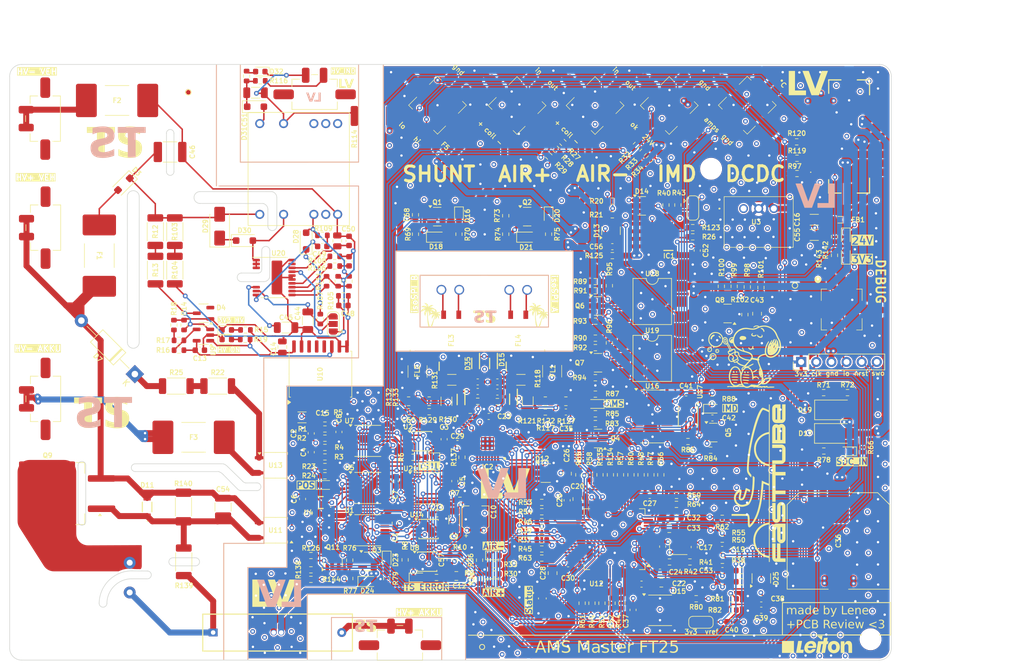
<source format=kicad_pcb>
(kicad_pcb
	(version 20240108)
	(generator "pcbnew")
	(generator_version "8.0")
	(general
		(thickness 1.6)
		(legacy_teardrops no)
	)
	(paper "A4")
	(layers
		(0 "F.Cu" signal)
		(1 "In1.Cu" signal)
		(2 "In2.Cu" signal)
		(31 "B.Cu" signal)
		(32 "B.Adhes" user "B.Adhesive")
		(33 "F.Adhes" user "F.Adhesive")
		(34 "B.Paste" user)
		(35 "F.Paste" user)
		(36 "B.SilkS" user "B.Silkscreen")
		(37 "F.SilkS" user "F.Silkscreen")
		(38 "B.Mask" user)
		(39 "F.Mask" user)
		(40 "Dwgs.User" user "User.Drawings")
		(41 "Cmts.User" user "User.Comments")
		(42 "Eco1.User" user "User.Eco1")
		(43 "Eco2.User" user "User.Eco2")
		(44 "Edge.Cuts" user)
		(45 "Margin" user)
		(46 "B.CrtYd" user "B.Courtyard")
		(47 "F.CrtYd" user "F.Courtyard")
		(48 "B.Fab" user)
		(49 "F.Fab" user)
		(50 "User.1" user)
		(51 "User.2" user)
		(52 "User.3" user)
		(53 "User.4" user)
		(54 "User.5" user)
		(55 "User.6" user)
		(56 "User.7" user)
		(57 "User.8" user)
		(58 "User.9" user)
	)
	(setup
		(stackup
			(layer "F.SilkS"
				(type "Top Silk Screen")
			)
			(layer "F.Paste"
				(type "Top Solder Paste")
			)
			(layer "F.Mask"
				(type "Top Solder Mask")
				(thickness 0.01)
			)
			(layer "F.Cu"
				(type "copper")
				(thickness 0.035)
			)
			(layer "dielectric 1"
				(type "prepreg")
				(thickness 0.1)
				(material "FR4")
				(epsilon_r 4.5)
				(loss_tangent 0.02)
			)
			(layer "In1.Cu"
				(type "copper")
				(thickness 0.035)
			)
			(layer "dielectric 2"
				(type "core")
				(thickness 1.24)
				(material "FR4")
				(epsilon_r 4.5)
				(loss_tangent 0.02)
			)
			(layer "In2.Cu"
				(type "copper")
				(thickness 0.035)
			)
			(layer "dielectric 3"
				(type "prepreg")
				(thickness 0.1)
				(material "FR4")
				(epsilon_r 4.5)
				(loss_tangent 0.02)
			)
			(layer "B.Cu"
				(type "copper")
				(thickness 0.035)
			)
			(layer "B.Mask"
				(type "Bottom Solder Mask")
				(thickness 0.01)
			)
			(layer "B.Paste"
				(type "Bottom Solder Paste")
			)
			(layer "B.SilkS"
				(type "Bottom Silk Screen")
			)
			(copper_finish "None")
			(dielectric_constraints no)
		)
		(pad_to_mask_clearance 0)
		(allow_soldermask_bridges_in_footprints no)
		(pcbplotparams
			(layerselection 0x00010fc_ffffffff)
			(plot_on_all_layers_selection 0x0000000_00000000)
			(disableapertmacros no)
			(usegerberextensions no)
			(usegerberattributes yes)
			(usegerberadvancedattributes yes)
			(creategerberjobfile yes)
			(dashed_line_dash_ratio 12.000000)
			(dashed_line_gap_ratio 3.000000)
			(svgprecision 4)
			(plotframeref no)
			(viasonmask no)
			(mode 1)
			(useauxorigin no)
			(hpglpennumber 1)
			(hpglpenspeed 20)
			(hpglpendiameter 15.000000)
			(pdf_front_fp_property_popups yes)
			(pdf_back_fp_property_popups yes)
			(dxfpolygonmode yes)
			(dxfimperialunits yes)
			(dxfusepcbnewfont yes)
			(psnegative no)
			(psa4output no)
			(plotreference yes)
			(plotvalue yes)
			(plotfptext yes)
			(plotinvisibletext no)
			(sketchpadsonfab no)
			(subtractmaskfromsilk no)
			(outputformat 1)
			(mirror no)
			(drillshape 0)
			(scaleselection 1)
			(outputdirectory "Gerbers/")
		)
	)
	(net 0 "")
	(net 1 "GND")
	(net 2 "+3V3")
	(net 3 "Net-(U8-~{PRE})")
	(net 4 "Net-(U8-~{CLR})")
	(net 5 "/TSAL/HV_Active_Detection/3V3_HV")
	(net 6 "HV-_Vehicle_Side")
	(net 7 "Net-(C17-Pad2)")
	(net 8 "/MCU/RCC_OSC_OUT")
	(net 9 "/MCU/NRST")
	(net 10 "Net-(C26-Pad2)")
	(net 11 "Net-(C28-Pad2)")
	(net 12 "Net-(J10-Pin_2)")
	(net 13 "/CAN_Transceiver/CarCAN_HIGH")
	(net 14 "/CAN_Transceiver/V_{ref}")
	(net 15 "Net-(Q8-G)")
	(net 16 "Net-(JP2-B)")
	(net 17 "Net-(U20-INTVcc)")
	(net 18 "HV+_Vehicle_Side_Fused")
	(net 19 "Net-(C47-Pad1)")
	(net 20 "/HV_Indicator/ENABLE")
	(net 21 "Net-(C49-Pad1)")
	(net 22 "Net-(U20-DCM)")
	(net 23 "Net-(U20-SOURCE)")
	(net 24 "Net-(D32-K)")
	(net 25 "Net-(D31-K)")
	(net 26 "Net-(D1-A)")
	(net 27 "Net-(D2-A)")
	(net 28 "/TSAL/HV_Active_Detection/HV_1")
	(net 29 "Net-(D4-K)")
	(net 30 "Net-(D5-A)")
	(net 31 "Net-(D6-A)")
	(net 32 "Net-(D7-K)")
	(net 33 "/TSAL/Precharge_State_Detection/HV-_AKKU")
	(net 34 "Net-(D8-A)")
	(net 35 "/MCU/AIR+_Closed")
	(net 36 "Net-(D9-A)")
	(net 37 "/MCU/AIR-_Closed")
	(net 38 "Net-(D19-A)")
	(net 39 "Net-(D16-A)")
	(net 40 "/Relay_Driver/Relay_2")
	(net 41 "/Relay_Driver/Relay_3")
	(net 42 "Net-(D20-A)")
	(net 43 "Net-(D22-A)")
	(net 44 "Net-(D23-A)")
	(net 45 "/Relay_Driver/Relay_4")
	(net 46 "Net-(D26-A)")
	(net 47 "Net-(D27-A)")
	(net 48 "Net-(D28-K)")
	(net 49 "Net-(D28-A)")
	(net 50 "Net-(D29-A1)")
	(net 51 "Net-(D30-A)")
	(net 52 "Net-(D31-A)")
	(net 53 "Net-(D32-A)")
	(net 54 "/CAN_Transceiver/CarCAN_LOW")
	(net 55 "/IO/IMD_M")
	(net 56 "+24V")
	(net 57 "Net-(J14-Pin_2)")
	(net 58 "unconnected-(IC1-IS-Pad4)")
	(net 59 "Net-(IC1-DEN)")
	(net 60 "unconnected-(IC1-NC-Pad5)")
	(net 61 "/IO/IMD_Power")
	(net 62 "Net-(U12-PB15)")
	(net 63 "/IO/TSAL_GREEN")
	(net 64 "/MCU/~{AMS_ERROR_LED}")
	(net 65 "/MCU/~{IMD_ERROR_LED}")
	(net 66 "Net-(J14-Pin_3)")
	(net 67 "Net-(J14-Pin_5)")
	(net 68 "/MCU/Trace_SWO")
	(net 69 "/MCU/SWDIO_1")
	(net 70 "/MCU/SWCLK_1")
	(net 71 "Net-(JP1-C)")
	(net 72 "Net-(JP2-C)")
	(net 73 "Net-(JP3-C)")
	(net 74 "Net-(Q1-G)")
	(net 75 "Net-(Q2-G)")
	(net 76 "Net-(Q3-G)")
	(net 77 "/SDC_Latching/~{AMS_Error}")
	(net 78 "Net-(Q4-D)")
	(net 79 "/SDC_Latching/~{IMD_Error}")
	(net 80 "Net-(Q5-D)")
	(net 81 "Net-(Q6-G)")
	(net 82 "Net-(Q6-D)")
	(net 83 "Net-(Q7-D)")
	(net 84 "Net-(Q7-G)")
	(net 85 "Net-(Q8-D)")
	(net 86 "Net-(Q8-S)")
	(net 87 "/TSAL/Comp_Ref_Low")
	(net 88 "/TSAL/Comp_Ref_Closed")
	(net 89 "/TSAL/~{TS_Error}")
	(net 90 "Net-(U8-C)")
	(net 91 "/MCU/TS_Error")
	(net 92 "Net-(R12-Pad2)")
	(net 93 "Net-(U9--)")
	(net 94 "Net-(R17-Pad2)")
	(net 95 "Net-(U10-IND)")
	(net 96 "/Relay_Driver/aux_out0")
	(net 97 "/Relay_Driver/aux_in0")
	(net 98 "/Relay_Driver/aux_out1")
	(net 99 "/Relay_Driver/aux_in1")
	(net 100 "/TSAL/Relay_State_Detection1/~{Short}")
	(net 101 "/MCU/SDC_closed")
	(net 102 "Net-(U12-PC9)")
	(net 103 "Net-(U12-BOOT0)")
	(net 104 "/MCU/Status_LED_R")
	(net 105 "Net-(D37-A)")
	(net 106 "/MCU/Status_LED_G")
	(net 107 "Net-(U12-PC2)")
	(net 108 "/MCU/Status_LED_B")
	(net 109 "Net-(U12-PA3)")
	(net 110 "Net-(U12-PA7)")
	(net 111 "Net-(U12-PB0)")
	(net 112 "Net-(U12-PA2)")
	(net 113 "Net-(U12-PA6)")
	(net 114 "Net-(U12-PA14)")
	(net 115 "Net-(U12-PA1)")
	(net 116 "/MCU/HV_Active")
	(net 117 "Net-(U12-PA13)")
	(net 118 "Net-(U12-PA0)")
	(net 119 "/MCU/AIR+_Control")
	(net 120 "/MCU/AIR-_Control")
	(net 121 "/MCU/Precharge_Control")
	(net 122 "Net-(U15-Rs)")
	(net 123 "Net-(U16A-C)")
	(net 124 "Net-(U16B-C)")
	(net 125 "Net-(U16A-Q)")
	(net 126 "Net-(U16B-Q)")
	(net 127 "Net-(U16A-~{Q})")
	(net 128 "Net-(U16B-~{Q})")
	(net 129 "Net-(R95-Pad2)")
	(net 130 "Net-(R96-Pad2)")
	(net 131 "/SDC_Latching/Reset_Signal")
	(net 132 "Net-(R103-Pad2)")
	(net 133 "Net-(U20-Vc)")
	(net 134 "Net-(U20-IREG{slash}SS)")
	(net 135 "Net-(U20-TC)")
	(net 136 "Net-(U20-FB)")
	(net 137 "Net-(J11-Pin_2)")
	(net 138 "/MCU/PRE_and_AIR+_open")
	(net 139 "Net-(U1-Pad11)")
	(net 140 "/TSAL/AIRs_Closed")
	(net 141 "/TSAL/Mismatch_AIR-")
	(net 142 "/TSAL/HV_Inactive")
	(net 143 "/TSAL/TS_OK")
	(net 144 "/TSAL/Relay_Mismatch")
	(net 145 "Net-(R22-Pad2)")
	(net 146 "/TSAL/HV_Mismatch")
	(net 147 "unconnected-(U10-OUTA-Pad14)")
	(net 148 "unconnected-(U10-INB-Pad4)")
	(net 149 "unconnected-(U10-INC-Pad12)")
	(net 150 "unconnected-(U10-INA-Pad3)")
	(net 151 "unconnected-(U10-OUTB-Pad13)")
	(net 152 "unconnected-(U10-OUTC-Pad5)")
	(net 153 "unconnected-(U10-NC-Pad7)")
	(net 154 "unconnected-(U12-PD2-Pad54)")
	(net 155 "unconnected-(U12-PC10-Pad51)")
	(net 156 "unconnected-(U12-PC12-Pad53)")
	(net 157 "/TSAL/HV_Active_Detection/-HV_1")
	(net 158 "Net-(FL1-Pad4)")
	(net 159 "Net-(FL1-Pad3)")
	(net 160 "unconnected-(U12-PC14-Pad3)")
	(net 161 "Net-(FL1-Pad2)")
	(net 162 "unconnected-(U12-PC11-Pad52)")
	(net 163 "Net-(FL1-Pad1)")
	(net 164 "Net-(FL2-Pad4)")
	(net 165 "Net-(FL2-Pad2)")
	(net 166 "unconnected-(U12-PC13-Pad2)")
	(net 167 "unconnected-(U12-PC15-Pad4)")
	(net 168 "Net-(FL2-Pad3)")
	(net 169 "/IO/IMD_VCC")
	(net 170 "/SDC_Latching/IMD_Latch_Reset")
	(net 171 "/SDC_Latching/AMS_Latch_Reset")
	(net 172 "/SDC_Latching/SDC_1")
	(net 173 "unconnected-(U18-Pad3)")
	(net 174 "Net-(U18-Pad5)")
	(net 175 "/IO/SDC_OUT")
	(net 176 "unconnected-(U19-Pad3)")
	(net 177 "/TSAL/Relay_Connection_Error")
	(net 178 "/IO/Reset_Button_Out")
	(net 179 "/CAN_Transceiver/CarCAN_RX")
	(net 180 "Net-(FL2-Pad1)")
	(net 181 "Net-(J12-Pin_1)")
	(net 182 "/CAN_Transceiver/CarCAN_TX")
	(net 183 "Net-(J12-Pin_2)")
	(net 184 "Net-(J13-Pin_1)")
	(net 185 "Net-(J13-Pin_2)")
	(net 186 "/MCU/WAKE2")
	(net 187 "/MCU/MSTR1")
	(net 188 "/MCU/SPI1_MISO")
	(net 189 "/MCU/SPI1_SCK")
	(net 190 "/MCU/WAKE1")
	(net 191 "/MCU/INTR1")
	(net 192 "/MCU/IMB")
	(net 193 "Net-(IC2-XCVRMD2)")
	(net 194 "Net-(IC2-XCVRMD)")
	(net 195 "/MCU/SPI2_SCK")
	(net 196 "/MCU/SPI1_NSS")
	(net 197 "/MCU/IPB")
	(net 198 "/MCU/MSTR2")
	(net 199 "/MCU/IPA")
	(net 200 "/MCU/INTR2")
	(net 201 "/MCU/SPI2_MISO")
	(net 202 "/MCU/SPI1_MOSI")
	(net 203 "/MCU/SPI2_NSS")
	(net 204 "/MCU/SPI2_MOSI")
	(net 205 "/MCU/IMA")
	(net 206 "/MCU/RCC_OSC_IN")
	(net 207 "Net-(U12-PC3)")
	(net 208 "Net-(U12-PA5)")
	(net 209 "Net-(U12-PC4)")
	(net 210 "Net-(U12-PB4)")
	(net 211 "Net-(U12-PC5)")
	(net 212 "Net-(U12-PA4)")
	(net 213 "Net-(U12-PB12)")
	(net 214 "Net-(U12-PB14)")
	(net 215 "Net-(U12-PA12)")
	(net 216 "Net-(U12-PB5)")
	(net 217 "Net-(C58-Pad1)")
	(net 218 "Net-(C61-Pad1)")
	(net 219 "Net-(D15-A2)")
	(net 220 "Net-(D34-A2)")
	(net 221 "unconnected-(U20-N.C.-Pad19)")
	(net 222 "Net-(U12-PA15)")
	(net 223 "Net-(D33-A2)")
	(net 224 "Net-(D35-A2)")
	(net 225 "/MCU/AMS_NERROR")
	(net 226 "Net-(D36-A)")
	(net 227 "Net-(D11-K)")
	(net 228 "/Relay_Driver/Precharge/HV+_Akku")
	(net 229 "Net-(Q9-D)")
	(net 230 "Net-(R126-Pad2)")
	(net 231 "HV+_VEH")
	(net 232 "Net-(U12-PB1)")
	(net 233 "Net-(J4-Pin_4)")
	(net 234 "Net-(J4-Pin_3)")
	(net 235 "/Relay_Driver/SDC_Relay")
	(net 236 "/MCU/LV_I")
	(net 237 "/MCU/TEMP_DCDC")
	(net 238 "/IO/TEMP_TSDCDC")
	(net 239 "/IO/LV_I_measure")
	(net 240 "/SDC")
	(net 241 "Net-(Q11-D)")
	(net 242 "Net-(Q11-G)")
	(net 243 "Net-(U1-Pad2)")
	(net 244 "unconnected-(U1-Pad6)")
	(net 245 "Net-(D38-A)")
	(net 246 "Net-(F3-Pad2)")
	(net 247 "Net-(R22-Pad1)")
	(net 248 "/TSAL/pos_control")
	(net 249 "Net-(K2-Pad1)")
	(net 250 "unconnected-(U5-Pad11)")
	(net 251 "Net-(U4-1Y)")
	(net 252 "Net-(U4-2Y)")
	(net 253 "Net-(IC1-IN)")
	(net 254 "/TSAL/Mismatch_AIR_or_PRE")
	(footprint "Resistor_SMD:R_1206_3216Metric" (layer "F.Cu") (at 124.55 95.25 90))
	(footprint "FaSTTUBe_connectors:Micro_Mate-N-Lok_2x2p_vertical" (layer "F.Cu") (at 149.5 45.6 135))
	(footprint "Resistor_SMD:R_0603_1608Metric" (layer "F.Cu") (at 165.9 66.1 180))
	(footprint "Resistor_SMD:R_0805_2012Metric" (layer "F.Cu") (at 144.6 95.25))
	(footprint "Capacitor_SMD:C_0603_1608Metric" (layer "F.Cu") (at 170.875 125.55 180))
	(footprint "Resistor_SMD:R_0603_1608Metric" (layer "F.Cu") (at 133.1 95.3 180))
	(footprint "Capacitor_SMD:C_0603_1608Metric" (layer "F.Cu") (at 177.4 128.425))
	(footprint "Resistor_SMD:R_2010_5025Metric" (layer "F.Cu") (at 78.95 73.225 -90))
	(footprint "Package_TO_SOT_SMD:SOT-23" (layer "F.Cu") (at 138.1 64.25))
	(footprint "MountingHole:MountingHole_3.2mm_M3" (layer "F.Cu") (at 63.85 56.25 -90))
	(footprint "Master:WCAP-ASLI_16" (layer "F.Cu") (at 190.35 118.7 90))
	(footprint "Master:palme"
		(layer "F.Cu")
		(uuid "04b05934-c2a8-4343-9ca2-6a2f48c1a3b0")
		(at 121.9 80.7)
		(property "Reference" "G***"
			(at 0 0 0)
			(layer "F.SilkS")
			(hide yes)
			(uuid "c38163a8-eb57-4e45-b59c-bac8cc11da80")
			(effects
				(font
					(size 0.8 0.8)
					(thickness 0.16)
				)
			)
		)
		(property "Value" "LOGO"
			(at 0.75 0 0)
			(layer "F.SilkS")
			(hide yes)
			(uuid "774485d3-02df-40b5-8ad8-7cb4925caa39")
			(effects
				(font
					(size 0.8 0.8)
					(thickness 0.16)
				)
			)
		)
		(property "Footprint" "Master:palme"
			(at 0 0 0)
			(unlocked yes)
			(layer "F.Fab")
			(hide yes)
			(uuid "f6687dea-8b35-4341-8426-4a8d356b4806")
			(effects
				(font
					(size 1.27 1.27)
				)
			)
		)
		(property "Datasheet" ""
			(at 0 0 0)
			(unlocked yes)
			(layer "F.Fab")
			(hide yes)
			(uuid "718cb3e5-be3b-4146-ba75-78595dd1cc49")
			(effects
				(font
					(size 1.27 1.27)
				)
			)
		)
		(property "Description" ""
			(at 0 0 0)
			(unlocked yes)
			(layer "F.Fab")
			(hide yes)
			(uuid "e6cb7cba-69e3-4b8a-939c-c966b8f4e620")
			(effects
				(font
					(size 1.27 1.27)
				)
			)
		)
		(attr board_only exclude_from_pos_files exclude_from_bom)
		(fp_poly
			(pts
				(xy -1.634616 -1.271154) (xy -1.636539 -1.269231) (xy -1.638462 -1.271154) (xy -1.636539 -1.273077)
			)
			(stroke
				(width 0)
				(type solid)
			)
			(fill solid)
			(layer "F.SilkS")
			(uuid "6604fb89-9d22-48aa-89fa-8591e3dafc44")
		)
		(fp_poly
			(pts
				(xy -1.565385 -0.736539) (xy -1.567308 -0.734616) (xy -1.569231 -0.736539) (xy -1.567308 -0.738462)
			)
			(stroke
				(width 0)
				(type solid)
			)
			(fill solid)
			(layer "F.SilkS")
			(uuid "38170ffc-bbf6-44d1-bb20-415cdce56af6")
		)
		(fp_poly
			(pts
				(xy -1.546154 -1.340385) (xy -1.548077 -1.338462) (xy -1.55 -1.340385) (xy -1.548077 -1.342308)
			)
			(stroke
				(width 0)
				(type solid)
			)
			(fill solid)
			(layer "F.SilkS")
			(uuid "36ed8860-56a8-4e07-b9a9-a70de9973f01")
		)
		(fp_poly
			(pts
				(xy -1.534616 -0.428846) (xy -1.536539 -0.426923) (xy -1.538462 -0.428846) (xy -1.536539 -0.430769)
			)
			(stroke
				(width 0)
				(type solid)
			)
			(fill solid)
			(layer "F.SilkS")
			(uuid "b94d5450-c7b5-4f4a-a00a-f7b8466afa74")
		)
		(fp_poly
			(pts
				(xy -1.476924 -0.851923) (xy -1.478847 -0.85) (xy -1.48077 -0.851923) (xy -1.478847 -0.853846)
			)
			(stroke
				(width 0)
				(type solid)
			)
			(fill solid)
			(layer "F.SilkS")
			(uuid "8308c852-2662-497f-b48f-da455c5f7697")
		)
		(fp_poly
			(pts
				(xy -1.465385 -1.278846) (xy -1.467308 -1.276923) (xy -1.469231 -1.278846) (xy -1.467308 -1.280769)
			)
			(stroke
				(width 0)
				(type solid)
			)
			(fill solid)
			(layer "F.SilkS")
			(uuid "6c4c8dd9-470d-4f79-a3de-5cc9119eeeac")
		)
		(fp_poly
			(pts
				(xy -1.446154 -1.309616) (xy -1.448077 -1.307692) (xy -1.45 -1.309616) (xy -1.448077 -1.311539)
			)
			(stroke
				(width 0)
				(type solid)
			)
			(fill solid)
			(layer "F.SilkS")
			(uuid "33768e38-c3be-427a-92e7-8ae0e8c54e52")
		)
		(fp_poly
			(pts
				(xy -1.415385 -0.901923) (xy -1.417308 -0.9) (xy -1.419231 -0.901923) (xy -1.417308 -0.903846)
			)
			(stroke
				(width 0)
				(type solid)
			)
			(fill solid)
			(layer "F.SilkS")
			(uuid "3bfc8524-9a52-4df6-aa21-d4d268fcec1d")
		)
		(fp_poly
			(pts
				(xy -1.396154 -0.913462) (xy -1.398077 -0.911539) (xy -1.4 -0.913462) (xy -1.398077 -0.915385)
			)
			(stroke
				(width 0)
				(type solid)
			)
			(fill solid)
			(layer "F.SilkS")
			(uuid "088ccc85-baee-46c8-822e-3634375d885c")
		)
		(fp_poly
			(pts
				(xy -1.384616 -0.940385) (xy -1.386539 -0.938462) (xy -1.388462 -0.940385) (xy -1.386539 -0.942308)
			)
			(stroke
				(width 0)
				(type solid)
			)
			(fill solid)
			(layer "F.SilkS")
			(uuid "0823128a-3114-47e2-b712-812e341b383f")
		)
		(fp_poly
			(pts
				(xy -1.238462 -1.171154) (xy -1.240385 -1.169231) (xy -1.242308 -1.171154) (xy -1.240385 -1.173077)
			)
			(stroke
				(width 0)
				(type solid)
			)
			(fill solid)
			(layer "F.SilkS")
			(uuid "7fbd5abb-c986-446a-88f5-787ff4903d51")
		)
		(fp_poly
			(pts
				(xy -1.23077 -0.686539) (xy -1.232693 -0.684616) (xy -1.234616 -0.686539) (xy -1.232693 -0.688462)
			)
			(stroke
				(width 0)
				(type solid)
			)
			(fill solid)
			(layer "F.SilkS")
			(uuid "ceb3fab7-7bd1-43c8-9135-f9fffbeab3ba")
		)
		(fp_poly
			(pts
				(xy -1.2 -0.609616) (xy -1.201924 -0.607692) (xy -1.203847 -0.609616) (xy -1.201924 -0.611539)
			)
			(stroke
				(width 0)
				(type solid)
			)
			(fill solid)
			(layer "F.SilkS")
			(uuid "2121973e-5ce6-4d0e-9a5d-ce5538342c19")
		)
		(fp_poly
			(pts
				(xy -1.161539 -1.275) (xy -1.163462 -1.273077) (xy -1.165385 -1.275) (xy -1.163462 -1.276923)
			)
			(stroke
				(width 0)
				(type solid)
			)
			(fill solid)
			(layer "F.SilkS")
			(uuid "50b80746-13ba-4cc9-8639-d782ce1ad82b")
		)
		(fp_poly
			(pts
				(xy -1.142308 -1.159616) (xy -1.144231 -1.157692) (xy -1.146154 -1.159616) (xy -1.144231 -1.161539)
			)
			(stroke
				(width 0)
				(type solid)
			)
			(fill solid)
			(layer "F.SilkS")
			(uuid "b3891d39-0baa-4b81-8c29-6ee695cdb5b9")
		)
		(fp_poly
			(pts
				(xy -1.096154 -1.182692) (xy -1.098077 -1.180769) (xy -1.1 -1.182692) (xy -1.098077 -1.184616)
			)
			(stroke
				(width 0)
				(type solid)
			)
			(fill solid)
			(layer "F.SilkS")
			(uuid "f3f81e86-c79e-44fb-aaa5-0433a7844c2c")
		)
		(fp_poly
			(pts
				(xy -1.038462 -0.790385) (xy -1.040385 -0.788462) (xy -1.042308 -0.790385) (xy -1.040385 -0.792308)
			)
			(stroke
				(width 0)
				(type solid)
			)
			(fill solid)
			(layer "F.SilkS")
			(uuid "7655cccd-d7a1-4ab2-8c7a-9177c34f45bb")
		)
		(fp_poly
			(pts
				(xy -1.015385 -1.109616) (xy -1.017308 -1.107692) (xy -1.019231 -1.109616) (xy -1.017308 -1.111539)
			)
			(stroke
				(width 0)
				(type solid)
			)
			(fill solid)
			(layer "F.SilkS")
			(uuid "5fa92e7d-af6c-4d53-b27d-0e7c526409e5")
		)
		(fp_poly
			(pts
				(xy -1.003847 -1.128846) (xy -1.00577 -1.126923) (xy -1.007693 -1.128846) (xy -1.00577 -1.130769)
			)
			(stroke
				(width 0)
				(type solid)
			)
			(fill solid)
			(layer "F.SilkS")
			(uuid "16ecc59c-ed3b-46d8-805c-429918ea6cb9")
		)
		(fp_poly
			(pts
				(xy -0.953847 -0.778846) (xy -0.95577 -0.776923) (xy -0.957693 -0.778846) (xy -0.95577 -0.780769)
			)
			(stroke
				(width 0)
				(type solid)
			)
			(fill solid)
			(layer "F.SilkS")
			(uuid "114526fc-636d-4fe9-8e05-3278706cb0fe")
		)
		(fp_poly
			(pts
				(xy -0.919231 -0.813462) (xy -0.921154 -0.811539) (xy -0.923077 -0.813462) (xy -0.921154 -0.815385)
			)
			(stroke
				(width 0)
				(type solid)
			)
			(fill solid)
			(layer "F.SilkS")
			(uuid "b78560e3-2b26-41ad-bb8e-4700bbeb845d")
		)
		(fp_poly
			(pts
				(xy -0.896154 -1.867308) (xy -0.898077 -1.865385) (xy -0.9 -1.867308) (xy -0.898077 -1.869231)
			)
			(stroke
				(width 0)
				(type solid)
			)
			(fill solid)
			(layer "F.SilkS")
			(uuid "5784d68b-1426-4f8e-8b98-c9f72effebdb")
		)
		(fp_poly
			(pts
				(xy -0.896154 0.275) (xy -0.898077 0.276923) (xy -0.9 0.275) (xy -0.898077 0.273077)
			)
			(stroke
				(width 0)
				(type solid)
			)
			(fill solid)
			(layer "F.SilkS")
			(uuid "7896be3a-eebe-4168-970c-9e2d9b1cba22")
		)
		(fp_poly
			(pts
				(xy -0.892308 -0.698077) (xy -0.894231 -0.696154) (xy -0.896154 -0.698077) (xy -0.894231 -0.7)
			)
			(stroke
				(width 0)
				(type solid)
			)
			(fill solid)
			(layer "F.SilkS")
			(uuid "db0b2fee-7aee-4119-8e68-2e55dab27e7c")
		)
		(fp_poly
			(pts
				(xy -0.892308 -0.686539) (xy -0.894231 -0.684616) (xy -0.896154 -0.686539) (xy -0.894231 -0.688462)
			)
			(stroke
				(width 0)
				(type solid)
			)
			(fill solid)
			(layer "F.SilkS")
			(uuid "16f78b05-bf91-4152-8988-3360ee04243c")
		)
		(fp_poly
			(pts
				(xy -0.876924 -0.755769) (xy -0.878847 -0.753846) (xy -0.88077 -0.755769) (xy -0.878847 -0.757692)
			)
			(stroke
				(width 0)
				(type solid)
			)
			(fill solid)
			(layer "F.SilkS")
			(uuid "6d6a8fef-db4c-40ec-bc0b-912117abe107")
		)
		(fp_poly
			(pts
				(xy -0.865385 -1.725) (xy -0.867308 -1.723077) (xy -0.869231 -1.725) (xy -0.867308 -1.726923)
			)
			(stroke
				(width 0)
				(type solid)
			)
			(fill solid)
			(layer "F.SilkS")
			(uuid "f22c9dd8-5874-4593-8f97-79dbda20704d")
		)
		(fp_poly
			(pts
				(xy -0.865385 -1.682692) (xy -0.867308 -1.680769) (xy -0.869231 -1.682692) (xy -0.867308 -1.684616)
			)
			(stroke
				(width 0)
				(type solid)
			)
			(fill solid)
			(layer "F.SilkS")
			(uuid "34c5c061-1bdd-4f62-b070-cdfff52563dc")
		)
		(fp_poly
			(pts
				(xy -0.826924 -0.767308) (xy -0.828847 -0.765385) (xy -0.83077 -0.767308) (xy -0.828847 -0.769231)
			)
			(stroke
				(width 0)
				(type solid)
			)
			(fill solid)
			(layer "F.SilkS")
			(uuid "224111d1-0b33-435f-a57c-41ff990fa462")
		)
		(fp_poly
			(pts
				(xy -0.819231 0.155769) (xy -0.821154 0.157692) (xy -0.823077 0.155769) (xy -0.821154 0.153846)
			)
			(stroke
				(width 0)
				(type solid)
			)
			(fill solid)
			(layer "F.SilkS")
			(uuid "e499e9ea-b583-4cf9-af68-b2347b7935b0")
		)
		(fp_poly
			(pts
				(xy -0.815385 -0.013462) (xy -0.817308 -0.011539) (xy -0.819231 -0.013462) (xy -0.817308 -0.015385)
			)
			(stroke
				(width 0)
				(type solid)
			)
			(fill solid)
			(layer "F.SilkS")
			(uuid "1ee631ec-129b-4855-a877-059cdfc3518a")
		)
		(fp_poly
			(pts
				(xy -0.811539 -0.813462) (xy -0.813462 -0.811539) (xy -0.815385 -0.813462) (xy -0.813462 -0.815385)
			)
			(stroke
				(width 0)
				(type solid)
			)
			(fill solid)
			(layer "F.SilkS")
			(uuid "4c7ac3a5-c11d-469d-83a7-88cd3e99b172")
		)
		(fp_poly
			(pts
				(xy -0.784616 -0.367308) (xy -0.786539 -0.365385) (xy -0.788462 -0.367308) (xy -0.786539 -0.369231)
			)
			(stroke
				(width 0)
				(type solid)
			)
			(fill solid)
			(layer "F.SilkS")
			(uuid "6915e25f-1ce7-4009-bb2f-df58bb2a5716")
		)
		(fp_poly
			(pts
				(xy -0.784616 -0.021154) (xy -0.786539 -0.019231) (xy -0.788462 -0.021154) (xy -0.786539 -0.023077)
			)
			(stroke
				(width 0)
				(type solid)
			)
			(fill solid)
			(layer "F.SilkS")
			(uuid "ab4b6e98-a60a-4091-8c53-2a25805a4f23")
		)
		(fp_poly
			(pts
				(xy -0.773077 -1.525) (xy -0.775 -1.523077) (xy -0.776924 -1.525) (xy -0.775 -1.526923)
			)
			(stroke
				(width 0)
				(type solid)
			)
			(fill solid)
			(layer "F.SilkS")
			(uuid "6ecf325b-340c-432c-9f5b-be256d65efb7")
		)
		(fp_poly
			(pts
				(xy -0.769231 -0.336539) (xy -0.771154 -0.334616) (xy -0.773077 -0.336539) (xy -0.771154 -0.338462)
			)
			(stroke
				(width 0)
				(type solid)
			)
			(fill solid)
			(layer "F.SilkS")
			(uuid "9096b185-a551-4ca8-9b47-60f8c9720edf")
		)
		(fp_poly
			(pts
				(xy -0.75 -0.094231) (xy -0.751924 -0.092308) (xy -0.753847 -0.094231) (xy -0.751924 -0.096154)
			)
			(stroke
				(width 0)
				(type solid)
			)
			(fill solid)
			(layer "F.SilkS")
			(uuid "76f26576-850f-41f1-9fb0-77ef2f69fec5")
		)
		(fp_poly
			(pts
				(xy -0.707693 -0.248077) (xy -0.709616 -0.246154) (xy -0.711539 -0.248077) (xy -0.709616 -0.25)
			)
			(stroke
				(width 0)
				(type solid)
			)
			(fill solid)
			(layer "F.SilkS")
			(uuid "72e5ebe2-e9f6-4325-91e1-5a083776c7ab")
		)
		(fp_poly
			(pts
				(xy -0.7 -1.359616) (xy -0.701924 -1.357692) (xy -0.703847 -1.359616) (xy -0.701924 -1.361539)
			)
			(stroke
				(width 0)
				(type solid)
			)
			(fill solid)
			(layer "F.SilkS")
			(uuid "65b98e5c-dd9e-4203-99e5-b2228be18407")
		)
		(fp_poly
			(pts
				(xy -0.676924 -0.213462) (xy -0.678847 -0.211539) (xy -0.68077 -0.213462) (xy -0.678847 -0.215385)
			)
			(stroke
				(width 0)
				(type solid)
			)
			(fill solid)
			(layer "F.SilkS")
			(uuid "d4ba2ee8-0220-48b7-bb4b-f75aeb27225d")
		)
		(fp_poly
			(pts
				(xy -0.565385 -1.782692) (xy -0.567308 -1.780769) (xy -0.569231 -1.782692) (xy -0.567308 -1.784616)
			)
			(stroke
				(width 0)
				(type solid)
			)
			(fill solid)
			(layer "F.SilkS")
			(uuid "d0f43077-580b-4279-bd65-f6f89113b4e9")
		)
		(fp_poly
			(pts
				(xy -0.553847 -0.628846) (xy -0.55577 -0.626923) (xy -0.557693 -0.628846) (xy -0.55577 -0.630769)
			)
			(stroke
				(width 0)
				(type solid)
			)
			(fill solid)
			(layer "F.SilkS")
			(uuid "80839e7a-badc-4bb0-98ba-68b52ca1f893")
		)
		(fp_poly
			(pts
				(xy -0.538462 0.928846) (xy -0.540385 0.930769) (xy -0.542308 0.928846) (xy -0.540385 0.926923)
			)
			(stroke
				(width 0)
				(type solid)
			)
			(fill solid)
			(layer "F.SilkS")
			(uuid "746de631-2267-405f-833f-760f9be823ba")
		)
		(fp_poly
			(pts
				(xy -0.523077 1.190384) (xy -0.525 1.192308) (xy -0.526924 1.190384) (xy -0.525 1.188461)
			)
			(stroke
				(width 0)
				(type solid)
			)
			(fill solid)
			(layer "F.SilkS")
			(uuid "bdcf4ab6-78f2-492d-9be1-d11e3871fa18")
		)
		(fp_poly
			(pts
				(xy -0.523077 1.209615) (xy -0.525 1.211538) (xy -0.526924 1.209615) (xy -0.525 1.207692)
			)
			(stroke
				(width 0)
				(type solid)
			)
			(fill solid)
			(layer "F.SilkS")
			(uuid "58e00613-22e7-4399-91e0-d5a080f00335")
		)
		(fp_poly
			(pts
				(xy -0.38077 -0.613462) (xy -0.382693 -0.611539) (xy -0.384616 -0.613462) (xy -0.382693 -0.615385)
			)
			(stroke
				(width 0)
				(type solid)
			)
			(fill solid)
			(layer "F.SilkS")
			(uuid "d899fff7-a085-4018-8656-4506410e87b5")
		)
		(fp_poly
			(pts
				(xy -0.369231 -0.490385) (xy -0.371154 -0.488462) (xy -0.373077 -0.490385) (xy -0.371154 -0.492308)
			)
			(stroke
				(width 0)
				(type solid)
			)
			(fill solid)
			(layer "F.SilkS")
			(uuid "2e3fb2e0-b0bf-4c22-aa6d-5887a4de5fb0")
		)
		(fp_poly
			(pts
				(xy -0.361539 -0.628846) (xy -0.363462 -0.626923) (xy -0.365385 -0.628846) (xy -0.363462 -0.630769)
			)
			(stroke
				(width 0)
				(type solid)
			)
			(fill solid)
			(layer "F.SilkS")
			(uuid "e27fea4e-bf73-4fcc-abba-afe1365ae59f")
		)
		(fp_poly
			(pts
				(xy -0.338462 0.221154) (xy -0.340385 0.223077) (xy -0.342308 0.221154) (xy -0.340385 0.219231)
			)
			(stroke
				(width 0)
				(type solid)
			)
			(fill solid)
			(layer "F.SilkS")
			(uuid "71a80cf3-0963-4252-bd8d-8df4145610de")
		)
		(fp_poly
			(pts
				(xy -0.334616 0.267308) (xy -0.336539 0.269231) (xy -0.338462 0.267308) (xy -0.336539 0.265384)
			)
			(stroke
				(width 0)
				(type solid)
			)
			(fill solid)
			(layer "F.SilkS")
			(uuid "de6ed283-b2bc-446d-af2f-dee24ab9a4c3")
		)
		(fp_poly
			(pts
				(xy -0.326924 -0.251923) (xy -0.328847 -0.25) (xy -0.33077 -0.251923) (xy -0.328847 -0.253846)
			)
			(stroke
				(width 0)
				(type solid)
			)
			(fill solid)
			(layer "F.SilkS")
			(uuid "a99b848f-bf18-4724-ae86-430db59c4943")
		)
		(fp_poly
			(pts
				(xy -0.319231 -0.248077) (xy -0.321154 -0.246154) (xy -0.323077 -0.248077) (xy -0.321154 -0.25)
			)
			(stroke
				(width 0)
				(type solid)
			)
			(fill solid)
			(layer "F.SilkS")
			(uuid "8d87ff46-a567-45bb-b025-f2f28d68a4f9")
		)
		(fp_poly
			(pts
				(xy -0.307693 -0.048077) (xy -0.309616 -0.046154) (xy -0.311539 -0.048077) (xy -0.309616 -0.05)
			)
			(stroke
				(width 0)
				(type solid)
			)
			(fill solid)
			(layer "F.SilkS")
			(uuid "8f754d96-9dd6-47fa-b841-fd621789a984")
		)
		(fp_poly
			(pts
				(xy -0.307693 0.075) (xy -0.309616 0.076923) (xy -0.311539 0.075) (xy -0.309616 0.073077)
			)
			(stroke
				(width 0)
				(type solid)
			)
			(fill solid)
			(layer "F.SilkS")
			(uuid "8ad8f1a9-620f-403b-a7a2-e1b29cde9514")
		)
		(fp_poly
			(pts
				(xy -0.3 -0.278846) (xy -0.301924 -0.276923) (xy -0.303847 -0.278846) (xy -0.301924 -0.280769)
			)
			(stroke
				(width 0)
				(type solid)
			)
			(fill solid)
			(layer "F.SilkS")
			(uuid "a6406ec4-222b-4694-bbb8-014edae2acf0")
		)
		(fp_poly
			(pts
				(xy -0.288462 -1.344231) (xy -0.290385 -1.342308) (xy -0.292308 -1.344231) (xy -0.290385 -1.346154)
			)
			(stroke
				(width 0)
				(type solid)
			)
			(fill solid)
			(layer "F.SilkS")
			(uuid "b01b527e-342c-430b-808f-0c6b4e096117")
		)
		(fp_poly
			(pts
				(xy -0.288462 -0.125) (xy -0.290385 -0.123077) (xy -0.292308 -0.125) (xy -0.290385 -0.126923)
			)
			(stroke
				(width 0)
				(type solid)
			)
			(fill solid)
			(layer "F.SilkS")
			(uuid "cffa30af-18b7-4a09-9465-b75fcdee563c")
		)
		(fp_poly
			(pts
				(xy -0.284616 -0.432692) (xy -0.286539 -0.430769) (xy -0.288462 -0.432692) (xy -0.286539 -0.434616)
			)
			(stroke
				(width 0)
				(type solid)
			)
			(fill solid)
			(layer "F.SilkS")
			(uuid "547a6013-13e8-4bfb-83f0-99731d3ab9b6")
		)
		(fp_poly
			(pts
				(xy -0.276924 -1.367308) (xy -0.278847 -1.365385) (xy -0.28077 -1.367308) (xy -0.278847 -1.369231)
			)
			(stroke
				(width 0)
				(type solid)
			)
			(fill solid)
			(layer "F.SilkS")
			(uuid "fc1cbe0c-e54e-4219-8dcd-1ae2a8280829")
		)
		(fp_poly
			(pts
				(xy -0.242308 -0.182692) (xy -0.244231 -0.180769) (xy -0.246154 -0.182692) (xy -0.244231 -0.184616)
			)
			(stroke
				(width 0)
				(type solid)
			)
			(fill solid)
			(layer "F.SilkS")
			(uuid "214d08e9-31ce-41f2-b1cf-634c3a4ed242")
		)
		(fp_poly
			(pts
				(xy -0.242308 0.071154) (xy -0.244231 0.073077) (xy -0.246154 0.071154) (xy -0.244231 0.069231)
			)
			(stroke
				(width 0)
				(type solid)
			)
			(fill solid)
			(layer "F.SilkS")
			(uuid "f955de78-5dad-4a14-9e54-9e222e392636")
		)
		(fp_poly
			(pts
				(xy -0.234616 0.067308) (xy -0.236539 0.069231) (xy -0.238462 0.067308) (xy -0.236539 0.065384)
			)
			(stroke
				(width 0)
				(type solid)
			)
			(fill solid)
			(layer "F.SilkS")
			(uuid "4d359ae6-5f5a-4bfa-bef3-de1901688b16")
		)
		(fp_poly
			(pts
				(xy -0.215385 -1.436539) (xy -0.217308 -1.434616) (xy -0.219231 -1.436539) (xy -0.217308 -1.438462)
			)
			(stroke
				(width 0)
				(type solid)
			)
			(fill solid)
			(layer "F.SilkS")
			(uuid "85cdbc73-142e-4270-98f2-929cc80f1b5a")
		)
		(fp_poly
			(pts
				(xy -0.207693 -0.082692) (xy -0.209616 -0.080769) (xy -0.211539 -0.082692) (xy -0.209616 -0.084616)
			)
			(stroke
				(width 0)
				(type solid)
			)
			(fill solid)
			(layer "F.SilkS")
			(uuid "63ecb8ed-19f5-4685-b365-ed0216792f47")
		)
		(fp_poly
			(pts
				(xy -0.2 -0.228846) (xy -0.201924 -0.226923) (xy -0.203847 -0.228846) (xy -0.201924 -0.230769)
			)
			(stroke
				(width 0)
				(type solid)
			)
			(fill solid)
			(layer "F.SilkS")
			(uuid "5fb3ab80-8bbe-49a8-bbe8-44e3b4eb88a0")
		)
		(fp_poly
			(pts
				(xy -0.184616 -0.121154) (xy -0.186539 -0.119231) (xy -0.188462 -0.121154) (xy -0.186539 -0.123077)
			)
			(stroke
				(width 0)
				(type solid)
			)
			(fill solid)
			(layer "F.SilkS")
			(uuid "c3c3cf85-aff0-4b3c-909c-d31234c437cd")
		)
		(fp_poly
			(pts
				(xy -0.184616 0.144231) (xy -0.186539 0.146154) (xy -0.188462 0.144231) (xy -0.186539 0.142308)
			)
			(stroke
				(width 0)
				(type solid)
			)
			(fill solid)
			(layer "F.SilkS")
			(uuid "be28b208-1568-46d9-8235-0fd7127fbbe4")
		)
		(fp_poly
			(pts
				(xy -0.165385 0.121154) (xy -0.167308 0.123077) (xy -0.169231 0.121154) (xy -0.167308 0.119231)
			)
			(stroke
				(width 0)
				(type solid)
			)
			(fill solid)
			(layer "F.SilkS")
			(uuid "63d70d77-ddbe-4a8d-b969-98fe46e61993")
		)
		(fp_poly
			(pts
				(xy -0.1 -1.525) (xy -0.101924 -1.523077) (xy -0.103847 -1.525) (xy -0.101924 -1.526923)
			)
			(stroke
				(width 0)
				(type solid)
			)
			(fill solid)
			(layer "F.SilkS")
			(uuid "31af9943-198d-42d9-b6b2-fef7cf000dfd")
		)
		(fp_poly
			(pts
				(xy -0.065385 -1.548077) (xy -0.067308 -1.546154) (xy -0.069231 -1.548077) (xy -0.067308 -1.55)
			)
			(stroke
				(width 0)
				(type solid)
			)
			(fill solid)
			(layer "F.SilkS")
			(uuid "e34ebd6c-5c29-4496-88cb-c31065b64543")
		)
		(fp_poly
			(pts
				(xy -0.05 -0.675) (xy -0.051924 -0.673077) (xy -0.053847 -0.675) (xy -0.051924 -0.676923)
			)
			(stroke
				(width 0)
				(type solid)
			)
			(fill solid)
			(layer "F.SilkS")
			(uuid "bb5bcca0-79e4-4733-822d-4948bce27b03")
		)
		(fp_poly
			(pts
				(xy -0.015385 -0.032692) (xy -0.017308 -0.030769) (xy -0.019231 -0.032692) (xy -0.017308 -0.034616)
			)
			(stroke
				(width 0)
				(type solid)
			)
			(fill solid)
			(layer "F.SilkS")
			(uuid "0708c53c-8514-4647-92f8-c092ee32f7da")
		)
		(fp_poly
			(pts
				(xy 0 2.063461) (xy -0.001924 2.065384) (xy -0.003847 2.063461) (xy -0.001924 2.061538)
			)
			(stroke
				(width 0)
				(type solid)
			)
			(fill solid)
			(layer "F.SilkS")
			(uuid "8bb3d26f-2ecf-47cf-bf75-c867c8d62172")
		)
		(fp_poly
			(pts
				(xy 0.05 -0.259616) (xy 0.048076 -0.257692) (xy 0.046153 -0.259616) (xy 0.048076 -0.261539)
			)
			(stroke
				(width 0)
				(type solid)
			)
			(fill solid)
			(layer "F.SilkS")
			(uuid "6ea36a9d-ff9d-48be-a128-978876679dee")
		)
		(fp_poly
			(pts
				(xy 0.080769 1.825) (xy 0.078846 1.826923) (xy 0.076923 1.825) (xy 0.078846 1.823077)
			)
			(stroke
				(width 0)
				(type solid)
			)
			(fill solid)
			(layer "F.SilkS")
			(uuid "5187329e-5b81-441c-b5f9-5b695931e22a")
		)
		(fp_poly
			(pts
				(xy 0.1 -0.944231) (xy 0.098076 -0.942308) (xy 0.096153 -0.944231) (xy 0.098076 -0.946154)
			)
			(stroke
				(width 0)
				(type solid)
			)
			(fill solid)
			(layer "F.SilkS")
			(uuid "d241d08c-daf2-4f26-b2f3-8668334d3f53")
		)
		(fp_poly
			(pts
				(xy 0.103846 -0.867308) (xy 0.101923 -0.865385) (xy 0.1 -0.867308) (xy 0.101923 -0.869231)
			)
			(stroke
				(width 0)
				(type solid)
			)
			(fill solid)
			(layer "F.SilkS")
			(uuid "49e02c1e-ea81-48a1-bfcc-3143f0f361f4")
		)
		(fp_poly
			(pts
				(xy 0.111538 -0.063462) (xy 0.109615 -0.061539) (xy 0.107692 -0.063462) (xy 0.109615 -0.065385)
			)
			(stroke
				(width 0)
				(type solid)
			)
			(fill solid)
			(layer "F.SilkS")
			(uuid "0d68d8c2-3dd2-45ed-8c55-e6b81777a4c0")
		)
		(fp_poly
			(pts
				(xy 0.123076 -0.925) (xy 0.121153 -0.923077) (xy 0.11923 -0.925) (xy 0.121153 -0.926923)
			)
			(stroke
				(width 0)
				(type solid)
			)
			(fill solid)
			(layer "F.SilkS")
			(uuid "b39fbc45-3d64-4196-96b4-75c04a4fdf95")
		)
		(fp_poly
			(pts
				(xy 0.138461 -0.536539) (xy 0.136538 -0.534616) (xy 0.134615 -0.536539) (xy 0.136538 -0.538462)
			)
			(stroke
				(width 0)
				(type solid)
			)
			(fill solid)
			(layer "F.SilkS")
			(uuid "363c9608-bf0c-49ce-adb0-af9fa33adc55")
		)
		(fp_poly
			(pts
				(xy 0.184615 -0.863462) (xy 0.182692 -0.861539) (xy 0.180769 -0.863462) (xy 0.182692 -0.865385)
			)
			(stroke
				(width 0)
				(type solid)
			)
			(fill solid)
			(layer "F.SilkS")
			(uuid "5afd5b49-2184-452e-9e7d-0103613ee1fe")
		)
		(fp_poly
			(pts
				(xy 0.234615 -0.013462) (xy 0.232692 -0.011539) (xy 0.230769 -0.013462) (xy 0.232692 -0.015385)
			)
			(stroke
				(width 0)
				(type solid)
			)
			(fill solid)
			(layer "F.SilkS")
			(uuid "5326965f-fbf6-4095-93b1-e61ebd3b08df")
		)
		(fp_poly
			(pts
				(xy 0.246153 -0.113462) (xy 0.24423 -0.111539) (xy 0.242307 -0.113462) (xy 0.24423 -0.115385)
			)
			(stroke
				(width 0)
				(type solid)
			)
			(fill solid)
			(layer "F.SilkS")
			(uuid "c8db3984-5584-4d31-a744-c017211727ff")
		)
		(fp_poly
			(pts
				(xy 0.273076 -1.436539) (xy 0.271153 -1.434616) (xy 0.26923 -1.436539) (xy 0.271153 -1.438462)
			)
			(stroke
				(width 0)
				(type solid)
			)
			(fill solid)
			(layer "F.SilkS")
			(uuid "0bdda2fb-4a26-4f08-b34f-196ef7bd18eb")
		)
		(fp_poly
			(pts
				(xy 0.296153 -0.759616) (xy 0.29423 -0.757692) (xy 0.292307 -0.759616) (xy 0.29423 -0.761539)
			)
			(stroke
				(width 0)
				(type solid)
			)
			(fill solid)
			(layer "F.SilkS")
			(uuid "ee592dbb-8a26-4781-b1e4-9dd6043237ad")
		)
		(fp_poly
			(pts
				(xy 0.296153 -0.736539) (xy 0.29423 -0.734616) (xy 0.292307 -0.736539) (xy 0.29423 -0.738462)
			)
			(stroke
				(width 0)
				(type solid)
			)
			(fill solid)
			(layer "F.SilkS")
			(uuid "6bc1ea59-2330-4020-ba47-a5be255fa406")
		)
		(fp_poly
			(pts
				(xy 0.307692 -0.732692) (xy 0.305769 -0.730769) (xy 0.303846 -0.732692) (xy 0.305769 -0.734616)
			)
			(stroke
				(width 0)
				(type solid)
			)
			(fill solid)
			(layer "F.SilkS")
			(uuid "9955027b-0098-47d8-840f-be014843e693")
		)
		(fp_poly
			(pts
				(xy 0.315384 0.113461) (xy 0.313461 0.115384) (xy 0.311538 0.113461) (xy 0.313461 0.111538)
			)
			(stroke
				(width 0)
				(type solid)
			)
			(fill solid)
			(layer "F.SilkS")
			(uuid "9bd145a9-7cd4-4be5-a347-c5d525b9700c")
		)
		(fp_poly
			(pts
				(xy 0.326923 -0.955769) (xy 0.325 -0.953846) (xy 0.323076 -0.955769) (xy 0.325 -0.957692)
			)
			(stroke
				(width 0)
				(type solid)
			)
			(fill solid)
			(layer "F.SilkS")
			(uuid "e7464c99-a9f2-48aa-a019-81016f30e985")
		)
		(fp_poly
			(pts
				(xy 0.338461 -0.928846) (xy 0.336538 -0.926923) (xy 0.334615 -0.928846) (xy 0.336538 -0.930769)
			)
			(stroke
				(width 0)
				(type solid)
			)
			(fill solid)
			(layer "F.SilkS")
			(uuid "a42c6ae4-f09b-4435-bedf-7dae1feaef67")
		)
		(fp_poly
			(pts
				(xy 0.384615 -1.455769) (xy 0.382692 -1.453846) (xy 0.380769 -1.455769) (xy 0.382692 -1.457692)
			)
			(stroke
				(width 0)
				(type solid)
			)
			(fill solid)
			(layer "F.SilkS")
			(uuid "a4cacbf3-9b20-4876-81da-3a775b15c05d")
		)
		(fp_poly
			(pts
				(xy 0.392307 0.036538) (xy 0.390384 0.038461) (xy 0.388461 0.036538) (xy 0.390384 0.034615)
			)
			(stroke
				(width 0)
				(type solid)
			)
			(fill solid)
			(layer "F.SilkS")
			(uuid "219428cb-eaa8-4211-8415-ab775e8a6954")
		)
		(fp_poly
			(pts
				(xy 0.4 0.009615) (xy 0.398076 0.011538) (xy 0.396153 0.009615) (xy 0.398076 0.007692)
			)
			(stroke
				(width 0)
				(type solid)
			)
			(fill solid)
			(layer "F.SilkS")
			(uuid "33b03d67-e650-451d-80cf-6aaf6e24f43e")
		)
		(fp_poly
			(pts
				(xy 0.411538 1.478846) (xy 0.409615 1.480769) (xy 0.407692 1.478846) (xy 0.409615 1.476923)
			)
			(stroke
				(width 0)
				(type solid)
			)
			(fill solid)
			(layer "F.SilkS")
			(uuid "02eb94f7-9fd6-40c8-b3c8-e03c2c81cc4d")
		)
		(fp_poly
			(pts
				(xy 0.438461 -0.936539) (xy 0.436538 -0.934616) (xy 0.434615 -0.936539) (xy 0.436538 -0.938462)
			)
			(stroke
				(width 0)
				(type solid)
			)
			(fill solid)
			(layer "F.SilkS")
			(uuid "50f190c8-5d5f-4641-9233-88afe3b1ff54")
		)
		(fp_poly
			(pts
				(xy 0.45 0.875) (xy 0.448076 0.876923) (xy 0.446153 0.875) (xy 0.448076 0.873077)
			)
			(stroke
				(width 0)
				(type solid)
			)
			(fill solid)
			(layer "F.SilkS")
			(uuid "dbed511d-e9bf-445c-a2ee-060c4e0d92e9")
		)
		(fp_poly
			(pts
				(xy 0.457692 -0.832692) (xy 0.455769 -0.830769) (xy 0.453846 -0.832692) (xy 0.455769 -0.834616)
			)
			(stroke
				(width 0)
				(type solid)
			)
			(fill solid)
			(layer "F.SilkS")
			(uuid "31411515-5386-4d7c-b457-efe08f3737ec")
		)
		(fp_poly
			(pts
				(xy 0.461538 -0.917308) (xy 0.459615 -0.915385) (xy 0.457692 -0.917308) (xy 0.459615 -0.919231)
			)
			(stroke
				(width 0)
				(type solid)
			)
			(fill solid)
			(layer "F.SilkS")
			(uuid "098eb304-d400-4f59-8dd2-61b2866bd783")
		)
		(fp_poly
			(pts
				(xy 0.461538 -0.821154) (xy 0.459615 -0.819231) (xy 0.457692 -0.821154) (xy 0.459615 -0.823077)
			)
			(stroke
				(width 0)
				(type solid)
			)
			(fill solid)
			(layer "F.SilkS")
			(uuid "b993413a-0ba1-4520-97d5-4a09aafa1847")
		)
		(fp_poly
			(pts
				(xy 0.461538 -0.809616) (xy 0.459615 -0.807692) (xy 0.457692 -0.809616) (xy 0.459615 -0.811539)
			)
			(stroke
				(width 0)
				(type solid)
			)
			(fill solid)
			(layer "F.SilkS")
			(uuid "37febecf-6ed8-4e04-9e13-03862e2e294f")
		)
		(fp_poly
			(pts
				(xy 0.473076 -1.555769) (xy 0.471153 -1.553846) (xy 0.46923 -1.555769) (xy 0.471153 -1.557692)
			)
			(stroke
				(width 0)
				(type solid)
			)
			(fill solid)
			(layer "F.SilkS")
			(uuid "40969df8-c208-4d42-bee4-a9ae969f9f02")
		)
		(fp_poly
			(pts
				(xy 0.473076 -1.098077) (xy 0.471153 -1.096154) (xy 0.46923 -1.098077) (xy 0.471153 -1.1)
			)
			(stroke
				(width 0)
				(type solid)
			)
			(fill solid)
			(layer "F.SilkS")
			(uuid "5a8706a9-27e0-4018-8086-5aede8f4b30e")
		)
		(fp_poly
			(pts
				(xy 0.492307 -0.890385) (xy 0.490384 -0.888462) (xy 0.488461 -0.890385) (xy 0.490384 -0.892308)
			)
			(stroke
				(width 0)
				(type solid)
			)
			(fill solid)
			(layer "F.SilkS")
			(uuid "8b458a8b-6150-46eb-913b-a455e2096052")
		)
		(fp_poly
			(pts
				(xy 0.530769 -0.378846) (xy 0.528846 -0.376923) (xy 0.526923 -0.378846) (xy 0.528846 -0.380769)
			)
			(stroke
				(width 0)
				(type solid)
			)
			(fill solid)
			(layer "F.SilkS")
			(uuid "e92bd33f-6948-43fb-b743-759dff0b55ac")
		)
		(fp_poly
			(pts
				(xy 0.55 -0.832692) (xy 0.548076 -0.830769) (xy 0.546153 -0.832692) (xy 0.548076 -0.834616)
			)
			(stroke
				(width 0)
				(type solid)
			)
			(fill solid)
			(layer "F.SilkS")
			(uuid "9a3bd189-7b16-44a7-9dbd-45850b626de3")
		)
		(fp_poly
			(pts
				(xy 0.603846 0.144231) (xy 0.601923 0.146154) (xy 0.6 0.144231) (xy 0.601923 0.142308)
			)
			(stroke
				(width 0)
				(type solid)
			)
			(fill solid)
			(layer "F.SilkS")
			(uuid "30829c51-4668-4912-9493-57d57cca4a98")
		)
		(fp_poly
			(pts
				(xy 0.676923 -0.901923) (xy 0.675 -0.9) (xy 0.673076 -0.901923) (xy 0.675 -0.903846)
			)
			(stroke
				(width 0)
				(type solid)
			)
			(fill solid)
			(layer "F.SilkS")
			(uuid "d1186c7e-c550-4cca-8a1b-51838cbdc602")
		)
		(fp_poly
			(pts
				(xy 0.680769 -0.721154) (xy 0.678846 -0.719231) (xy 0.676923 -0.721154) (xy 0.678846 -0.723077)
			)
			(stroke
				(width 0)
				(type solid)
			)
			(fill solid)
			(layer "F.SilkS")
			(uuid "34ebb93e-7e33-48b1-a5be-df2c22cf3275")
		)
		(fp_poly
			(pts
				(xy 0.696153 -0.709616) (xy 0.69423 -0.707692) (xy 0.692307 -0.709616) (xy 0.69423 -0.711539)
			)
			(stroke
				(width 0)
				(type solid)
			)
			(fill solid)
			(layer "F.SilkS")
			(uuid "23991355-cf97-4832-9d55-51260c135429")
		)
		(fp_poly
			(pts
				(xy 0.715384 0.686538) (xy 0.713461 0.688461) (xy 0.711538 0.686538) (xy 0.713461 0.684615)
			)
			(stroke
				(width 0)
				(type solid)
			)
			(fill solid)
			(layer "F.SilkS")
			(uuid "133ed4e2-9321-47ac-8486-32fd40309de8")
		)
		(fp_poly
			(pts
				(xy 0.726923 -0.740385) (xy 0.725 -0.738462) (xy 0.723076 -0.740385) (xy 0.725 -0.742308)
			)
			(stroke
				(width 0)
				(type solid)
			)
			(fill solid)
			(layer "F.SilkS")
			(uuid "72697a1a-c311-49da-b1b6-567936c9c50a")
		)
		(fp_poly
			(pts
				(xy 0.738461 -0.463462) (xy 0.736538 -0.461539) (xy 0.734615 -0.463462) (xy 0.736538 -0.465385)
			)
			(stroke
				(width 0)
				(type solid)
			)
			(fill solid)
			(layer "F.SilkS")
			(uuid "8efb0197-d4b4-428a-9513-215538738170")
		)
		(fp_poly
			(pts
				(xy 0.738461 0.594231) (xy 0.736538 0.596154) (xy 0.734615 0.594231) (xy 0.736538 0.592308)
			)
			(stroke
				(width 0)
				(type solid)
			)
			(fill solid)
			(layer "F.SilkS")
			(uuid "7efc2628-48e9-49d9-83cc-20c344a99adf")
		)
		(fp_poly
			(pts
				(xy 0.746153 -0.944231) (xy 0.74423 -0.942308) (xy 0.742307 -0.944231) (xy 0.74423 -0.946154)
			)
			(stroke
				(width 0)
				(type solid)
			)
			(fill solid)
			(layer "F.SilkS")
			(uuid "9f601188-b31d-40cc-98da-fdc8a6751216")
		)
		(fp_poly
			(pts
				(xy 0.753846 -0.432692) (xy 0.751923 -0.430769) (xy 0.75 -0.432692) (xy 0.751923 -0.434616)
			)
			(stroke
				(width 0)
				(type solid)
			)
			(fill solid)
			(layer "F.SilkS")
			(uuid "b82190ca-d741-44bc-ade3-b1901705d3f2")
		)
		(fp_poly
			(pts
				(xy 0.76923 0.498077) (xy 0.767307 0.5) (xy 0.765384 0.498077) (xy 0.767307 0.496154)
			)
			(stroke
				(width 0)
				(type solid)
			)
			(fill solid)
			(layer "F.SilkS")
			(uuid "6fce98dc-f61a-4e03-b5a3-d80fd93ae0b6")
		)
		(fp_poly
			(pts
				(xy 0.780769 0.698077) (xy 0.778846 0.7) (xy 0.776923 0.698077) (xy 0.778846 0.696154)
			)
			(stroke
				(width 0)
				(type solid)
			)
			(fill solid)
			(layer "F.SilkS")
			(uuid "d65025c6-75e3-4acc-b8e5-b43ddffa856e")
		)
		(fp_poly
			(pts
				(xy 0.788461 0.325) (xy 0.786538 0.326923) (xy 0.784615 0.325) (xy 0.786538 0.323077)
			)
			(stroke
				(width 0)
				(type solid)
			)
			(fill solid)
			(layer "F.SilkS")
			(uuid "c9741c9e-b64a-4076-8d58-ca5c4646a856")
		)
		(fp_poly
			(pts
				(xy 0.788461 0.694231) (xy 0.786538 0.696154) (xy 0.784615 0.694231) (xy 0.786538 0.692308)
			)
			(stroke
				(width 0)
				(type solid)
			)
			(fill solid)
			(layer "F.SilkS")
			(uuid "8c97258b-a374-4606-a3b1-cbc1c778689b")
		)
		(fp_poly
			(pts
				(xy 0.8 -0.378846) (xy 0.798076 -0.376923) (xy 0.796153 -0.378846) (xy 0.798076 -0.380769)
			)
			(stroke
				(width 0)
				(type solid)
			)
			(fill solid)
			(layer "F.SilkS")
			(uuid "145f34a3-f8ea-48e9-8593-595a2a86202d")
		)
		(fp_poly
			(pts
				(xy 0.807692 0.767308) (xy 0.805769 0.769231) (xy 0.803846 0.767308) (xy 0.805769 0.765384)
			)
			(stroke
				(width 0)
				(type solid)
			)
			(fill solid)
			(layer "F.SilkS")
			(uuid "9650dd2e-e4ae-4c9d-98ff-be01f6f43f66")
		)
		(fp_poly
			(pts
				(xy 0.811538 0.609615) (xy 0.809615 0.611538) (xy 0.807692 0.609615) (xy 0.809615 0.607692)
			)
			(stroke
				(width 0)
				(type solid)
			)
			(fill solid)
			(layer "F.SilkS")
			(uuid "f5ecaee0-48f3-47a9-bf5e-1bca60651668")
		)
		(fp_poly
			(pts
				(xy 0.830769 0.590384) (xy 0.828846 0.592308) (xy 0.826923 0.590384) (xy 0.828846 0.588461)
			)
			(stroke
				(width 0)
				(type solid)
			)
			(fill solid)
			(layer "F.SilkS")
			(uuid "3ef0a30d-aa41-4252-b483-b0a251d895a1")
		)
		(fp_poly
			(pts
				(xy 0.838461 -0.882692) (xy 0.836538 -0.880769) (xy 0.834615 -0.882692) (xy 0.836538 -0.884616)
			)
			(stroke
				(width 0)
				(type solid)
			)
			(fill solid)
			(layer "F.SilkS")
			(uuid "79862bb5-307b-4f35-8a79-f027149abbb5")
		)
		(fp_poly
			(pts
				(xy 0.838461 0.325) (xy 0.836538 0.326923) (xy 0.834615 0.325) (xy 0.836538 0.323077)
			)
			(stroke
				(width 0)
				(type solid)
			)
			(fill solid)
			(layer "F.SilkS")
			(uuid "52a334fd-7d79-4b8a-8bf4-7d2eb4937868")
		)
		(fp_poly
			(pts
				(xy 0.865384 -0.844231) (xy 0.863461 -0.842308) (xy 0.861538 -0.844231) (xy 0.863461 -0.846154)
			)
			(stroke
				(width 0)
				(type solid)
			)
			(fill solid)
			(layer "F.SilkS")
			(uuid "eb6afcca-bfc8-4444-94af-aa810b9bba82")
		)
		(fp_poly
			(pts
				(xy 0.86923 0.394231) (xy 0.867307 0.396154) (xy 0.865384 0.394231) (xy 0.867307 0.392308)
			)
			(stroke
				(width 0)
				(type solid)
			)
			(fill solid)
			(layer "F.SilkS")
			(uuid "48bd4fa3-9194-4270-8a2e-ff881d7e6035")
		)
		(fp_poly
			(pts
				(xy 0.873076 0.717308) (xy 0.871153 0.719231) (xy 0.86923 0.717308) (xy 0.871153 0.715384)
			)
			(stroke
				(width 0)
				(type solid)
			)
			(fill solid)
			(layer "F.SilkS")
			(uuid "22eeeb07-7c3b-4866-8ab5-a3401ec79aa7")
		)
		(fp_poly
			(pts
				(xy 0.876923 0.390384) (xy 0.875 0.392308) (xy 0.873076 0.390384) (xy 0.875 0.388461)
			)
			(stroke
				(width 0)
				(type solid)
			)
			(fill solid)
			(layer "F.SilkS")
			(uuid "1d090ed3-946f-4e95-816c-03a8101e972c")
		)
		(fp_poly
			(pts
				(xy 0.880769 -0.848077) (xy 0.878846 -0.846154) (xy 0.876923 -0.848077) (xy 0.878846 -0.85)
			)
			(stroke
				(width 0)
				(type solid)
			)
			(fill solid)
			(layer "F.SilkS")
			(uuid "93344c35-4420-4305-9c4a-8161ddf7e63c")
		)
		(fp_poly
			(pts
				(xy 0.9 0.694231) (xy 0.898076 0.696154) (xy 0.896153 0.694231) (xy 0.898076 0.692308)
			)
			(stroke
				(width 0)
				(type solid)
			)
			(fill solid)
			(layer "F.SilkS")
			(uuid "fa136d31-b2ef-4843-8dab-9c0680aeda6e")
		)
		(fp_poly
			(pts
				(xy 0.907692 0.686538) (xy 0.905769 0.688461) (xy 0.903846 0.686538) (xy 0.905769 0.684615)
			)
			(stroke
				(width 0)
				(type solid)
			)
			(fill solid)
			(layer "F.SilkS")
			(uuid "49ee98cf-3115-40f3-9a71-81edd93c2e9f")
		)
		(fp_poly
			(pts
				(xy 0.911538 -0.805769) (xy 0.909615 -0.803846) (xy 0.907692 -0.805769) (xy 0.909615 -0.807692)
			)
			(stroke
				(width 0)
				(type solid)
			)
			(fill solid)
			(layer "F.SilkS")
			(uuid "33727f98-f58c-4c0e-a63e-696d6411e849")
		)
		(fp_poly
			(pts
				(xy 0.923076 0.671154) (xy 0.921153 0.673077) (xy 0.91923 0.671154) (xy 0.921153 0.669231)
			)
			(stroke
				(width 0)
				(type solid)
			)
			(fill solid)
			(layer "F.SilkS")
			(uuid "ee489573-0586-485f-95a7-6714271955b0")
		)
		(fp_poly
			(pts
				(xy 0.930769 0.663461) (xy 0.928846 0.665384) (xy 0.926923 0.663461) (xy 0.928846 0.661538)
			)
			(stroke
				(width 0)
				(type solid)
			)
			(fill solid)
			(layer "F.SilkS")
			(uuid "9bad9ec1-d4a0-4ec5-a2cd-c803a9cad697")
		)
		(fp_poly
			(pts
				(xy 0.942307 -0.763462) (xy 0.940384 -0.761539) (xy 0.938461 -0.763462) (xy 0.940384 -0.765385)
			)
			(stroke
				(width 0)
				(type solid)
			)
			(fill solid)
			(layer "F.SilkS")
			(uuid "949fc01f-abd4-447c-897d-42ca854f9a67")
		)
		(fp_poly
			(pts
				(xy 0.957692 0.632692) (xy 0.955769 0.634615) (xy 0.953846 0.632692) (xy 0.955769 0.630769)
			)
			(stroke
				(width 0)
				(type solid)
			)
			(fill solid)
			(layer "F.SilkS")
			(uuid "4de3f9c6-d5d7-4381-92e6-fbfa080bcd26")
		)
		(fp_poly
			(pts
				(xy 1.046153 -0.351923) (xy 1.04423 -0.35) (xy 1.042307 -0.351923) (xy 1.04423 -0.353846)
			)
			(stroke
				(width 0)
				(type solid)
			)
			(fill solid)
			(layer "F.SilkS")
			(uuid "09479466-b4a1-433c-9650-7c79e63f2c4f")
		)
		(fp_poly
			(pts
				(xy 1.173076 0.025) (xy 1.171153 0.026923) (xy 1.16923 0.025) (xy 1.171153 0.023077)
			)
			(stroke
				(width 0)
				(type solid)
			)
			(fill solid)
			(layer "F.SilkS")
			(uuid "81ae5b75-12ca-41fd-a433-49b31cc91af8")
		)
		(fp_poly
			(pts
				(xy 1.188461 0.313461) (xy 1.186538 0.315384) (xy 1.184615 0.313461) (xy 1.186538 0.311538)
			)
			(stroke
				(width 0)
				(type solid)
			)
			(fill solid)
			(layer "F.SilkS")
			(uuid "7dc37203-f9f0-48ab-a408-f524dfc4a628")
		)
		(fp_poly
			(pts
				(xy 1.207692 0.494231) (xy 1.205769 0.496154) (xy 1.203846 0.494231) (xy 1.205769 0.492308)
			)
			(stroke
				(width 0)
				(type solid)
			)
			(fill solid)
			(layer "F.SilkS")
			(uuid "e59d9bbc-f0a5-4c7a-a764-c8dfed622b84")
		)
		(fp_poly
			(pts
				(xy 1.226923 -0.186539) (xy 1.225 -0.184616) (xy 1.223076 -0.186539) (xy 1.225 -0.188462)
			)
			(stroke
				(width 0)
				(type solid)
			)
			(fill solid)
			(layer "F.SilkS")
			(uuid "4d31716c-ae4f-4636-a692-c7f501df2acd")
		)
		(fp_poly
			(pts
				(xy 1.25 -0.232692) (xy 1.248076 -0.230769) (xy 1.246153 -0.232692) (xy 1.248076 -0.234616)
			)
			(stroke
				(width 0)
				(type solid)
			)
			(fill solid)
			(layer "F.SilkS")
			(uuid "8a2ab811-3813-47a8-b3d2-ebf1cc682f60")
		)
		(fp_poly
			(pts
				(xy 1.257692 0.048077) (xy 1.255769 0.05) (xy 1.253846 0.048077) (xy 1.255769 0.046154)
			)
			(stroke
				(width 0)
				(type solid)
			)
			(fill solid)
			(layer "F.SilkS")
			(uuid "efd44f13-eb0e-4829-a1e3-3970458de37b")
		)
		(fp_poly
			(pts
				(xy 1.280769 -0.286539) (xy 1.278846 -0.284616) (xy 1.276923 -0.286539) (xy 1.278846 -0.288462)
			)
			(stroke
				(width 0)
				(type solid)
			)
			(fill solid)
			(layer "F.SilkS")
			(uuid "f3410f4e-514a-4f75-9fe3-210a96b4b0ff")
		)
		(fp_poly
			(pts
				(xy 1.280769 -0.278846) (xy 1.278846 -0.276923) (xy 1.276923 -0.278846) (xy 1.278846 -0.280769)
			)
			(stroke
				(width 0)
				(type solid)
			)
			(fill solid)
			(layer "F.SilkS")
			(uuid "388f7623-f017-44c1-989c-bc41e5e1d3f1")
		)
		(fp_poly
			(pts
				(xy 1.323076 0.194231) (xy 1.321153 0.196154) (xy 1.31923 0.194231) (xy 1.321153 0.192308)
			)
			(stroke
				(width 0)
				(type solid)
			)
			(fill solid)
			(layer "F.SilkS")
			(uuid "fbc82302-823c-4e95-82bb-31af8aafd7f6")
		)
		(fp_poly
			(pts
				(xy 1.353846 0.090384) (xy 1.351923 0.092308) (xy 1.35 0.090384) (xy 1.351923 0.088461)
			)
			(stroke
				(width 0)
				(type solid)
			)
			(fill solid)
			(layer "F.SilkS")
			(uuid "3487f702-3749-4cf9-aa6c-125e06dc9372")
		)
		(fp_poly
			(pts
				(xy 1.434615 0.109615) (xy 1.432692 0.111538) (xy 1.430769 0.109615) (xy 1.432692 0.107692)
			)
			(stroke
				(width 0)
				(type solid)
			)
			(fill solid)
			(layer "F.SilkS")
			(uuid "2da80d80-ad23-4321-b79d-d851e512f00f")
		)
		(fp_poly
			(pts
				(xy 1.488461 -0.063462) (xy 1.486538 -0.061539) (xy 1.484615 -0.063462) (xy 1.486538 -0.065385)
			)
			(stroke
				(width 0)
				(type solid)
			)
			(fill solid)
			(layer "F.SilkS")
			(uuid "e3ca7886-0a0d-4cc5-8e38-e2c29566b55a")
		)
		(fp_poly
			(pts
				(xy 1.5 -0.313462) (xy 1.498076 -0.311539) (xy 1.496153 -0.313462) (xy 1.498076 -0.315385)
			)
			(stroke
				(width 0)
				(type solid)
			)
			(fill solid)
			(layer "F.SilkS")
			(uuid "501bb738-9955-4473-a8b3-8a5004bd4257")
		)
		(fp_poly
			(pts
				(xy 1.515384 -0.040385) (xy 1.513461 -0.038462) (xy 1.511538 -0.040385) (xy 1.513461 -0.042308)
			)
			(stroke
				(width 0)
				(type solid)
			)
			(fill solid)
			(layer "F.SilkS")
			(uuid "a7445794-5e89-495b-9d89-beca32a887e5")
		)
		(fp_poly
			(pts
				(xy 1.523076 -0.032692) (xy 1.521153 -0.030769) (xy 1.51923 -0.032692) (xy 1.521153 -0.034616)
			)
			(stroke
				(width 0)
				(type solid)
			)
			(fill solid)
			(layer "F.SilkS")
			(uuid "50bbf629-19b0-4923-8a85-9667f6df05e4")
		)
		(fp_poly
			(pts
				(xy 1.557692 -0.340385) (xy 1.555769 -0.338462) (xy 1.553846 -0.340385) (xy 1.555769 -0.342308)
			)
			(stroke
				(width 0)
				(type solid)
			)
			(fill solid)
			(layer "F.SilkS")
			(uuid "a909a641-b6c0-411a-9cba-d327ee3c3d28")
		)
		(fp_poly
			(pts
				(xy 1.661538 -0.298077) (xy 1.659615 -0.296154) (xy 1.657692 -0.298077) (xy 1.659615 -0.3)
			)
			(stroke
				(width 0)
				(type solid)
			)
			(fill solid)
			(layer "F.SilkS")
			(uuid "7c3aaea2-385d-4b28-9e39-077569e58a5f")
		)
		(fp_poly
			(pts
				(xy 1.711538 -0.298077) (xy 1.709615 -0.296154) (xy 1.707692 -0.298077) (xy 1.709615 -0.3)
			)
			(stroke
				(width 0)
				(type solid)
			)
			(fill solid)
			(layer "F.SilkS")
			(uuid "4aa8ed5c-19e9-443b-b235-a470153b8b5e")
		)
		(fp_poly
			(pts
				(xy -1.289744 -1.302564) (xy -1.290272 -1.300278) (xy -1.292308 -1.3) (xy -1.295474 -1.301407) (xy -1.294872 -1.302564)
				(xy -1.290308 -1.303025)
			)
			(stroke
				(width 0)
				(type solid)
			)
			(fill solid)
			(layer "F.SilkS")
			(uuid "cab06aab-9cb2-4d81-b10b-bf7ba96fd972")
		)
		(fp_poly
			(pts
				(xy 0.464102 -1.552564) (xy 0.463574 -1.550278) (xy 0.461538 -1.55) (xy 0.458372 -1.551407) (xy 0.458974 -1.552564)
				(xy 0.463538 -1.553025)
			)
			(stroke
				(width 0)
				(type solid)
			)
			(fill solid)
			(layer "F.SilkS")
			(uuid "c472260a-333f-45a8-a4c0-7fdc0a9776a4")
		)
		(fp_poly
			(pts
				(xy 0.648717 -0.25641) (xy 0.648189 -0.254124) (xy 0.646153 -0.253846) (xy 0.642988 -0.255254) (xy 0.643589 -0.25641)
				(xy 0.648154 -0.256871)
			)
			(stroke
				(width 0)
				(type solid)
			)
			(fill solid)
			(layer "F.SilkS")
			(uuid "c87e72dd-3db2-4b78-b3de-8ed01c99c0d7")
		)
		(fp_poly
			(pts
				(xy 0.987179 -0.633334) (xy 0.987639 -0.628769) (xy 0.987179 -0.628205) (xy 0.984892 -0.628733)
				(xy 0.984615 -0.630769) (xy 0.986022 -0.633935)
			)
			(stroke
				(width 0)
				(type solid)
			)
			(fill solid)
			(layer "F.SilkS")
			(uuid "ab844c70-daa6-4697-a058-2af0191384b0")
		)
		(fp_poly
			(pts
				(xy -0.592902 -1.359983) (xy -0.588806 -1.356408) (xy -0.588462 -1.355542) (xy -0.590287 -1.353962)
				(xy -0.594088 -1.357504) (xy -0.594599 -1.358287) (xy -0.595052 -1.360919)
			)
			(stroke
				(width 0)
				(type solid)
			)
			(fill solid)
			(layer "F.SilkS")
			(uuid "bab4729e-d9d2-4a78-95e8-5d265e54a472")
		)
		(fp_poly
			(pts
				(xy 0.703251 -0.890752) (xy 0.707348 -0.887177) (xy 0.707692 -0.886312) (xy 0.705867 -0.884731)
				(xy 0.702066 -0.888273) (xy 0.701555 -0.889056) (xy 0.701102 -0.891688)
			)
			(stroke
				(width 0)
				(type solid)
			)
			(fill solid)
			(layer "F.SilkS")
			(uuid "d03f0e49-22e2-4e30-a4a0-89fb4135fd85")
		)
		(fp_poly
			(pts
				(xy 1.222482 0.078479) (xy 1.226579 0.082054) (xy 1.226923 0.082919) (xy 1.225097 0.0845) (xy 1.221297 0.080958)
				(xy 1.220786 0.080175) (xy 1.220333 0.077543)
			)
			(stroke
				(width 0)
				(type solid)
			)
			(fill solid)
			(layer "F.SilkS")
			(uuid "fb4d9757-d498-4c05-b693-625e8a1cc6cb")
		)
		(fp_poly
			(pts
				(xy 1.495559 -0.294598) (xy 1.499688 -0.290726) (xy 1.498841 -0.288499) (xy 1.498303 -0.288462)
				(xy 1.49505 -0.291194) (xy 1.493863 -0.292902) (xy 1.49341 -0.295534)
			)
			(stroke
				(width 0)
				(type solid)
			)
			(fill solid)
			(layer "F.SilkS")
			(uuid "076138c3-e1e4-45fe-86bd-3e7b1e677944")
		)
		(fp_poly
			(pts
				(xy 0.737254 0.652484) (xy 0.736538 0.653846) (xy 0.732914 0.657519) (xy 0.732238 0.657692) (xy 0.731975 0.655208)
				(xy 0.732692 0.653846) (xy 0.736316 0.650173) (xy 0.736992 0.65)
			)
			(stroke
				(width 0)
				(type solid)
			)
			(fill solid)
			(layer "F.SilkS")
			(uuid "5264bb98-ac40-4e69-98aa-650a90439959")
		)
		(fp_poly
			(pts
				(xy -1.036067 -1.957269) (xy -1.007989 -1.956363) (xy -0.981441 -1.954871) (xy -0.95826 -1.952822)
				(xy -0.949625 -1.951755) (xy -0.901156 -1.94334) (xy -0.852159 -1.931639) (xy -0.804281 -1.917201)
				(xy -0.759168 -1.900577) (xy -0.718466 -1.882313) (xy -0.684422 -1.86334) (xy -0.673864 -1.857202)
				(xy -0.665545 -1.8533) (xy -0.662692 -1.852564) (xy -0.659611 -1.850632) (xy -0.660012 -1.849359)
				(xy -0.659323 -1.846289) (xy -0.658367 -1.846154) (xy -0.653985 -1.843939) (xy -0.644995 -1.837953)
				(xy -0.632831 -1.829186) (xy -0.622622 -1.821484) (xy -0.609049 -1.811524) (xy -0.597526 -1.80393)
				(xy -0.589486 -1.799596) (xy -0.586599 -1.799024) (xy -0.584732 -1.799183) (xy -0.585585 -1.798045)
				(xy -0.58442 -1.794108) (xy -0.578867 -1.786566) (xy -0.570348 -1.776859) (xy -0.560282 -1.766428)
				(xy -0.55009 -1.756711) (xy -0.541192 -1.749151) (xy -0.535008 -1.745185) (xy -0.53331 -1.745038)
				(xy -0.531486 -1.744781) (xy -0.532519 -1.74259) (xy -0.532112 -1.736545) (xy -0.526373 -1.728101)
				(xy -0.525888 -1.727572) (xy -0.516347 -1.716145) (xy -0.504381 -1.700087) (xy -0.491399 -1.681435)
				(xy -0.478808 -1.662228) (xy -0.468016 -1.644503) (xy -0.465675 -1.640385) (xy -0.458576 -1.628325)
				(xy -0.452396 -1.619004) (xy -0.448519 -1.614482) (xy -0.44615 -1.611917) (xy -0.446875 -1.611598)
				(xy -0.446746 -1.60839) (xy -0.443911 -1.600011) (xy -0.438975 -1.588233) (xy -0.438645 -1.5875)
				(xy -0.417636 -1.534752) (xy -0.399583 -1.476573) (xy -0.384876 -1.414781) (xy -0.373905 -1.351197)
				(xy -0.367059 -1.28764) (xy -0.36491 -1.243269) (xy -0.36401 -1.227265) (xy -0.362241 -1.217936)
				(xy -0.359744 -1.215591) (xy -0.35666 -1.220533) (xy -0.355688 -1.223333) (xy -0.351645 -1.232502)
				(xy -0.344029 -1.246632) (xy -0.333675 -1.26438) (xy -0.321415 -1.284402) (xy -0.308082 -1.305353)
				(xy -0.294509 -1.32589) (xy -0.28153 -1.344668) (xy -0.274428 -1.354459) (xy -0.258757 -1.37433)
				(xy -0.239913 -1.396287) (xy -0.219353 -1.418797) (xy -0.198534 -1.440325) (xy -0.178912 -1.459336)
				(xy -0.161945 -1.474296) (xy -0.156769 -1.478393) (xy -0.1488 -1.485575) (xy -0.144833 -1.491458)
				(xy -0.144863 -1.49333) (xy -0.144881 -1.495499) (xy -0.142925 -1.494612) (xy -0.137351 -1.495001)
				(xy -0.128833 -1.499304) (xy -0.125985 -1.501299) (xy -0.1172 -1.507287) (xy -0.103856 -1.515664)
				(xy -0.088121 -1.525087) (xy -0.078854 -1.530446) (xy -0.023316 -1.557718) (xy 0.035399 -1.578151)
				(xy 0.096903 -1.591721) (xy 0.160806 -1.598405) (xy 0.226717 -1.598178) (xy 0.294246 -1.591017)
				(xy 0.363004 -1.576896) (xy 0.417307 -1.561014) (xy 0.428785 -1.556748) (xy 0.443849 -1.550485)
				(xy 0.461126 -1.542875) (xy 0.479244 -1.534566) (xy 0.496831 -1.526209) (xy 0.512513 -1.518452)
				(xy 0.524918 -1.511946) (xy 0.532674 -1.507339) (xy 0.534615 -1.505507) (xy 0.531395 -1.504328)
				(xy 0.524038 -1.505185) (xy 0.515681 -1.506997) (xy 0.502106 -1.509936) (xy 0.485611 -1.513504)
				(xy 0.476923 -1.515383) (xy 0.454093 -1.519297) (xy 0.426221 -1.522508) (xy 0.395625 -1.524889)
				(xy 0.364624 -1.526313) (xy 0.335537 -1.526653) (xy 0.310682 -1.525782) (xy 0.301737 -1.524988)
				(xy 0.288339 -1.523255) (xy 0.281935 -1.521737) (xy 0.281841 -1.520202) (xy 0.284615 -1.519149)
				(xy 0.293532 -1.516158) (xy 0.306236 -1.511489) (xy 0.315384 -1.507954) (xy 0.329035 -1.501985)
				(xy 0.343551 -1.494684) (xy 0.357978 -1.486682) (xy 0.371361 -1.478607) (xy 0.382745 -1.47109) (xy 0.391177 -1.464759)
				(xy 0.395701 -1.460245) (xy 0.395363 -1.458177) (xy 0.389423 -1.459122) (xy 0.375126 -1.462234)
				(xy 0.354808 -1.465276) (xy 0.330139 -1.468118) (xy 0.302789 -1.470635) (xy 0.274427 -1.472699)
				(xy 0.246726 -1.474182) (xy 0.221354 -1.474958) (xy 0.199983 -1.474898) (xy 0.18938 -1.474378) (xy 0.157178 -1.471903)
				(xy 0.193012 -1.459501) (xy 0.211828 -1.452707) (xy 0.231003 -1.44532) (xy 0.247298 -1.4386) (xy 0.251923 -1.436548)
				(xy 0.267294 -1.429585) (xy 0.282806 -1.42266) (xy 0.29189 -1.418671) (xy 0.301341 -1.414111) (xy 0.306619 -1.410645)
				(xy 0.307047 -1.409611) (xy 0.302776 -1.409409) (xy 0.29247 -1.410159) (xy 0.277708 -1.411719) (xy 0.26131 -1.413777)
				(xy 0.242454 -1.415811) (xy 0.219924 -1.41746) (xy 0.195125 -1.418705) (xy 0.16946 -1.419526) (xy 0.144335 -1.419903)
				(xy 0.121154 -1.419815) (xy 0.101322 -1.419242) (xy 0.086243 -1.418165) (xy 0.077322 -1.416563)
				(xy 0.076923 -1.416414) (xy 0.071656 -1.413982) (xy 0.071815 -1.412345) (xy 0.07826 -1.41074) (xy 0.08458 -1.409631)
				(xy 0.098444 -1.406556) (xy 0.117317 -1.401397) (xy 0.139031 -1.39484) (xy 0.161421 -1.387573) (xy 0.182318 -1.380283)
				(xy 0.199558 -1.373658) (xy 0.204156 -1.371699) (xy 0.225 -1.362488) (xy 0.123076 -1.360462) (xy 0.088438 -1.359648)
				(xy 0.060413 -1.358661) (xy 0.037925 -1.357401) (xy 0.019897 -1.355769) (xy 0.005251 -1.353665)
				(xy -0.007091 -1.350989) (xy -0.018206 -1.347642) (xy -0.019231 -1.347288) (xy -0.018061 -1.34564)
				(xy -0.01076 -1.342614) (xy 0.001322 -1.338628) (xy 0.016838 -1.334104) (xy 0.034437 -1.32946) (xy 0.05 -1.325739)
				(xy 0.057237 -1.323404) (xy 0.06751 -1.319368) (xy 0.06923 -1.318636) (xy 0.079455 -1.314386) (xy 0.093929 -1.308555)
				(xy 0.109722 -1.302321) (xy 0.111538 -1.301613) (xy 0.140384 -1.290385) (xy 0.065384 -1.287869)
				(xy 0.032393 -1.286492) (xy 0.002534 -1.284721) (xy -0.023637 -1.28264) (xy -0.045565 -1.28033)
				(xy -0.062692 -1.277874) (xy -0.074463 -1.275354) (xy -0.080321 -1.272853) (xy -0.079711 -1.270453)
				(xy -0.072075 -1.268236) (xy -0.069775 -1.267841) (xy -0.05971 -1.265644) (xy -0.045731 -1.26183)
				(xy -0.029437 -1.256927) (xy -0.012428 -1.251467) (xy 0.003696 -1.245978) (xy 0.017333 -1.24099)
				(xy 0.026886 -1.237034) (xy 0.030752 -1.234639) (xy 0.030769 -1.234548) (xy 0.027217 -1.233092)
				(xy 0.017716 -1.231457) (xy 0.003995 -1.229912) (xy -0.003144 -1.229313) (xy -0.024626 -1.227237)
				(xy -0.048781 -1.224165) (xy -0.073734 -1.22041) (xy -0.097611 -1.216286) (xy -0.118537 -1.212105)
				(xy -0.134636 -1.208182) (xy -0.140385 -1.20638) (xy -0.148095 -1.203399) (xy -0.151096 -1.20119)
				(xy -0.148695 -1.199314) (xy -0.140197 -1.197332) (xy -0.124909 -1.194805) (xy -0.121154 -1.194224)
				(xy -0.107831 -1.191806) (xy -0.092148 -1.188418) (xy -0.07583 -1.184508) (xy -0.060604 -1.180522)
				(xy -0.048198 -1.176906) (xy -0.040338 -1.174106) (xy -0.038462 -1.172839) (xy -0.041968 -1.171092)
				(xy -0.051271 -1.168736) (xy -0.064546 -1.166215) (xy -0.06827 -1.165611) (xy -0.088644 -1.162001)
				(xy -0.109897 -1.157525) (xy -0.130914 -1.152507) (xy -0.15058 -1.147269) (xy -0.167781 -1.142136)
				(xy -0.181402 -1.137431) (xy -0.190328 -1.133478) (xy -0.193445 -1.1306) (xy -0.192308 -1.129603)
				(xy -0.17839 -1.126015) (xy -0.164655 -1.125717) (xy -0.148722 -1.12891) (xy -0.131189 -1.134691)
				(xy -0.103131 -1.144075) (xy -0.070197 -1.15371) (xy -0.035139 -1.162867) (xy -0.00071 -1.170817)
				(xy 0.023076 -1.175555) (xy 0.046542 -1.178771) (xy 0.075248 -1.181052) (xy 0.107302 -1.182398)
				(xy 0.140812 -1.182807) (xy 0.173884 -1.182276) (xy 0.204625 -1.180803) (xy 0.231143 -1.178388)
				(xy 0.248076 -1.175769) (xy 0.31579 -1.158418) (xy 0.38039 -1.134068) (xy 0.441626 -1.102842) (xy 0.499244 -1.064864)
				(xy 0.538379 -1.033382) (xy 0.550821 -1.022973) (xy 0.561211 -1.015079) (xy 0.568173 -1.010703)
				(xy 0.570205 -1.010218) (xy 0.572364 -1.009191) (xy 0.57221 -1.007294) (xy 0.574607 -1.002758) (xy 0.580769 -0.999558)
				(xy 0.588763 -0.997122) (xy 0.60177 -0.993148) (xy 0.61745 -0.988353) (xy 0.623475 -0.986509) (xy 0.658565 -0.973958)
				(xy 0.69601 -0.957395) (xy 0.733698 -0.937961) (xy 0.769518 -0.916801) (xy 0.801359 -0.895057) (xy 0.820167 -0.880084)
				(xy 0.83197 -0.870745) (xy 0.841247 -0.865001) (xy 0.846565 -0.863731) (xy 0.846723 -0.863814) (xy 0.849416 -0.864295)
				(xy 0.848713 -0.862569) (xy 0.848963 -0.857425) (xy 0.853286 -0.853045) (xy 0.858524 -0.852224)
				(xy 0.859624 -0.852918) (xy 0.860914 -0.852944) (xy 0.859855 -0.850719) (xy 0.859874 -0.844638)
				(xy 0.864 -0.83797) (xy 0.869897 -0.833468) (xy 0.874552 -0.8334) (xy 0.876841 -0.833893) (xy 0.87603 -0.832737)
				(xy 0.876798 -0.828418) (xy 0.881782 -0.820641) (xy 0.886906 -0.814471) (xy 0.909981 -0.78502) (xy 0.931809 -0.749717)
				(xy 0.951524 -0.71039) (xy 0.968265 -0.668871) (xy 0.981168 -0.62699) (xy 0.986578 -0.60313) (xy 0.99083 -0.574568)
				(xy 0.993747 -0.541125) (xy 0.995232 -0.505512) (xy 0.995186 -0.47044) (xy 0.993513 -0.43862) (xy 0.992752 -0.430769)
				(xy 0.990305 -0.411664) (xy 0.986864 -0.389304) (xy 0.982756 -0.365411) (xy 0.978308 -0.341704)
				(xy 0.973846 -0.319905) (xy 0.969699 -0.301732) (xy 0.966194 -0.288908) (xy 0.965263 -0.286219)
				(xy 0.962606 -0.278663) (xy 0.962475 -0.275499) (xy 0.965614 -0.277017) (xy 0.972766 -0.283508)
				(xy 0.982254 -0.292851) (xy 1.001217 -0.311037) (xy 1.021843 -0.329351) (xy 1.04642 -0.34982) (xy 1.048076 -0.351167)
				(xy 1.063813 -0.362792) (xy 1.084229 -0.376243) (xy 1.107013 -0.390127) (xy 1.129857 -0.403051)
				(xy 1.150452 -0.413624) (xy 1.155769 -0.416094) (xy 1.198232 -0.433103) (xy 1.238915 -0.44467) (xy 1.280554 -0.451378)
				(xy 1.325882 -0.453813) (xy 1.332437 -0.453846) (xy 1.379015 -0.451727) (xy 1.423355 -0.445062)
				(xy 1.467432 -0.433388) (xy 1.513226 -0.416241) (xy 1.53576 -0.406227) (xy 1.551071 -0.399352) (xy 1.5637 -0.394115)
				(xy 1.572104 -0.391129) (xy 1.574714 -0.39074) (xy 1.575399 -0.390274) (xy 1.575096 -0.38984) (xy 1.5773 -0.386984)
				(xy 1.584156 -0.381221) (xy 1.593871 -0.373844) (xy 1.604651 -0.366144) (xy 1.614702 -0.359413)
				(xy 1.62223 -0.354942) (xy 1.62509 -0.353846) (xy 1.628831 -0.351427) (xy 1.634755 -0.346014) (xy 1.641706 -0.341197)
				(xy 1.646888 -0.340839) (xy 1.649403 -0.341144) (xy 1.648682 -0.339442) (xy 1.650262 -0.335451)
				(xy 1.656307 -0.328159) (xy 1.665299 -0.318958) (xy 1.675719 -0.309243) (xy 1.686047 -0.300406)
				(xy 1.694765 -0.29384) (xy 1.700353 -0.290939) (xy 1.701373 -0.291117) (xy 1.703778 -0.291657) (xy 1.703846 -0.291161)
				(xy 1.700871 -0.287697) (xy 1.695689 -0.284367) (xy 1.69043 -0.282387) (xy 1.689891 -0.283818) (xy 1.687585 -0.286866)
				(xy 1.6795 -0.292301) (xy 1.666927 -0.299481) (xy 1.651159 -0.30776) (xy 1.633485 -0.316494) (xy 1.615198 -0.325041)
				(xy 1.597588 -0.332756) (xy 1.581946 -0.338995) (xy 1.573076 -0.342071) (xy 1.558113 -0.346461)
				(xy 1.543199 -0.350288) (xy 1.529875 -0.353236) (xy 1.519686 -0.354988) (xy 1.514173 -0.355228)
				(xy 1.514087 -0.354182) (xy 1.532304 -0.339646) (xy 1.545208 -0.330328) (xy 1.553008 -0.326085)
				(xy 1.555595 -0.326109) (xy 1.55733 -0.326209) (xy 1.557054 -0.325) (xy 1.55846 -0.320017) (xy 1.563441 -0.312082)
				(xy 1.570322 -0.30324) (xy 1.57743 -0.295536) (xy 1.583092 -0.291016) (xy 1.585123 -0.290699) (xy 1.586913 -0.289786)
				(xy 1.586328 -0.287379) (xy 1.58133 -0.28255) (xy 1.578849 -0.282051) (xy 1.574919 -0.283493) (xy 1.575065 -0.284721)
				(xy 1.572573 -0.2874) (xy 1.564021 -0.292049) (xy 1.550644 -0.298201) (xy 1.533677 -0.305386) (xy 1.514355 -0.313135)
				(xy 1.493913 -0.320979) (xy 1.473586 -0.328449) (xy 1.45461 -0.335076) (xy 1.438218 -0.340391) (xy 1.425647 -0.343924)
				(xy 1.418131 -0.345208) (xy 1.416673 -0.344879) (xy 1.418993 -0.342088) (xy 1.426455 -0.335357)
				(xy 1.438124 -0.325462) (xy 1.453064 -0.313179) (xy 1.47034 -0.299285) (xy 1.489016 -0.284556) (xy 1.494461 -0.280318)
				(xy 1.50192 -0.273759) (xy 1.505428 -0.269101) (xy 1.505347 -0.268169) (xy 1.501123 -0.268664) (xy 1.491776 -0.271839)
				(xy 1.479123 -0.277055) (xy 1.475671 -0.278597) (xy 1.458619 -0.285907) (xy 1.438086 -0.294102)
				(xy 1.417898 -0.301664) (xy 1.413461 -0.303241) (xy 1.396294 -0.308954) (xy 1.37914 -0.31414) (xy 1.363208 -0.318509)
				(xy 1.349708 -0.32177) (xy 1.339848 -0.323633) (xy 1.334838 -0.323807) (xy 1.335887 -0.322002) (xy 1.336182 -0.321816)
				(xy 1.342845 -0.317565) (xy 1.353737 -0.310457) (xy 1.366694 -0.301906) (xy 1.368874 -0.300459)
				(xy 1.38141 -0.292477) (xy 1.391794 -0.2865) (xy 1.398149 -0.283593) (xy 1.398824 -0.283471) (xy 1.402653 -0.281895)
				(xy 1.402698 -0.28109) (xy 1.404896 -0.277494) (xy 1.411332 -0.270452) (xy 1.41867 -0.263324) (xy 1.427546 -0.25466)
				(xy 1.431035 -0.249875) (xy 1.429707 -0.247978) (xy 1.427579 -0.247802) (xy 1.422034 -0.248874)
				(xy 1.421458 -0.250493) (xy 1.418985 -0.253019) (xy 1.410262 -0.256904) (xy 1.396541 -0.261793)
				(xy 1.379071 -0.267334) (xy 1.359101 -0.27317) (xy 1.337882 -0.278949) (xy 1.316664 -0.284315) (xy 1.296697 -0.288914)
				(xy 1.279231 -0.292392) (xy 1.267258 -0.294205) (xy 1.254781 -0.295549) (xy 1.248847 -0.295646)
				(xy 1.24837 -0.294219) (xy 1.252264 -0.290989) (xy 1.252891 -0.290527) (xy 1.260653 -0.286751) (xy 1.265985 -0.28691)
				(xy 1.268717 -0.287441) (xy 1.268199 -0.286058) (xy 1.270199 -0.282514) (xy 1.277401 -0.275968)
				(xy 1.288505 -0.26753) (xy 1.295705 -0.262553) (xy 1.309733 -0.252831) (xy 1.321946 -0.243783) (xy 1.330432 -0.236847)
				(xy 1.33246 -0.234872) (xy 1.339005 -0.229961) (xy 1.343783 -0.229554) (xy 1.346067 -0.230042) (xy 1.345252 -0.228882)
				(xy 1.345554 -0.224393) (xy 1.349098 -0.220287) (xy 1.353501 -0.216293) (xy 1.351499 -0.215851)
				(xy 1.348076 -0.216584) (xy 1.34109 -0.218427) (xy 1.328856 -0.221872) (xy 1.313497 -0.226316) (xy 1.305769 -0.228588)
				(xy 1.282239 -0.235212) (xy 1.258384 -0.241344) (xy 1.235815 -0.246624) (xy 1.21614 -0.25069) (xy 1.200969 -0.253181)
				(xy 1.193309 -0.2538) (xy 1.187369 -0.253521) (xy 1.186702 -0.252103) (xy 1.191861 -0.248562) (xy 1.198379 -0.244782)
				(xy 1.211999 -0.236527) (xy 1.226126 -0.227203) (xy 1.239352 -0.217844) (xy 1.250268 -0.209482)
				(xy 1.257467 -0.20315) (xy 1.259552 -0.199898) (xy 1.255244 -0.199307) (xy 1.245898 -0.200615) (xy 1.237604 -0.202512)
				(xy 1.225124 -0.205226) (xy 1.207715 -0.208321) (xy 1.187465 -0.211499) (xy 1.166465 -0.214467)
				(xy 1.146802 -0.216927) (xy 1.130568 -0.218585) (xy 1.119995 -0.219146) (xy 1.114701 -0.218738)
				(xy 1.114919 -0.217148) (xy 1.121272 -0.213635) (xy 1.126923 -0.210938) (xy 1.138452 -0.206201)
				(xy 1.148017 -0.203422) (xy 1.151044 -0.203097) (xy 1.155843 -0.201966) (xy 1.155945 -0.200285)
				(xy 1.157904 -0.196808) (xy 1.164925 -0.190891) (xy 1.173662 -0.184985) (xy 1.183664 -0.178255)
				(xy 1.189951 -0.173012) (xy 1.191188 -0.170676) (xy 1.186679 -0.170177) (xy 1.176402 -0.170626)
				(xy 1.16221 -0.171918) (xy 1.155118 -0.172736) (xy 1.135376 -0.174788) (xy 1.116173 -0.176133) (xy 1.098735 -0.176774)
				(xy 1.084289 -0.176708) (xy 1.074062 -0.175936) (xy 1.06928 -0.174458) (xy 1.070222 -0.172752) (xy 1.077744 -0.170694)
				(xy 1.081393 -0.17154) (xy 1.083993 -0.171963) (xy 1.083059 -0.169825) (xy 1.081856 -0.167925) (xy 1.081618 -0.166532)
				(xy 1.083347 -0.165546) (xy 1.088046 -0.164869) (xy 1.096717 -0.164402) (xy 1.110363 -0.164046)
				(xy 1.129986 -0.163701) (xy 1.148076 -0.16341) (xy 1.214493 -0.159854) (xy 1.275436 -0.151307) (xy 1.331452 -0.137569)
				(xy 1.383087 -0.11844) (xy 1.430885 -0.09372) (xy 1.475393 -0.063209) (xy 1.514943 -0.028852) (xy 1.528146 -0.016575)
				(xy 1.539472 -0.006886) (xy 1.54776 -0.000721) (xy 1.551848 0.000985) (xy 1.551934 0.000926) (xy 1.553251 0.000872)
				(xy 1.552241 0.002999) (xy 1.552814 0.009068) (xy 1.558517 0.018181) (xy 1.560672 0.020755) (xy 1.574689 0.039034)
				(xy 1.589955 0.06288) (xy 1.605517 0.090492) (xy 1.620424 0.120065) (xy 1.633726 0.149796) (xy 1.64447 0.177883)
				(xy 1.646082 0.182692) (xy 1.650666 0.196353) (xy 1.654542 0.207229) (xy 1.656935 0.213157) (xy 1.657063 0.213394)
				(xy 1.659473 0.220497) (xy 1.659878 0.223009) (xy 1.660883 0.229372) (xy 1.662988 0.241034) (xy 1.665784 0.255752)
				(xy 1.666538 0.259615) (xy 1.669981 0.27888) (xy 1.67269 0.297332) (xy 1.674545 0.31365) (xy 1.675426 0.326515)
				(xy 1.675212 0.334606) (xy 1.673784 0.336602) (xy 1.673526 0.33637) (xy 1.670569 0.331068) (xy 1.66614 0.320719)
				(xy 1.661245 0.307692) (xy 1.653211 0.287542) (xy 1.64264 0.264772) (xy 1.630387 0.240885) (xy 1.617303 0.217389)
				(xy 1.604245 0.19579) (xy 1.592064 0.177592) (xy 1.581614 0.164301) (xy 1.577683 0.160303) (xy 1.572367 0.155953)
				(xy 1.571181 0.157663) (xy 1.5721 0.163279) (xy 1.574272 0.169959) (xy 1.576401 0.171492) (xy 1.577445 0.17449)
				(xy 1.578504 0.183759) (xy 1.579454 0.197876) (xy 1.580177 0.215419) (xy 1.580202 0.216238) (xy 1.580585 0.237201)
				(xy 1.580262 0.251077) (xy 1.579193 0.258442) (xy 1.577341 0.259874) (xy 1.577317 0.259859) (xy 1.573328 0.255151)
				(xy 1.573076 0.253846) (xy 1.571388 0.248209) (xy 1.566902 0.237585) (xy 1.560487 0.223749) (xy 1.553012 0.208477)
				(xy 1.545344 0.193543) (xy 1.538354 0.180725) (xy 1.533009 0.171944) (xy 1.527075 0.162791) (xy 1.523524 0.156477)
				(xy 1.523076 0.155174) (xy 1.521003 0.149643) (xy 1.515811 0.141185) (xy 1.509038 0.131837) (xy 1.502225 0.123635)
				(xy 1.496913 0.118616) (xy 1.494992 0.118026) (xy 1.492984 0.117902) (xy 1.493886 0.115942) (xy 1.493629 0.110167)
				(xy 1.489287 0.102121) (xy 1.488711 0.101367) (xy 1.483353 0.094944) (xy 1.481182 0.094334) (xy 1.480769 0.099198)
				(xy 1.480769 0.099481) (xy 1.482376 0.106006) (xy 1.484842 0.107692) (xy 1.487369 0.109822) (xy 1.48695 0.110871)
				(xy 1.486709 0.116049) (xy 1.488077 0.126269) (xy 1.490211 0.136832) (xy 1.493751 0.153578) (xy 1.497012 0.171322)
				(xy 1.499742 0.188364) (xy 1.501691 0.203002) (xy 1.502608 0.213537) (xy 1.502243 0.218268) (xy 1.502222 0.21829)
				(xy 1.49973 0.216133) (xy 1.495069 0.208668) (xy 1.489867 0.198741) (xy 1.483871 0.187969) (xy 1.478651 0.181112)
				(xy 1.475628 0.179646) (xy 1.473772 0.179383) (xy 1.474656 0.177479) (xy 1.474349 0.172302) (xy 1.471014 0.163048)
				(xy 1.465671 0.151619) (xy 1.459339 0.139915) (xy 1.453039 0.129839) (xy 1.447791 0.123291) (xy 1.44486 0.121953)
				(xy 1.442936 0.121742) (xy 1.4437 0.120089) (xy 1.443161 0.115027) (xy 1.43935 0.106721) (xy 1.43381 0.097663)
				(xy 1.428087 0.090342) (xy 1.423726 0.087249) (xy 1.423343 0.087286) (xy 1.420748 0.084989) (xy 1.420512 0.083076)
				(xy 1.418544 0.078182) (xy 1.413705 0.070374) (xy 1.407591 0.061838) (xy 1.401801 0.054761) (xy 1.39793 0.05133)
				(xy 1.39735 0.051367) (xy 1.397516 0.055547) (xy 1.400229 0.063486) (xy 1.404349 0.072747) (xy 1.408739 0.080889)
				(xy 1.41226 0.085475) (xy 1.413357 0.085656) (xy 1.41479 0.085481) (xy 1.413819 0.08755) (xy 1.413219 0.09376)
				(xy 1.414687 0.104472) (xy 1.416613 0.11255) (xy 1.420348 0.127177) (xy 1.423914 0.143122) (xy 1.42696 0.158532)
				(xy 1.429139 0.171551) (xy 1.430103 0.180323) (xy 1.42983 0.18299) (xy 1.427341 0.180693) (xy 1.422198 0.173262)
				(xy 1.415496 0.162281) (xy 1.415208 0.161787) (xy 1.408179 0.150778) (xy 1.402219 0.143425) (xy 1.398583 0.141266)
				(xy 1.398512 0.141304) (xy 1.396648 0.141083) (xy 1.397284 0.139744) (xy 1.396521 0.13478) (xy 1.392044 0.125481)
				(xy 1.384862 0.113302) (xy 1.375983 0.099696) (xy 1.366412 0.086117) (xy 1.357159 0.07402) (xy 1.34923 0.064858)
				(xy 1.343633 0.060085) (xy 1.341923 0.059852) (xy 1.339982 0.05906) (xy 1.340504 0.056844) (xy 1.338938 0.051746)
				(xy 1.332927 0.043445) (xy 1.32456 0.034529) (xy 1.31472 0.025632) (xy 1.30951 0.02241) (xy 1.308597 0.024665)
				(xy 1.308679 0.025) (xy 1.310613 0.031997) (xy 1.314092 0.044251) (xy 1.318507 0.059631) (xy 1.320726 0.067308)
				(xy 1.326466 0.088322) (xy 1.331405 0.108683) (xy 1.335298 0.12709) (xy 1.337896 0.142239) (xy 1.338954 0.152831)
				(xy 1.338224 0.157563) (xy 1.337868 0.157692) (xy 1.334639 0.154992) (xy 1.334615 0.154622) (xy 1.33261 0.150498)
				(xy 1.327269 0.14157) (xy 1.319601 0.129381) (xy 1.310617 0.115474) (xy 1.301326 0.101391) (xy 1.292739 0.088676)
				(xy 1.285864 0.078872) (xy 1.281712 0.073521) (xy 1.281241 0.073077) (xy 1.277562 0.068758) (xy 1.272146 0.060908)
				(xy 1.271802 0.06037) (xy 1.266318 0.052778) (xy 1.258395 0.043002) (xy 1.249319 0.032472) (xy 1.240376 0.022615)
				(xy 1.232851 0.014862) (xy 1.228032 0.010642) (xy 1.226956 0.010536) (xy 1.228197 0.01683) (xy 1.231307 0.026879)
				(xy 1.235493 0.03861) (xy 1.239963 0.049946) (xy 1.243926 0.058812) (xy 1.246589 0.063133) (xy 1.247055 0.0632)
				(xy 1.2482 0.064208) (xy 1.247498 0.068352) (xy 1.247199 0.076937) (xy 1.249003 0.088393) (xy 1.249577 0.090632)
				(xy 1.251851 0.10022) (xy 1.252525 0.106035) (xy 1.252344 0.106629) (xy 1.249542 0.10443) (xy 1.243111 0.097456)
				(xy 1.234187 0.086972) (xy 1.229139 0.080801) (xy 1.21858 0.068543) (xy 1.209897 0.060005) (xy 1.204199 0.056231)
				(xy 1.203019 0.05628) (xy 1.200644 0.056511) (xy 1.201633 0.054314) (xy 1.200363 0.049755) (xy 1.194671 0.041416)
				(xy 1.185816 0.030705) (xy 1.175056 0.019031) (xy 1.163647 0.007802) (xy 1.15285 -0.001573) (xy 1.149342 -0.004232)
				(xy 1.14442 -0.007609) (xy 1.142238 -0.008093) (xy 1.142986 -0.004669) (xy 1.146854 0.00368) (xy 1.153188 0.0163)
				(xy 1.161863 0.032047) (xy 1.168627 0.041002) (xy 1.173891 0.04371) (xy 1.173997 0.043703) (xy 1.17879 0.044527)
				(xy 1.178947 0.04599) (xy 1.180991 0.049447) (xy 1.187865 0.056663) (xy 1.198443 0.066528) (xy 1.209507 0.076166)
				(xy 1.226613 0.091524) (xy 1.244947 0.109376) (xy 1.261517 0.126762) (xy 1.267471 0.133494) (xy 1.278504 0.145882)
				(xy 1.287933 0.155559) (xy 1.294544 0.16133) (xy 1.296853 0.162405) (xy 1.298934 0.163669) (xy 1.298408 0.164848)
				(xy 1.29941 0.169439) (xy 1.303972 0.178586) (xy 1.311204 0.190575) (xy 1.313921 0.194709) (xy 1.343997 0.24633)
				(xy 1.367031 0.300806) (xy 1.382971 0.357784) (xy 1.39177 0.416914) (xy 1.393376 0.477845) (xy 1.38774 0.540226)
				(xy 1.374813 0.603707) (xy 1.37294 0.610754) (xy 1.366881 0.630727) (xy 1.358745 0.65438) (xy 1.349518 0.679099)
				(xy 1.340183 0.702272) (xy 1.331723 0.721287) (xy 1.329921 0.724964) (xy 1.323379 0.737206) (xy 1.315349 0.751114)
				(xy 1.306769 0.765212) (xy 1.298573 0.778025) (xy 1.291697 0.788076) (xy 1.287077 0.793892) (xy 1.285718 0.794693)
				(xy 1.285977 0.79048) (xy 1.288165 0.780716) (xy 1.291861 0.767177) (xy 1.293798 0.760675) (xy 1.303765 0.725306)
				(xy 1.3107 0.693585) (xy 1.31515 0.662351) (xy 1.317663 0.628444) (xy 1.317978 0.621154) (xy 1.319929 0.571154)
				(xy 1.305822 0.6) (xy 1.297891 0.615361) (xy 1.289802 0.629638) (xy 1.283106 0.640115) (xy 1.2822 0.641346)
				(xy 1.276747 0.649058) (xy 1.274445 0.653455) (xy 1.274629 0.653846) (xy 1.273534 0.656198) (xy 1.268371 0.66202)
				(xy 1.266724 0.663694) (xy 1.259965 0.669785) (xy 1.255834 0.672263) (xy 1.255502 0.672169) (xy 1.255667 0.668025)
				(xy 1.257523 0.65875) (xy 1.259757 0.649821) (xy 1.265569 0.625046) (xy 1.27122 0.595422) (xy 1.276263 0.56379)
				(xy 1.280253 0.532988) (xy 1.282742 0.505856) (xy 1.28296 0.502263) (xy 1.285108 0.463461) (xy 1.271985 0.492565)
				(xy 1.26424 0.509087) (xy 1.255481 0.526729) (xy 1.246405 0.544214) (xy 1.237707 0.560267) (xy 1.230083 0.573611)
				(xy 1.22423 0.58297) (xy 1.220844 0.587068) (xy 1.220417 0.587084) (xy 1.22037 0.582801) (xy 1.221654 0.572634)
				(xy 1.224032 0.558229) (xy 1.226413 0.545525) (xy 1.2326 0.512605) (xy 1.237047 0.485318) (xy 1.239972 0.461858)
				(xy 1.24159 0.440419) (xy 1.24212 0.419194) (xy 1.242113 0.414648) (xy 1.241918 0.378846) (xy 1.227287 0.419231)
				(xy 1.218372 0.442727) (xy 1.209731 0.463507) (xy 1.201708 0.480996) (xy 1.194648 0.494621) (xy 1.188896 0.503808)
				(xy 1.184797 0.507985) (xy 1.182697 0.506578) (xy 1.18294 0.499013) (xy 1.184594 0.490177) (xy 1.187126 0.474845)
				(xy 1.189402 0.453997) (xy 1.191323 0.429613) (xy 1.192791 0.403674) (xy 1.193705 0.378161) (xy 1.193968 0.355055)
				(xy 1.193479 0.336337) (xy 1.192726 0.327563) (xy 1.190595 0.313418) (xy 1.188395 0.302634) (xy 1.186449 0.296293)
				(xy 1.185082 0.295475) (xy 1.184615 0.300538) (xy 1.183127 0.308694) (xy 1.179065 0.321369) (xy 1.173029 0.337252)
				(xy 1.165619 0.355032) (xy 1.157435 0.3734) (xy 1.149077 0.391045) (xy 1.141147 0.406658) (xy 1.134244 0.418928)
				(xy 1.128968 0.426545) (xy 1.126063 0.428315) (xy 1.124334 0.424297) (xy 1.124603 0.423719) (xy 1.126009 0.417917)
				(xy 1.127456 0.405896) (xy 1.128871 0.389131) (xy 1.130182 0.369093) (xy 1.131314 0.347256) (xy 1.132194 0.325094)
				(xy 1.13275 0.304078) (xy 1.132907 0.285682) (xy 1.132593 0.27138) (xy 1.132364 0.267697) (xy 1.129687 0.233471)
				(xy 1.119113 0.261928) (xy 1.112157 0.279771) (xy 1.104311 0.298593) (xy 1.097668 0.313461) (xy 1.086798 0.336538)
				(xy 1.084317 0.278846) (xy 1.083054 0.255608) (xy 1.08133 0.232345) (xy 1.079351 0.211436) (xy 1.077322 0.19526)
				(xy 1.076844 0.192308) (xy 1.071851 0.163461) (xy 1.062502 0.198077) (xy 1.056356 0.225771) (xy 1.054285 0.24881)
				(xy 1.054461 0.255769) (xy 1.055411 0.283959) (xy 1.05536 0.314748) (xy 1.054393 0.345858) (xy 1.052599 0.375007)
				(xy 1.050065 0.399915) (xy 1.048538 0.410124) (xy 1.035801 0.464323) (xy 1.016868 0.51713) (xy 0.99254 0.566456)
				(xy 0.981561 0.584615) (xy 0.974562 0.596204) (xy 0.969656 0.605593) (xy 0.967979 0.610408) (xy 0.966353 0.613701)
				(xy 0.965355 0.613443) (xy 0.961638 0.6151) (xy 0.955985 0.62123) (xy 0.9501 0.629532) (xy 0.945685 0.637701)
				(xy 0.944429 0.641726) (xy 0.942553 0.646204) (xy 0.941193 0.646154) (xy 0.937092 0.647137) (xy 0.930409 0.652423)
				(xy 0.922994 0.66003) (xy 0.916696 0.667972) (xy 0.913364 0.674266) (xy 0.913328 0.67604) (xy 0.913253 0.679396)
				(xy 0.911777 0.678994) (xy 0.907437 0.680323) (xy 0.899103 0.685805) (xy 0.888402 0.694338) (xy 0.88586 0.696543)
				(xy 0.87383 0.7069) (xy 0.862949 0.715861) (xy 0.85538 0.721648) (xy 0.85484 0.722016) (xy 0.84908 0.727118)
				(xy 0.84794 0.730549) (xy 0.846641 0.733086) (xy 0.844794 0.733333) (xy 0.839368 0.735366) (xy 0.829694 0.740711)
				(xy 0.817807 0.74824) (xy 0.817079 0.748729) (xy 0.780335 0.771431) (xy 0.741124 0.792081) (xy 0.71917 0.802083)
				(xy 0.703559 0.808371) (xy 0.686821 0.814518) (xy 0.670482 0.82004) (xy 0.65607 0.824455) (xy 0.645114 0.827279)
				(xy 0.639141 0.828031) (xy 0.638485 0.827587) (xy 0.641976 0.823735) (xy 0.65229 0.816797) (xy 0.669255 0.806888)
				(xy 0.672463 0.805097) (xy 0.683558 0.798055) (xy 0.697254 0.788059) (xy 0.712399 0.776109) (xy 0.727845 0.763207)
				(xy 0.742441 0.750353) (xy 0.755038 0.73855) (xy 0.764487 0.728798) (xy 0.769637 0.7221) (xy 0.769748 0.721672)
				(xy 0.771153 0.723077) (xy 0.773076 0.721154) (xy 0.771153 0.719231) (xy 0.770116 0.720267) (xy 0.770192 0.719978)
				(xy 0.772084 0.717399) (xy 0.77304 0.717308) (xy 0.777632 0.71455) (xy 0.784856 0.707698) (xy 0.792825 0.698882)
				(xy 0.799651 0.690231) (xy 0.803447 0.683876) (xy 0.803713 0.682692) (xy 0.802138 0.682004) (xy 0.8 0.684615)
				(xy 0.796893 0.688235) (xy 0.796212 0.687769) (xy 0.792965 0.687723) (xy 0.784551 0.690189) (xy 0.774003 0.694155)
				(xy 0.758259 0.700012) (xy 0.74123 0.705485) (xy 0.724803 0.71007) (xy 0.710864 0.71326) (xy 0.701299 0.714551)
				(xy 0.698725 0.714319) (xy 0.699066 0.711645) (xy 0.704662 0.706355) (xy 0.710563 0.702111) (xy 0.719399 0.695393)
				(xy 0.724303 0.689919) (xy 0.724651 0.687897) (xy 0.724724 0.685235) (xy 0.725675 0.685337) (xy 0.731792 0.684485)
				(xy 0.738644 0.680542) (xy 0.743375 0.675571) (xy 0.743744 0.672289) (xy 0.743473 0.669871) (xy 0.74568 0.670861)
				(xy 0.750194 0.669636) (xy 0.758381 0.664284) (xy 0.768601 0.65624) (xy 0.779213 0.646942) (xy 0.781997 0.644231)
				(xy 0.938461 0.644231) (xy 0.940384 0.646154) (xy 0.942307 0.644231) (xy 0.940384 0.642308) (xy 0.938461 0.644231)
				(xy 0.781997 0.644231) (xy 0.788578 0.637824) (xy 0.795057 0.630323) (xy 0.79702 0.625907) (xy 0.798251 0.624064)
				(xy 0.799243 0.624532) (xy 0.803053 0.622811) (xy 0.810585 0.616731) (xy 0.820421 0.607661) (xy 0.831146 0.596967)
				(xy 0.841341 0.586016) (xy 0.849592 0.576174) (xy 0.850226 0.575343) (xy 0.85362 0.570447) (xy 0.852063 0.570234)
				(xy 0.846153 0.57342) (xy 0.838319 0.578452) (xy 0.834185 0.582059) (xy 0.829923 0.584907) (xy 0.829359 0.5849)
				(xy 0.824573 0.586065) (xy 0.815657 0.589427) (xy 0.812481 0.590769) (xy 0.783584 0.603067) (xy 0.760027 0.612619)
				(xy 0.742195 0.619283) (xy 0.730475 0.622915) (xy 0.725252 0.623372) (xy 0.725075 0.623199) (xy 0.726293 0.619388)
				(xy 0.729112 0.617738) (xy 0.73292 0.613656) (xy 0.732341 0.610971) (xy 0.73185 0.608262) (xy 0.733441 0.60889)
				(xy 0.738428 0.608262) (xy 0.74645 0.604054) (xy 0.755336 0.597864) (xy 0.76291 0.591292) (xy 0.767 0.585936)
				(xy 0.767036 0.584176) (xy 0.766995 0.581404) (xy 0.767983 0.581491) (xy 0.773896 0.580639) (xy 0.780793 0.576851)
				(xy 0.78576 0.572116) (xy 0.78636 0.568942) (xy 0.786555 0.566137) (xy 0.787861 0.566251) (xy 0.792593 0.564421)
				(xy 0.800431 0.558577) (xy 0.809674 0.55036) (xy 0.818624 0.541409) (xy 0.825579 0.533362) (xy 0.828839 0.52786)
				(xy 0.828771 0.526802) (xy 0.829433 0.524658) (xy 0.831747 0.52517) (xy 0.83465 0.525213) (xy 0.838638 0.522773)
				(xy 0.84452 0.517019) (xy 0.853108 0.507121) (xy 0.865211 0.492251) (xy 0.871153 0.484805) (xy 0.878846 0.475135)
				(xy 0.863461 0.48446) (xy 0.852602 0.491032) (xy 0.843573 0.49648) (xy 0.8413 0.497846) (xy 0.836648 0.50363)
				(xy 0.83672 0.507684) (xy 0.837451 0.511299) (xy 0.834335 0.508915) (xy 0.830144 0.507295) (xy 0.822829 0.508835)
				(xy 0.810992 0.51392) (xy 0.804299 0.517224) (xy 0.789228 0.524637) (xy 0.774579 0.531518) (xy 0.763953 0.536193)
				(xy 0.753189 0.540136) (xy 0.74563 0.542045) (xy 0.7426 0.54173) (xy 0.745425 0.538999) (xy 0.745685 0.538832)
				(xy 0.748962 0.533813) (xy 0.748369 0.531243) (xy 0.748458 0.528508) (xy 0.750957 0.529008) (xy 0.75554 0.527145)
				(xy 0.764291 0.520529) (xy 0.776228 0.510121) (xy 0.790366 0.496878) (xy 0.805722 0.48176) (xy 0.821311 0.465725)
				(xy 0.83615 0.449732) (xy 0.849254 0.434741) (xy 0.85539 0.427239) (xy 0.869182 0.409378) (xy 0.879279 0.395331)
				(xy 0.885279 0.3857) (xy 0.886784 0.381087) (xy 0.886219 0.380769) (xy 0.882005 0.382537) (xy 0.872761 0.38727)
				(xy 0.860135 0.39411) (xy 0.853544 0.397784) (xy 0.839066 0.405718) (xy 0.826361 0.412309) (xy 0.817466 0.416513)
				(xy 0.815434 0.417292) (xy 0.810251 0.420838) (xy 0.810153 0.423948) (xy 0.810313 0.426329) (xy 0.808794 0.425681)
				(xy 0.803458 0.425764) (xy 0.793273 0.428328) (xy 0.780611 0.432754) (xy 0.768323 0.437386) (xy 0.759274 0.440449)
				(xy 0.755395 0.441291) (xy 0.755385 0.441283) (xy 0.757596 0.438347) (xy 0.764333 0.430814) (xy 0.774752 0.419593)
				(xy 0.788009 0.405595) (xy 0.800462 0.392628) (xy 0.817781 0.374266) (xy 0.83119 0.359148) (xy 0.840197 0.347867)
				(xy 0.844312 0.341016) (xy 0.844454 0.339581) (xy 0.844343 0.33599) (xy 0.845769 0.336301) (xy 0.849676 0.33477)
				(xy 0.855813 0.329027) (xy 0.862243 0.321325) (xy 0.867028 0.313917) (xy 0.868364 0.310045) (xy 0.871246 0.304718)
				(xy 0.871786 0.304276) (xy 0.876499 0.299586) (xy 0.880769 0.294442) (xy 0.88173 0.29177) (xy 0.87692 0.293857)
				(xy 0.868434 0.29932) (xy 0.855451 0.307417) (xy 0.839061 0.316598) (xy 0.823399 0.324587) (xy 0.811018 0.330893)
				(xy 0.802232 0.336095) (xy 0.798556 0.33927) (xy 0.798614 0.33964) (xy 0.797288 0.340511) (xy 0.792534 0.339635)
				(xy 0.78688 0.337302) (xy 0.788049 0.333459) (xy 0.789956 0.331242) (xy 0.794656 0.324569) (xy 0.795879 0.321154)
				(xy 0.796153 0.321154) (xy 0.798076 0.323077) (xy 0.8 0.321154) (xy 0.798076 0.319231) (xy 0.796153 0.321154)
				(xy 0.795879 0.321154) (xy 0.798732 0.317409) (xy 0.799503 0.317308) (xy 0.804186 0.314253) (xy 0.812058 0.305907)
				(xy 0.822223 0.293493) (xy 0.833784 0.278238) (xy 0.845843 0.261365) (xy 0.857504 0.244101) (xy 0.867869 0.227669)
				(xy 0.876043 0.213295) (xy 0.87695 0.211539) (xy 0.885752 0.194231) (xy 0.870459 0.208047) (xy 0.859924 0.216508)
				(xy 0.84534 0.22687) (xy 0.829368 0.237271) (xy 0.824563 0.240204) (xy 0.793958 0.258544) (xy 0.773426 0.311003)
				(xy 0.754597 0.359331) (xy 0.737474 0.403814) (xy 0.721539 0.445867) (xy 0.706274 0.486909) (xy 0.691163 0.528356)
				(xy 0.675688 0.571626) (xy 0.659332 0.618134) (xy 0.641578 0.669298) (xy 0.624411 0.719231) (xy 0.613482 0.751512)
				(xy 0.601103 0.788748) (xy 0.587613 0.829869) (xy 0.573349 0.873809) (xy 0.558652 0.9195) (xy 0.543859 0.965873)
				(xy 0.529309 1.011861) (xy 0.515341 1.056396) (xy 0.502293 1.09841) (xy 0.490503 1.136836) (xy 0.480311 1.170606)
				(xy 0.472054 1.198652) (xy 0.468921 1.209615) (xy 0.464449 1.225349) (xy 0.458352 1.246621) (xy 0.451162 1.271588)
				(xy 0.44341 1.298404) (xy 0.435628 1.325223) (xy 0.434574 1.328846) (xy 0.417754 1.38743) (xy 0.399494 1.452456)
				(xy 0.380077 1.522871) (xy 0.359786 1.597622) (xy 0.338904 1.675652) (xy 0.317714 1.75591) (xy 0.296498 1.83734)
				(xy 0.27554 1.918889) (xy 0.263953 1.964482) (xy 0.24423 2.042426) (xy 0.119823 2.043328) (xy 0.089693 2.043483)
				(xy 0.062114 2.043504) (xy 0.038003 2.043399) (xy 0.018278 2.043177) (xy 0.003858 2.042847) (xy -0.00434 2.042418)
				(xy -0.00589 2.042116) (xy -0.005168 2.037746) (xy -0.001967 2.028564) (xy 0.00196 2.019039) (xy 0.006132 2.009271)
				(xy 0.012643 1.99376) (xy 0.02092 1.973885) (xy 0.030389 1.951024) (xy 0.040478 1.926554) (xy 0.044278 1.917308)
				(xy 0.054071 1.893842) (xy 0.063203 1.872681) (xy 0.071185 1.854901) (xy 0.077529 1.841577) (xy 0.081744 1.833788)
				(xy 0.082891 1.832312) (xy 0.086552 1.827849) (xy 0.086345 1.826089) (xy 0.088028 1.82525) (xy 0.094515 1.826036)
				(xy 0.101498 1.826825) (xy 0.102433 1.824242) (xy 0.100418 1.820012) (xy 0.097196 1.809994) (xy 0.096292 1.801214)
				(xy 0.097742 1.794927) (xy 0.10177 1.782554) (xy 0.108 1.765113) (xy 0.116057 1.743622) (xy 0.125567 1.719099)
				(xy 0.136155 1.692562) (xy 0.137817 1.688461) (xy 0.149968 1.658645) (xy 0.159684 1.635163) (xy 0.16737 1.617203)
				(xy 0.173432 1.603951) (xy 0.178275 1.594593) (xy 0.182304 1.588317) (xy 0.185925 1.584307) (xy 0.189542 1.581751)
				(xy 0.191466 1.580769) (xy 0.200116 1.575046) (xy 0.201408 1.569326) (xy 0.20137 1.569231) (xy 0.199316 1.562958)
				(xy 0.198509 1.556146) (xy 0.199202 1.547799) (xy 0.20165 1.536917) (xy 0.206108 1.522502) (xy 0.21283 1.503555)
				(xy 0.22207 1.479079) (xy 0.228784 1.461697) (xy 0.241796 1.42822) (xy 0.252385 1.401206) (xy 0.260897 1.379944)
				(xy 0.267679 1.363719) (xy 0.273078 1.351821) (xy 0.277442 1.343536) (xy 0.281117 1.338152) (xy 0.28445 1.334957)
				(xy 0.287788 1.333237) (xy 0.29148 1.332281) (xy 0.291856 1.332206) (xy 0.303313 1.329914) (xy 0.297146 1.31698)
				(xy 0.295437 1.313708) (xy 0.294085 1.310983) (xy 0.293318 1.308058) (xy 0.293362 1.304184) (xy 0.294447 1.29861)
				(xy 0.2968 1.29059) (xy 0.300651 1.279372) (xy 0.306225 1.26421) (xy 0.313753 1.244353) (xy 0.323462 1.219052)
				(xy 0.335579 1.18756) (xy 0.340317 1.175236) (xy 0.346837 1.157481) (xy 0.351942 1.142058) (xy 0.35516 1.130506)
				(xy 0.35602 1.124366) (xy 0.355946 1.124075) (xy 0.355916 1.120594) (xy 0.357353 1.120944) (xy 0.360392 1.118858)
				(xy 0.364643 1.111258) (xy 0.367869 1.103324) (xy 0.374903 1.088376) (xy 0.382984 1.080274) (xy 0.384597 1.079478)
				(xy 0.391969 1.076313) (xy 0.395125 1.074929) (xy 0.394561 1.071475) (xy 0.391972 1.063706) (xy 0.391786 1.063208)
				(xy 0.390782 1.059319) (xy 0.390679 1.054399) (xy 0.391729 1.047602) (xy 0.394184 1.038086) (xy 0.398295 1.025006)
				(xy 0.404314 1.007518) (xy 0.412493 0.984778) (xy 0.423084 0.955942) (xy 0.426703 0.946154) (xy 0.43892 0.913459)
				(xy 0.449002 0.887303) (xy 0.457309 0.866944) (xy 0.464197 0.851644) (xy 0.470026 0.840664) (xy 0.475154 0.833263)
				(xy 0.479939 0.828702) (xy 0.484738 0.826241) (xy 0.484787 0.826224) (xy 0.486687 0.821864) (xy 0.484563 0.813042)
				(xy 0.482624 0.804342) (xy 0.483603 0.795085) (xy 0.487857 0.782314) (xy 0.488469 0.78075) (xy 0.492548 0.768647)
				(xy 0.494592 0.758942) (xy 0.494455 0.754968) (xy 0.494143 0.751236) (xy 0.49534 0.75142) (xy 0.497409 0.748489)
				(xy 0.501619 0.739276) (xy 0.507574 0.724765) (xy 0.51488 0.705936) (xy 0.523141 0.683771) (xy 0.528415 0.669218)
				(xy 0.538164 0.642199) (xy 0.545818 0.621536) (xy 0.551802 0.606316) (xy 0.556541 0.595624) (xy 0.560457 0.588547)
				(xy 0.563976 0.584174) (xy 0.567522 0.58159) (xy 0.569563 0.580631) (xy 0.576918 0.576702) (xy 0.57816 0.572323)
				(xy 0.576459 0.568365) (xy 0.574673 0.564059) (xy 0.573875 0.558846) (xy 0.574276 0.551896) (xy 0.576088 0.542383)
				(xy 0.579523 0.529476) (xy 0.584792 0.512349) (xy 0.592108 0.490172) (xy 0.601683 0.462117) (xy 0.60911 0.440645)
				(xy 0.620276 0.408792) (xy 0.629432 0.38355) (xy 0.636908 0.364202) (xy 0.643036 0.350032) (xy 0.648149 0.340322)
				(xy 0.652578 0.334357) (xy 0.656654 0.33142) (xy 0.659984 0.330769) (xy 0.666361 0.328025) (xy 0.66799 0.322059)
				(xy 0.665818 0.318126) (xy 0.663263 0.314189) (xy 0.662137 0.308289) (xy 0.662608 0.299654) (xy 0.664845 0.287512)
				(xy 0.669018 0.271091) (xy 0.675294 0.249619) (xy 0.680596 0.232692) (xy 0.803846 0.232692) (xy 0.805769 0.234615)
				(xy 0.807692 0.232692) (xy 0.805769 0.230769) (xy 0.803846 0.232692) (xy 0.680596 0.232692) (xy 0.683844 0.222324)
				(xy 0.684983 0.218806) (xy 0.813114 0.218806) (xy 0.814219 0.219971) (xy 0.818773 0.214401) (xy 0.826741 0.202126)
				(xy 0.838087 0.183176) (xy 0.839491 0.180769) (xy 0.847769 0.166225) (xy 0.854954 0.153017) (xy 0.859808 0.143444)
				(xy 0.860612 0.141652) (xy 0.86494 0.131382) (xy 0.853682 0.137806) (xy 0.844638 0.145204) (xy 0.838818 0.153846)
				(xy 0.83572 0.161659) (xy 0.830526 0.174316) (xy 0.824156 0.189586) (xy 0.821387 0.196154) (xy 0.815492 0.210876)
				(xy 0.813114 0.218806) (xy 0.684983 0.218806) (xy 0.69294 0.194231) (xy 0.703602 0.162043) (xy 0.712462 0.136462)
				(xy 0.719879 0.116715) (xy 0.726212 0.102025) (xy 0.731818 0.091619) (xy 0.737057 0.084721) (xy 0.742288 0.080556)
				(xy 0.746396 0.078769) (xy 0.750607 0.076643) (xy 0.750726 0.072616) (xy 0.747287 0.064957) (xy 0.743301 0.049987)
				(xy 0.743739 0.041061) (xy 0.745009 0.033113) (xy 0.744044 0.031851) (xy 0.740152 0.036427) (xy 0.740066 0.036538)
				(xy 0.733014 0.047643) (xy 0.724767 0.063571) (xy 0.716452 0.081812) (xy 0.709195 0.099855) (xy 0.704125 0.115189)
				(xy 0.703302 0.118429) (xy 0.700249 0.12957) (xy 0.697329 0.136843) (xy 0.695842 0.138461) (xy 0.693976 0.134944)
				(xy 0.691494 0.125586) (xy 0.688754 0.112176) (xy 0.686112 0.096504) (xy 0.683927 0.080358) (xy 0.683544 0.076923)
				(xy 0.681957 0.075636) (xy 0.678514 0.080527) (xy 0.673669 0.090436) (xy 0.667874 0.104205) (xy 0.661583 0.120673)
				(xy 0.655249 0.13868) (xy 0.649324 0.157068) (xy 0.644261 0.174677) (xy 0.642227 0.182692) (xy 0.637438 0.202409)
				(xy 0.633998 0.215297) (xy 0.631481 0.22201) (xy 0.629458 0.223202) (xy 0.627502 0.219529) (xy 0.625185 0.211645)
				(xy 0.62464 0.209615) (xy 0.622061 0.197609) (xy 0.619163 0.18046) (xy 0.616291 0.160689) (xy 0.613791 0.140818)
				(xy 0.61201 0.123366) (xy 0.611328 0.112651) (xy 0.610307 0.109585) (xy 0.60784 0.113008) (xy 0.604213 0.121917)
				(xy 0.599712 0.135306) (xy 0.594623 0.152171) (xy 0.589232 0.171507) (xy 0.583826 0.192309) (xy 0.57869 0.213573)
				(xy 0.57411 0.234293) (xy 0.570374 0.253466) (xy 0.569105 0.260938) (xy 0.566594 0.273969) (xy 0.564056 0.282897)
				(xy 0.561966 0.286122) (xy 0.56164 0.285938) (xy 0.559196 0.280539) (xy 0.555602 0.26927) (xy 0.551296 0.253787)
				(xy 0.546714 0.235749) (xy 0.542292 0.216811) (xy 0.538467 0.198631) (xy 0.537987 0.196154) (xy 0.533209 0.171154)
				(xy 0.526316 0.198077) (xy 0.519185 0.230803) (xy 0.513035 0.268682) (xy 0.508223 0.309201) (xy 0.505244 0.347304)
				(xy 0.504026 0.364587) (xy 0.502615 0.378312) (xy 0.501184 0.387112) (xy 0.499905 0.389621) (xy 0.499881 0.389596)
				(xy 0.496485 0.383169) (xy 0.491887 0.370773) (xy 0.486518 0.353956) (xy 0.480808 0.334264) (xy 0.475185 0.313248)
				(xy 0.470079 0.292453) (xy 0.46592 0.273429) (xy 0.463137 0.257724) (xy 0.462978 0.256596) (xy 0.460904 0.245461)
				(xy 0.458478 0.237922) (xy 0.457337 0.236319) (xy 0.453839 0.237997) (xy 0.449952 0.246441) (xy 0.445845 0.260745)
				(xy 0.441684 0.280003) (xy 0.437638 0.30331) (xy 0.433874 0.329758) (xy 0.430561 0.358443) (xy 0.427866 0.388458)
				(xy 0.427045 0.399917) (xy 0.425259 0.425567) (xy 0.423731 0.444215) (xy 0.422357 0.456539) (xy 0.421034 0.463221)
				(xy 0.419658 0.46494) (xy 0.418125 0.462377) (xy 0.417699 0.461127) (xy 0.415723 0.45495) (xy 0.412158 0.443811)
				(xy 0.40776 0.430072) (xy 0.407576 0.429498) (xy 0.403409 0.414747) (xy 0.398653 0.395192) (xy 0.393955 0.373623)
				(xy 0.390691 0.356884) (xy 0.382216 0.310541) (xy 0.377668 0.331232) (xy 0.37354 0.355243) (xy 0.370287 0.384658)
				(xy 0.368046 0.417223) (xy 0.366956 0.450687) (xy 0.367154 0.482795) (xy 0.367647 0.495192) (xy 0.368466 0.513967)
				(xy 0.368868 0.529625) (xy 0.36884 0.540756) (xy 0.368366 0.545948) (xy 0.36819 0.546154) (xy 0.365771 0.5427)
				(xy 0.361619 0.533256) (xy 0.356219 0.519196) (xy 0.350058 0.501894) (xy 0.343621 0.482725) (xy 0.337395 0.463064)
				(xy 0.331866 0.444284) (xy 0.330785 0.440384) (xy 0.320264 0.401923) (xy 0.315158 0.425) (xy 0.313553 0.436393)
				(xy 0.312215 0.453885) (xy 0.311159 0.475911) (xy 0.310405 0.500908) (xy 0.30997 0.527312) (xy 0.309871 0.553561)
				(xy 0.310127 0.57809) (xy 0.310754 0.599337) (xy 0.311771 0.615737) (xy 0.312897 0.624417) (xy 0.314278 0.633849)
				(xy 0.313132 0.637003) (xy 0.311282 0.63638) (xy 0.306802 0.630941) (xy 0.300573 0.619889) (xy 0.293329 0.604891)
				(xy 0.285804 0.587614) (xy 0.278731 0.569727) (xy 0.272846 0.552896) (xy 0.269564 0.541621) (xy 0.266114 0.528707)
				(xy 0.263484 0.521771) (xy 0.261225 0.521155) (xy 0.258887 0.527199) (xy 0.25602 0.540244) (xy 0.253435 0.553846)
				(xy 0.251352 0.570483) (xy 0.249984 0.592851) (xy 0.249315 0.61902) (xy 0.249332 0.647062) (xy 0.250019 0.675051)
				(xy 0.251362 0.701058) (xy 0.253345 0.723155) (xy 0.254822 0.733654) (xy 0.256983 0.748074) (xy 0.258075 0.759069)
				(xy 0.257948 0.764891) (xy 0.257566 0.765384) (xy 0.25471 0.761974) (xy 0.249979 0.752685) (xy 0.243953 0.738927)
				(xy 0.237212 0.722111) (xy 0.230335 0.703648) (xy 0.223903 0.684947) (xy 0.221772 0.678313) (xy 0.21249 0.646734)
				(xy 0.205436 0.617429) (xy 0.200354 0.588504) (xy 0.196989 0.558064) (xy 0.195086 0.524213) (xy 0.194388 0.485057)
				(xy 0.194372 0.475) (xy 0.194454 0.446598) (xy 0.194736 0.424342) (xy 0.195345 0.406686) (xy 0.196411 0.392084)
				(xy 0.198061 0.37899) (xy 0.200424 0.365858) (xy 0.203628 0.351142) (xy 0.205229 0.344231) (xy 0.211534 0.320559)
				(xy 0.219769 0.2942) (xy 0.228665 0.269064) (xy 0.233971 0.255769) (xy 0.240939 0.238869) (xy 0.246552 0.224333)
				(xy 0.25023 0.213736) (xy 0.251395 0.208695) (xy 0.252605 0.205398) (xy 0.25374 0.205703) (xy 0.256854 0.203458)
				(xy 0.262674 0.195937) (xy 0.270137 0.184569) (xy 0.273086 0.179701) (xy 0.282368 0.164606) (xy 0.291782 0.150202)
				(xy 0.299502 0.139266) (xy 0.300447 0.138038) (xy 0.306363 0.129188) (xy 0.308878 0.122679) (xy 0.30855 0.121075)
				(xy 0.308425 0.119689) (xy 0.310149 0.1205) (xy 0.314514 0.119106) (xy 0.321101 0.113359) (xy 0.328048 0.105423)
				(xy 0.333493 0.097465) (xy 0.335572 0.091649) (xy 0.335468 0.09106) (xy 0.336756 0.089479) (xy 0.337846 0.090005)
				(xy 0.34186 0.088379) (xy 0.349647 0.082229) (xy 0.359802 0.072714) (xy 0.364261 0.068175) (xy 0.374942 0.057256)
				(xy 0.383649 0.048731) (xy 0.388998 0.043943) (xy 0.389869 0.043379) (xy 0.396302 0.039711) (xy 0.404529 0.033124)
				(xy 0.412605 0.025473) (xy 0.413017 0.025) (xy 0.746153 0.025) (xy 0.748076 0.026923) (xy 0.75 0.025)
				(xy 0.748076 0.023077) (xy 0.746153 0.025) (xy 0.413017 0.025) (xy 0.418583 0.018612) (xy 0.420518 0.014397)
				(xy 0.420445 0.014238) (xy 0.420574 0.012196) (xy 0.422288 0.012974) (xy 0.427257 0.012188) (xy 0.436599 0.007741)
				(xy 0.44849 0.000533) (xy 0.451276 -0.00134) (xy 0.46649 -0.011431) (xy 0.482328 -0.021425) (xy 0.495002 -0.02895)
				(xy 0.507977 -0.038041) (xy 0.518847 -0.04887) (xy 0.525667 -0.059335) (xy 0.526906 -0.063431) (xy 0.52942 -0.067073)
				(xy 0.535446 -0.074189) (xy 0.538476 -0.07756) (xy 0.544988 -0.085383) (xy 0.548176 -0.090626) (xy 0.548175 -0.091568)
				(xy 0.544227 -0.090696) (xy 0.534979 -0.086977) (xy 0.521941 -0.081145) (xy 0.50662 -0.073934) (xy 0.490525 -0.066076)
				(xy 0.475166 -0.058304) (xy 0.462052 -0.051352) (xy 0.452691 -0.045952) (xy 0.44913 -0.043444) (xy 0.443701 -0.03572)
				(xy 0.442307 -0.030173) (xy 0.440576 -0.024255) (xy 0.438461 -0.023077) (xy 0.435049 -0.026192)
				(xy 0.434615 -0.028846) (xy 0.433676 -0.033501) (xy 0.430057 -0.03369) (xy 0.422555 -0.029141) (xy 0.416709 -0.024804)
				(xy 0.408109 -0.019189) (xy 0.404595 -0.019337) (xy 0.406165 -0.02524) (xy 0.41282 -0.036892) (xy 0.419439 -0.046911)
				(xy 0.428087 -0.060519) (xy 0.432643 -0.070719) (xy 0.434035 -0.079934) (xy 0.433862 -0.084586)
				(xy 0.432692 -0.099418) (xy 0.408675 -0.084943) (xy 0.397314 -0.077715) (xy 0.38942 -0.07195) (xy 0.386485 -0.068753)
				(xy 0.38656 -0.068568) (xy 0.38543 -0.066839) (xy 0.383578 -0.066667) (xy 0.37752 -0.064737) (xy 0.368779 -0.05994)
				(xy 0.35952 -0.053765) (xy 0.351907 -0.047697) (xy 0.348105 -0.043227) (xy 0.348098 -0.042273) (xy 0.346618 -0.040059)
				(xy 0.343227 -0.039858) (xy 0.338109 -0.038001) (xy 0.337595 -0.035291) (xy 0.336505 -0.032044)
				(xy 0.33485 -0.032547) (xy 0.32972 -0.031836) (xy 0.323217 -0.027064) (xy 0.315268 -0.020082) (xy 0.311668 -0.019305)
				(xy 0.312404 -0.024603) (xy 0.317464 -0.035844) (xy 0.325508 -0.050592) (xy 0.332379 -0.063167)
				(xy 0.337407 -0.073453) (xy 0.339588 -0.079387) (xy 0.339611 -0.079639) (xy 0.341677 -0.082699)
				(xy 0.342948 -0.082296) (xy 0.34602 -0.082916) (xy 0.346153 -0.083836) (xy 0.348329 -0.088586) (xy 0.353956 -0.097234)
				(xy 0.359791 -0.105216) (xy 0.362701 -0.109167) (xy 0.461538 -0.109167) (xy 0.462244 -0.104556)
				(xy 0.46522 -0.105472) (xy 0.470911 -0.111271) (xy 0.475328 -0.116559) (xy 0.474126 -0.117639) (xy 0.469584 -0.116592)
				(xy 0.463147 -0.11277) (xy 0.461538 -0.109167) (xy 0.362701 -0.109167) (xy 0.367708 -0.115967) (xy 0.370591 -0.121413)
				(xy 0.368317 -0.122174) (xy 0.360759 -0.11887) (xy 0.357375 -0.117144) (xy 0.350081 -0.111891) (xy 0.34839 -0.107232)
				(xy 0.348545 -0.106934) (xy 0.348834 -0.104476) (xy 0.346765 -0.105391) (xy 0.341817 -0.104649)
				(xy 0.332875 -0.100257) (xy 0.321623 -0.093392) (xy 0.309748 -0.085233) (xy 0.298934 -0.076959)
				(xy 0.290868 -0.069747) (xy 0.287235 -0.064776) (xy 0.287301 -0.063819) (xy 0.287734 -0.06161) (xy 0.286593 -0.06242)
				(xy 0.282022 -0.061982) (xy 0.274106 -0.057819) (xy 0.265055 -0.051529) (xy 0.257078 -0.04471) (xy 0.252385 -0.03896)
				(xy 0.251923 -0.03735) (xy 0.248991 -0.032997) (xy 0.247379 -0.032692) (xy 0.24243 -0.030325) (xy 0.233579 -0.024079)
				(xy 0.222628 -0.015239) (xy 0.221192 -0.014007) (xy 0.210557 -0.005276) (xy 0.202251 0.000701) (xy 0.197838 0.002819)
				(xy 0.197591 0.00272) (xy 0.198281 -0.00158) (xy 0.202412 -0.011151) (xy 0.209304 -0.024766) (xy 0.215733 -0.036539)
				(xy 0.246153 -0.036539) (xy 0.248076 -0.034616) (xy 0.25 -0.036539) (xy 0.248076 -0.038462) (xy 0.246153 -0.036539)
				(xy 0.215733 -0.036539) (xy 0.218278 -0.041199) (xy 0.228656 -0.059225) (xy 0.239759 -0.077618)
				(xy 0.250908 -0.095151) (xy 0.256065 -0.102885) (xy 0.26536 -0.117006) (xy 0.272347 -0.128474) (xy 0.276298 -0.136035)
				(xy 0.276652 -0.138462) (xy 0.273212 -0.135498) (xy 0.273076 -0.134389) (xy 0.270892 -0.131898)
				(xy 0.269806 -0.132337) (xy 0.264757 -0.131628) (xy 0.255283 -0.127213) (xy 0.242787 -0.120047)
				(xy 0.228671 -0.111086) (xy 0.214338 -0.101285) (xy 0.201192 -0.091602) (xy 0.190635 -0.082991)
				(xy 0.184069 -0.076409) (xy 0.182736 -0.073005) (xy 0.181936 -0.068442) (xy 0.180237 -0.066979)
				(xy 0.17754 -0.066461) (xy 0.178478 -0.068637) (xy 0.179523 -0.072634) (xy 0.178702 -0.073077) (xy 0.174779 -0.070651)
				(xy 0.166318 -0.064025) (xy 0.15447 -0.054174) (xy 0.140386 -0.042076) (xy 0.125217 -0.028705) (xy 0.110115 -0.015039)
				(xy 0.108401 -0.013462) (xy 0.098786 -0.004936) (xy 0.091159 0.001213) (xy 0.087914 0.003289) (xy 0.087042 0.001259)
				(xy 0.089725 -0.006143) (xy 0.09536 -0.017819) (xy 0.103345 -0.032667) (xy 0.113078 -0.049589) (xy 0.123958 -0.067484)
				(xy 0.135381 -0.085253) (xy 0.140691 -0.093136) (xy 0.168914 -0.13435) (xy 0.149851 -0.12262) (xy 0.138864 -0.115234)
				(xy 0.130562 -0.108512) (xy 0.127548 -0.105101) (xy 0.123286 -0.100551) (xy 0.121287 -0.100175)
				(xy 0.117041 -0.098154) (xy 0.10891 -0.091829) (xy 0.098157 -0.082421) (xy 0.086043 -0.071154) (xy 0.073832 -0.059247)
				(xy 0.062787 -0.047924) (xy 0.054169 -0.038405) (xy 0.049243 -0.031913) (xy 0.048631 -0.029873)
				(xy 0.048903 -0.027425) (xy 0.047525 -0.027998) (xy 0.043341 -0.0265) (xy 0.035628 -0.020554) (xy 0.025844 -0.011571)
				(xy 0.015446 -0.00096) (xy 0.005893 0.009868) (xy -0.000937 0.018869) (xy -0.006172 0.02585) (xy -0.008312 0.026807)
				(xy -0.007728 0.022586) (xy -0.004789 0.014034) (xy 0.000138 0.001996) (xy 0.006682 -0.012684) (xy 0.014474 -0.029158)
				(xy 0.023145 -0.046583) (xy 0.032327 -0.064111) (xy 0.041649 -0.080898) (xy 0.045503 -0.0875) (xy 0.051149 -0.097982)
				(xy 0.053976 -0.105282) (xy 0.053541 -0.107693) (xy 0.047537 -0.105051) (xy 0.037198 -0.097709)
				(xy 0.023436 -0.086538) (xy 0.007164 -0.072412) (xy -0.010704 -0.056203) (xy -0.029256 -0.038784)
				(xy -0.047578 -0.021028) (xy -0.064758 -0.003808) (xy -0.079883 0.012004) (xy -0.092039 0.025535)
				(xy -0.100314 0.035911) (xy -0.103794 0.042261) (xy -0.103847 0.042762) (xy -0.106775 0.045479)
				(xy -0.109022 0.045361) (xy -0.113516 0.04773) (xy -0.121105 0.055026) (xy -0.130446 0.06589) (xy -0.134541 0.071154)
				(xy -0.147637 0.087911) (xy -0.162775 0.106434) (xy -0.176776 0.122836) (xy -0.177351 0.123489)
				(xy -0.187063 0.135167) (xy -0.193988 0.144858) (xy -0.197116 0.151076) (xy -0.197025 0.152335)
				(xy -0.196489 0.153818) (xy -0.197695 0.152946) (xy -0.20159 0.154305) (xy -0.20939 0.159902) (xy -0.21967 0.168425)
				(xy -0.231005 0.178567) (xy -0.241972 0.189016) (xy -0.251144 0.198465) (xy -0.257098 0.205602)
				(xy -0.258559 0.20889) (xy -0.259818 0.210536) (xy -0.260861 0.210034) (xy -0.265864 0.210762) (xy -0.271533 0.214678)
				(xy -0.279521 0.221) (xy -0.290314 0.228387) (xy -0.293294 0.230258) (xy -0.30155 0.236292) (xy -0.305602 0.241226)
				(xy -0.305594 0.242592) (xy -0.306323 0.244695) (xy -0.308455 0.244255) (xy -0.314638 0.24524) (xy -0.32272 0.25011)
				(xy -0.323077 0.250402) (xy -0.327949 0.254899) (xy -0.327689 0.25583) (xy -0.326924 0.255486) (xy -0.323466 0.254549)
				(xy -0.324138 0.255893) (xy -0.330132 0.25916) (xy -0.334949 0.260367) (xy -0.339102 0.260591) (xy -0.340428 0.259046)
				(xy -0.33841 0.254877) (xy -0.332531 0.247226) (xy -0.322274 0.235237) (xy -0.314313 0.226182) (xy -0.303012 0.212513)
				(xy -0.296145 0.202266) (xy -0.294263 0.196286) (xy -0.294462 0.19578) (xy -0.295132 0.192908) (xy -0.293097 0.193743)
				(xy -0.289268 0.191844) (xy -0.282387 0.184313) (xy -0.273183 0.172215) (xy -0.262385 0.156615)
				(xy -0.250723 0.138581) (xy -0.238926 0.119177) (xy -0.227723 0.09947) (xy -0.224503 0.0935) (xy -0.217335 0.079735)
				(xy -0.212004 0.068944) (xy -0.209224 0.062601) (xy -0.209054 0.061538) (xy -0.21184 0.064455) (xy -0.217665 0.072107)
				(xy -0.225278 0.082847) (xy -0.225389 0.083007) (xy -0.232873 0.093199) (xy -0.238563 0.099682)
				(xy -0.241282 0.101127) (xy -0.241321 0.101037) (xy -0.240485 0.096082) (xy -0.237238 0.086023)
				(xy -0.23223 0.072816) (xy -0.230849 0.069424) (xy -0.225408 0.056066) (xy -0.221331 0.04575) (xy -0.219326 0.040276)
				(xy -0.219231 0.039871) (xy -0.221966 0.041421) (xy -0.229211 0.046773) (xy -0.239523 0.054852)
				(xy -0.241963 0.05681) (xy -0.255481 0.067147) (xy -0.269012 0.076592) (xy -0.279557 0.08306) (xy -0.291744 0.089873)
				(xy -0.303008 0.096645) (xy -0.304902 0.097862) (xy -0.312497 0.10165) (xy -0.315021 0.100143) (xy -0.312399 0.0939)
				(xy -0.306547 0.085872) (xy -0.299023 0.076197) (xy -0.290411 0.064503) (xy -0.281929 0.052534)
				(xy -0.274799 0.042035) (xy -0.27024 0.034751) (xy -0.269231 0.032522) (xy -0.266886 0.028524) (xy -0.261445 0.022089)
				(xy -0.256461 0.014525) (xy -0.255631 0.008589) (xy -0.255605 0.005193) (xy -0.254175 0.005566)
				(xy -0.250655 0.003509) (xy -0.244451 -0.004291) (xy -0.236239 -0.016658) (xy -0.226692 -0.032415)
				(xy -0.216486 -0.050385) (xy -0.206297 -0.069392) (xy -0.196798 -0.088258) (xy -0.188666 -0.105806)
				(xy -0.185474 -0.113462) (xy 0.057692 -0.113462) (xy 0.059615 -0.111539) (xy 0.061538 -0.113462)
				(xy 0.059615 -0.115385) (xy 0.057692 -0.113462) (xy -0.185474 -0.113462) (xy -0.184351 -0.116156)
				(xy -0.176356 -0.136539) (xy -0.189952 -0.123429) (xy -0.197366 -0.11515) (xy -0.201161 -0.108609)
				(xy -0.20118 -0.106489) (xy -0.20135 -0.104526) (xy -0.203246 -0.105398) (xy -0.208225 -0.104344)
				(xy -0.217007 -0.098596) (xy -0.227879 -0.089347) (xy -0.240641 -0.07797) (xy -0.256604 -0.064433)
				(xy -0.272831 -0.051214) (xy -0.276924 -0.047984) (xy -0.289731 -0.037777) (xy -0.300235 -0.029062)
				(xy -0.306938 -0.023098) (xy -0.308445 -0.021472) (xy -0.31258 -0.019489) (xy -0.313801 -0.020211)
				(xy -0.31402 -0.024954) (xy -0.31212 -0.028146) (xy -0.309616 -0.033789) (xy -0.31029 -0.035931)
				(xy -0.30997 -0.038299) (xy -0.308672 -0.038462) (xy -0.304412 -0.041489) (xy -0.297678 -0.049394)
				(xy -0.289632 -0.060407) (xy -0.281437 -0.072762) (xy -0.274255 -0.084689) (xy -0.269249 -0.094423)
				(xy -0.267582 -0.100193) (xy -0.267741 -0.1007) (xy -0.268171 -0.103328) (xy -0.266772 -0.10278)
				(xy -0.263189 -0.10467) (xy -0.257268 -0.111742) (xy -0.250047 -0.122265) (xy -0.242559 -0.13451)
				(xy -0.23584 -0.146745) (xy -0.230927 -0.157239) (xy -0.228853 -0.164261) (xy -0.229088 -0.165775)
				(xy -0.229746 -0.168654) (xy -0.228004 -0.167975) (xy -0.224762 -0.170083) (xy -0.219458 -0.177787)
				(xy -0.212831 -0.189521) (xy -0.205622 -0.20372) (xy -0.198571 -0.218816) (xy -0.192418 -0.233243)
				(xy -0.187904 -0.245435) (xy -0.185768 -0.253824) (xy -0.186112 -0.256624) (xy -0.189215 -0.255018)
				(xy -0.194903 -0.248996) (xy -0.2016 -0.240616) (xy -0.207734 -0.231934) (xy -0.211729 -0.225005)
				(xy -0.212405 -0.222281) (xy -0.213658 -0.22027) (xy -0.214776 -0.220777) (xy -0.219481 -0.220069)
				(xy -0.224824 -0.215439) (xy -0.228285 -0.209705) (xy -0.227894 -0.206098) (xy -0.228184 -0.204247)
				(xy -0.23077 -0.204487) (xy -0.23516 -0.20303) (xy -0.235257 -0.2) (xy -0.235572 -0.196497) (xy -0.236927 -0.197183)
				(xy -0.241171 -0.196726) (xy -0.247897 -0.192018) (xy -0.255103 -0.185055) (xy -0.260783 -0.177835)
				(xy -0.262934 -0.172354) (xy -0.262696 -0.171506) (xy -0.262185 -0.169214) (xy -0.263243 -0.169949)
				(xy -0.267321 -0.168875) (xy -0.275674 -0.163736) (xy -0.286775 -0.155517) (xy -0.291472 -0.151728)
				(xy -0.303042 -0.142455) (xy -0.312174 -0.135641) (xy -0.317434 -0.132337) (xy -0.318126 -0.132228)
				(xy -0.316877 -0.135894) (xy -0.312471 -0.144873) (xy -0.305602 -0.15782) (xy -0.296962 -0.173386)
				(xy -0.296883 -0.173525) (xy -0.271842 -0.219165) (xy -0.251238 -0.259894) (xy -0.234611 -0.296735)
				(xy -0.221498 -0.330708) (xy -0.211641 -0.362105) (xy -0.20803 -0.37593) (xy -0.206736 -0.383452)
				(xy -0.207671 -0.385678) (xy -0.209722 -0.384527) (xy -0.213397 -0.3791) (xy -0.213134 -0.376392)
				(xy -0.213175 -0.373708) (xy -0.214138 -0.37381) (xy -0.218333 -0.371693) (xy -0.225997 -0.365111)
				(xy -0.235814 -0.355491) (xy -0.246469 -0.344256) (xy -0.256646 -0.332832) (xy -0.265029 -0.322643)
				(xy -0.270303 -0.315115) (xy -0.271346 -0.311849) (xy -0.271628 -0.309288) (xy -0.274058 -0.309786)
				(xy -0.279298 -0.308388) (xy -0.288302 -0.302846) (xy -0.299249 -0.294304) (xy -0.300776 -0.292985)
				(xy -0.314766 -0.281076) (xy -0.327462 -0.27087) (xy -0.337693 -0.263246) (xy -0.344286 -0.259087)
				(xy -0.346154 -0.258892) (xy -0.344483 -0.262709) (xy -0.339849 -0.272215) (xy -0.332822 -0.286269)
				(xy -0.323973 -0.303728) (xy -0.315785 -0.319731) (xy -0.303254 -0.344929) (xy -0.290672 -0.371679)
				(xy -0.278644 -0.39856) (xy -0.267776 -0.424148) (xy -0.258673 -0.447022) (xy -0.251943 -0.465758)
				(xy -0.248417 -0.477893) (xy -0.248571 -0.480709) (xy -0.251398 -0.48009) (xy -0.257453 -0.475583)
				(xy -0.267289 -0.466733) (xy -0.281459 -0.453086) (xy -0.294913 -0.439781) (xy -0.310584 -0.424447)
				(xy -0.324317 -0.411521) (xy -0.335235 -0.401786) (xy -0.342462 -0.396026) (xy -0.345105 -0.394929)
				(xy -0.344255 -0.399991) (xy -0.340887 -0.410218) (xy -0.335639 -0.423759) (xy -0.333106 -0.429804)
				(xy -0.324727 -0.450415) (xy -0.31618 -0.473261) (xy -0.307821 -0.49718) (xy -0.300005 -0.521009)
				(xy -0.293086 -0.543585) (xy -0.287419 -0.563744) (xy -0.28336 -0.580324) (xy -0.281264 -0.59216)
				(xy -0.281485 -0.598091) (xy -0.281668 -0.598335) (xy -0.284716 -0.596819) (xy -0.28984 -0.590903)
				(xy -0.2954 -0.582921) (xy -0.299753 -0.575207) (xy -0.301283 -0.570443) (xy -0.302217 -0.566801)
				(xy -0.302907 -0.567009) (xy -0.305957 -0.565046) (xy -0.312744 -0.558422) (xy -0.322053 -0.54836)
				(xy -0.326798 -0.542971) (xy -0.340086 -0.528027) (xy -0.352282 -0.514988) (xy -0.362449 -0.504783)
				(xy -0.369655 -0.498343) (xy -0.372965 -0.496596) (xy -0.373077 -0.496919) (xy -0.371955 -0.501245)
				(xy -0.368907 -0.511328) (xy -0.364411 -0.525619) (xy -0.359487 -0.540908) (xy -0.354477 -0.557504)
				(xy -0.349 -0.577607) (xy -0.343428 -0.599613) (xy -0.338131 -0.621921) (xy -0.333479 -0.642927)
				(xy -0.329842 -0.66103) (xy -0.327592 -0.674627) (xy -0.327041 -0.681253) (xy -0.328498 -0.682842)
				(xy -0.3315 -0.678846) (xy -0.336362 -0.671796) (xy -0.344243 -0.661946) (xy -0.353849 -0.65073)
				(xy -0.363886 -0.639582) (xy -0.373061 -0.629935) (xy -0.380079 -0.623224) (xy -0.383646 -0.620881)
				(xy -0.383765 -0.620944) (xy -0.383673 -0.625312) (xy -0.38158 -0.634957) (xy -0.377929 -0.647863)
				(xy -0.377589 -0.648958) (xy -0.374798 -0.660003) (xy -0.371838 -0.675193) (xy -0.368929 -0.692866)
				(xy -0.36629 -0.711358) (xy -0.366199 -0.712104) (xy -0.065126 -0.712104) (xy -0.063957 -0.706373)
				(xy -0.062932 -0.698715) (xy -0.062037 -0.685559) (xy -0.061402 -0.669098) (xy -0.061207 -0.659268)
				(xy -0.060717 -0.640963) (xy -0.0594 -0.626831) (xy -0.056662 -0.613987) (xy -0.051911 -0.59954)
				(xy -0.0456 -0.583225) (xy -0.021663 -0.513265) (xy -0.005115 -0.442309) (xy 0.00397 -0.37085) (xy 0.005521 -0.299379)
				(xy 0.002609 -0.254681) (xy -0.000551 -0.222823) (xy 0.024594 -0.238214) (xy 0.040892 -0.247839)
				(xy 0.058457 -0.257677) (xy 0.071985 -0.264824) (xy 0.095779 -0.275555) (xy 0.117354 -0.28368) (xy 0.535148 -0.28368)
				(xy 0.537575 -0.281815) (xy 0.547105 -0.277962) (xy 0.563627 -0.27199) (xy 0.565384 -0.271369) (xy 0.582648 -0.265139)
				(xy 0.598681 -0.259126) (xy 0.611094 -0.254236) (xy 0.615384 -0.252411) (xy 0.632463 -0.248467)
				(xy 0.649937 -0.250655) (xy 0.656984 -0.253621) (xy 0.656394 -0.255903) (xy 0.64944 -0.259283) (xy 0.637313 -0.263411)
				(xy 0.621205 -0.267939) (xy 0.602307 -0.272515) (xy 0.58181 -0.276792) (xy 0.571611 -0.278661) (xy 0.552054 -0.281972)
				(xy 0.539937 -0.283689) (xy 0.535148 -0.28368) (xy 0.117354 -0.28368) (xy 0.123446 -0.285974) (xy 0.153141 -0.295567)
				(xy 0.183016 -0.303817) (xy 0.211227 -0.310208) (xy 0.235928 -0.314224) (xy 0.252847 -0.315385)
				(xy 0.262961 -0.315849) (xy 0.269287 -0.317001) (xy 0.269945 -0.317381) (xy 0.270492 -0.322253)
				(xy 0.270367 -0.32383) (xy 0.296422 -0.32383) (xy 0.298016 -0.320677) (xy 0.303744 -0.319446) (xy 0.315292 -0.319231)
				(xy 0.317001 -0.319231) (xy 0.33881 -0.319231) (xy 0.338789 -0.319347) (xy 0.473076 -0.319347) (xy 0.473076 -0.300233)
				(xy 0.491346 -0.294615) (xy 0.502649 -0.291133) (xy 0.510078 -0.28948) (xy 0.516477 -0.289757) (xy 0.524692 -0.292066)
				(xy 0.536756 -0.296229) (xy 0.551431 -0.300622) (xy 0.570201 -0.30534) (xy 0.589559 -0.309517) (xy 0.594089 -0.310378)
				(xy 0.628846 -0.316759) (xy 0.609615 -0.321758) (xy 0.592433 -0.3256) (xy 0.571027 -0.329477) (xy 0.547806 -0.333044)
				(xy 0.52518 -0.335958) (xy 0.505558 -0.337875) (xy 0.492775 -0.338462) (xy 0.473076 -0.338462) (xy 0.473076 -0.319347)
				(xy 0.338789 -0.319347) (xy 0.336205 -0.333654) (xy 0.332887 -0.34974) (xy 0.328447 -0.368242) (xy 0.323558 -0.386634)
				(xy 0.466232 -0.386634) (xy 0.467082 -0.377567) (xy 0.46781 -0.371839) (xy 0.468973 -0.36377) (xy 0.470677 -0.358593)
				(xy 0.474171 -0.356209) (xy 0.480701 -0.356518) (xy 0.491517 -0.35942) (xy 0.507866 -0.364816) (xy 0.517019 -0.367916)
				(xy 0.531318 -0.372408) (xy 0.543645 -0.375673) (xy 0.551428 -0.377035) (xy 0.551635 -0.37704) (xy 0.556838 -0.377658)
				(xy 0.554919 -0.379883) (xy 0.553682 -0.380631) (xy 0.548307 -0.382078) (xy 0.537516 -0.383898)
				(xy 0.523225 -0.385872) (xy 0.507348 -0.387783) (xy 0.491801 -0.38941) (xy 0.478501 -0.390536) (xy 0.469362 -0.390942)
				(xy 0.466333 -0.3906) (xy 0.466232 -0.386634) (xy 0.323558 -0.386634) (xy 0.323547 -0.386676) (xy 0.318846 -0.402559)
				(xy 0.315006 -0.413405) (xy 0.314981 -0.413462) (xy 0.310054 -0.425) (xy 0.308848 -0.413462) (xy 0.307356 -0.400625)
				(xy 0.305228 -0.384059) (xy 0.302797 -0.366165) (xy 0.300394 -0.349344) (xy 0.298351 -0.335996)
				(xy 0.297276 -0.329808) (xy 0.296422 -0.32383) (xy 0.270367 -0.32383) (xy 0.269617 -0.333307) (xy 0.267556 -0.349215)
				(xy 0.264542 -0.368649) (xy 0.260813 -0.39028) (xy 0.256602 -0.412778) (xy 0.252145 -0.434816) (xy 0.250068 -0.444231)
				(xy 0.453846 -0.444231) (xy 0.454435 -0.438431) (xy 0.457208 -0.435631) (xy 0.463676 -0.435604)
				(xy 0.475348 -0.438121) (xy 0.48237 -0.439937) (xy 0.501279 -0.444919) (xy 0.483551 -0.449383) (xy 0.46872 -0.452749)
				(xy 0.459781 -0.453492) (xy 0.455313 -0.451365) (xy 0.453892 -0.446121) (xy 0.453846 -0.444231)
				(xy 0.250068 -0.444231) (xy 0.247678 -0.455065) (xy 0.243435 -0.472195) (xy 0.24105 -0.480571) (xy 0.236761 -0.491426)
				(xy 0.232317 -0.49805) (xy 0.228706 -0.499538) (xy 0.226914 -0.494983) (xy 0.226862 -0.49359) (xy 0.226288 -0.477458)
				(xy 0.224922 -0.458102) (xy 0.222928 -0.436762) (xy 0.220473 -0.414675) (xy 0.217724 -0.393081)
				(xy 0.214845 -0.373219) (xy 0.212002 -0.356326) (xy 0.209362 -0.343643) (xy 0.207091 -0.336408)
				(xy 0.205669 -0.335357) (xy 0.204399 -0.339539) (xy 0.202063 -0.34986) (xy 0.198964 -0.364892) (xy 0.195405 -0.383202)
				(xy 0.194372 -0.388695) (xy 0.189505 -0.413157) (xy 0.183757 -0.439473) (xy 0.177548 -0.465943)
				(xy 0.171299 -0.490864) (xy 0.16543 -0.512533) (xy 0.16036 -0.529249) (xy 0.158145 -0.535505) (xy 0.155554 -0.540385)
				(xy 0.646153 -0.540385) (xy 0.648076 -0.538462) (xy 0.65 -0.540385) (xy 0.648076 -0.542308) (xy 0.646153 -0.540385)
				(xy 0.155554 -0.540385) (xy 0.154393 -0.542573) (xy 0.148853 -0.544563) (xy 0.141468 -0.543607)
				(xy 0.132604 -0.541749) (xy 0.1279 -0.540439) (xy 0.127777 -0.540366) (xy 0.126882 -0.536434) (xy 0.125432 -0.526697)
				(xy 0.123694 -0.512998) (xy 0.123098 -0.507879) (xy 0.120849 -0.490189) (xy 0.118062 -0.471267)
				(xy 0.115 -0.452561) (xy 0.111926 -0.435521) (xy 0.109102 -0.421597) (xy 0.106792 -0.412237) (xy 0.105259 -0.408892)
				(xy 0.105152 -0.40895) (xy 0.103774 -0.41315) (xy 0.101244 -0.42337) (xy 0.097918 -0.438088) (xy 0.094153 -0.45578)
				(xy 0.094052 -0.456269) (xy 0.088998 -0.479656) (xy 0.083437 -0.503595) (xy 0.077704 -0.526822)
				(xy 0.072135 -0.548073) (xy 0.071752 -0.549433) (xy 0.126647 -0.549433) (xy 0.136279 -0.556447)
				(xy 0.143094 -0.56229) (xy 0.146031 -0.56655) (xy 0.146032 -0.566573) (xy 0.143669 -0.567833) (xy 0.141713 -0.566941)
				(xy 0.139068 -0.56649) (xy 0.139912 -0.568467) (xy 0.14005 -0.573701) (xy 0.138042 -0.582428) (xy 0.134868 -0.591653)
				(xy 0.131508 -0.598381) (xy 0.1296 -0.6) (xy 0.128712 -0.596489) (xy 0.127897 -0.587294) (xy 0.127343 -0.574717)
				(xy 0.126647 -0.549433) (xy 0.071752 -0.549433) (xy 0.067066 -0.566084) (xy 0.062831 -0.579591)
				(xy 0.059765 -0.58733) (xy 0.058972 -0.5885) (xy 0.053253 -0.590046) (xy 0.043907 -0.589631) (xy 0.04368 -0.589596)
				(xy 0.03748 -0.588281) (xy 0.033557 -0.585578) (xy 0.030996 -0.579776) (xy 0.028877 -0.569162) (xy 0.027334 -0.559082)
				(xy 0.025248 -0.544081) (xy 0.02373 -0.531311) (xy 0.023082 -0.523335) (xy 0.023076 -0.52292) (xy 0.022152 -0.515996)
				(xy 0.019617 -0.515995) (xy 0.015828 -0.522405) (xy 0.011143 -0.53471) (xy 0.008137 -0.544408) (xy 0.003236 -0.55904)
				(xy -0.001694 -0.570006) (xy -0.005825 -0.575502) (xy -0.00624 -0.575713) (xy -0.009705 -0.578624)
				(xy -0.00789 -0.580647) (xy -0.007164 -0.585357) (xy -0.009414 -0.595786) (xy -0.012986 -0.606932)
				(xy 0.0322 -0.606932) (xy 0.0353 -0.604285) (xy 0.042535 -0.60793) (xy 0.044201 -0.609118) (xy 0.048202 -0.612563)
				(xy 0.049306 -0.616482) (xy 0.047412 -0.623136) (xy 0.043138 -0.633157) (xy 0.038395 -0.643572)
				(xy 0.03587 -0.647534) (xy 0.034802 -0.64568) (xy 0.034481 -0.640385) (xy 0.033658 -0.627719) (xy 0.032465 -0.616346)
				(xy 0.0322 -0.606932) (xy -0.012986 -0.606932) (xy -0.014211 -0.610756) (xy -0.021121 -0.629091)
				(xy -0.029712 -0.649614) (xy -0.039553 -0.671149) (xy -0.04581 -0.683931) (xy -0.054688 -0.700904)
				(xy -0.060946 -0.711355) (xy -0.064465 -0.715138) (xy -0.065126 -0.712104) (xy -0.366199 -0.712104)
				(xy -0.364142 -0.729007) (xy -0.362702 -0.744149) (xy -0.362193 -0.755121) (xy -0.362831 -0.760259)
				(xy -0.362887 -0.760323) (xy -0.36432 -0.757473) (xy -0.366958 -0.748096) (xy -0.370578 -0.733226)
				(xy -0.374958 -0.713895) (xy -0.379878 -0.691137) (xy -0.385115 -0.665983) (xy -0.390447 -0.639467)
				(xy -0.395653 -0.612622) (xy -0.400511 -0.58648) (xy -0.401997 -0.578199) (xy -0.420838 -0.460111)
				(xy -0.436647 -0.33498) (xy -0.449419 -0.202833) (xy -0.454632 -0.134616) (xy -0.456116 -0.10794)
				(xy -0.457349 -0.074616) (xy -0.458332 -0.035685) (xy -0.459071 0.007813) (xy -0.459567 0.054839)
				(xy -0.459824 0.104351) (xy -0.459846 0.155309) (xy -0.459636 0.206674) (xy -0.459196 0.257405)
				(xy -0.458532 0.306461) (xy -0.457644 0.352803) (xy -0.456538 0.39539) (xy -0.455216 0.433181) (xy -0.453682 0.465137)
				(xy -0.452683 0.480769) (xy -0.438101 0.650818) (xy -0.418957 0.817984) (xy -0.395051 0.983278)
				(xy -0.366181 1.147708) (xy -0.332145 1.312284) (xy -0.292743 1.478012) (xy -0.247773 1.645904)
				(xy -0.197034 1.816967) (xy -0.167685 1.909414) (xy -0.16035 1.93242) (xy -0.15405 1.952957) (xy -0.149107 1.969904)
				(xy -0.145847 1.982137) (xy -0.144592 1.988534) (xy -0.144658 1.989152) (xy -0.148817 1.989857)
				(xy -0.159741 1.990449) (xy -0.176504 1.990913) (xy -0.198178 1.991231) (xy -0.223837 1.99139) (xy -0.252555 1.991372)
				(xy -0.270101 1.991276) (xy -0.39368 1.990384) (xy -0.396794 1.978846) (xy -0.400175 1.965169) (xy -0.40432 1.946594)
				(xy -0.409016 1.924268) (xy -0.414046 1.899338) (xy -0.419197 1.872954) (xy -0.424254 1.846261)
				(xy -0.429002 1.820407) (xy -0.433227 1.796541) (xy -0.436713 1.775809) (xy -0.439246 1.759359)
				(xy -0.440612 1.748338) (xy -0.440704 1.744131) (xy -0.435956 1.733615) (xy -0.431096 1.727249)
				(xy -0.426341 1.721789) (xy -0.427633 1.718646) (xy -0.432914 1.715984) (xy -0.442064 1.709498)
				(xy -0.447674 1.70306) (xy -0.449744 1.697131) (xy -0.452746 1.684867) (xy -0.456455 1.667537) (xy -0.460645 1.64641)
				(xy -0.46509 1.622755) (xy -0.469565 1.597841) (xy -0.473843 1.572938) (xy -0.4777 1.549314) (xy -0.480908 1.528239)
				(xy -0.483243 1.510982) (xy -0.484479 1.498812) (xy -0.484616 1.495371) (xy -0.482931 1.483791)
				(xy -0.478982 1.474438) (xy -0.475692 1.467468) (xy -0.476098 1.463646) (xy -0.476152 1.461575)
				(xy -0.475 1.461673) (xy -0.468119 1.462162) (xy -0.468148 1.459653) (xy -0.475052 1.45445) (xy -0.475962 1.453888)
				(xy -0.484059 1.447962) (xy -0.488286 1.442936) (xy -0.488462 1.442137) (xy -0.490585 1.439563)
				(xy -0.491667 1.439988) (xy -0.494687 1.438995) (xy -0.494995 1.437331) (xy -0.495523 1.432232)
				(xy -0.496924 1.420757) (xy -0.499037 1.404154) (xy -0.501705 1.383669) (xy -0.504768 1.360549)
				(xy -0.50515 1.357692) (xy -0.50971 1.323529) (xy -0.513324 1.296147) (xy -0.516077 1.274704) (xy -0.518054 1.258356)
				(xy -0.519338 1.246261) (xy -0.520015 1.237578) (xy -0.520168 1.231463) (xy -0.519883 1.227075)
				(xy -0.519244 1.223571) (xy -0.518786 1.221766) (xy -0.513665 1.211461) (xy -0.507038 1.203949)
				(xy -0.498077 1.196554) (xy -0.507476 1.189623) (xy -0.515839 1.183308) (xy -0.520434 1.178878)
				(xy -0.523683 1.173652) (xy -0.52589 1.169231) (xy -0.527443 1.163108) (xy -0.529543 1.150615) (xy -0.532047 1.133042)
				(xy -0.53481 1.111681) (xy -0.537688 1.087821) (xy -0.540538 1.062753) (xy -0.543216 1.037768) (xy -0.545578 1.014158)
				(xy -0.547481 0.993211) (xy -0.548779 0.976221) (xy -0.549331 0.964476) (xy -0.549197 0.960083)
				(xy -0.54582 0.952079) (xy -0.538936 0.942831) (xy -0.537381 0.941198) (xy -0.526684 0.930474) (xy -0.537844 0.921084)
				(xy -0.546575 0.911782) (xy -0.55279 0.901798) (xy -0.5531 0.901039) (xy -0.554654 0.893776) (xy -0.556446 0.880178)
				(xy -0.558384 0.861597) (xy -0.560372 0.839385) (xy -0.562316 0.814892) (xy -0.564121 0.78947) (xy -0.565693 0.764469)
				(xy -0.566938 0.741241) (xy -0.56776 0.721136) (xy -0.568066 0.705507) (xy -0.567761 0.695703) (xy -0.567562 0.694231)
				(xy -0.564286 0.684024) (xy -0.559681 0.676979) (xy -0.559556 0.676874) (xy -0.555848 0.671437)
				(xy -0.556098 0.668699) (xy -0.556037 0.665766) (xy -0.555094 0.665745) (xy -0.548987 0.665793)
				(xy -0.549689 0.662551) (xy -0.556138 0.656731) (xy -0.563896 0.651222) (xy -0.568869 0.648755)
				(xy -0.569294 0.648764) (xy -0.570067 0.648978) (xy -0.570706 0.64853) (xy -0.571268 0.64661) (xy -0.571812 0.642409)
				(xy -0.572396 0.635117) (xy -0.573077 0.623926) (xy -0.573914 0.608027) (xy -0.574964 0.586611)
				(xy -0.576286 0.558868) (xy -0.577364 0.536077) (xy -0.578864 0.502345) (xy -0.579767 0.475433)
				(xy -0.57999 0.454486) (xy -0.579449 0.438647) (xy -0.578062 0.427063) (xy -0.575745 0.418878) (xy -0.572415 0.413236)
				(xy -0.567989 0.409282) (xy -0.564858 0.40741) (xy -0.559079 0.402557) (xy -0.557955 0.39802) (xy -0.561766 0.396154)
				(xy -0.563893 0.398583) (xy -0.563095 0.400594) (xy -0.562636 0.403222) (xy -0.564854 0.402251)
				(xy -0.567581 0.397535) (xy -0.567018 0.395684) (xy -0.567711 0.390553) (xy -0.571763 0.385373)
				(xy -0.578165 0.377126) (xy -0.58077 0.371154) (xy -0.581282 0.365364) (xy -0.581743 0.352976) (xy -0.582133 0.335088)
				(xy -0.582435 0.312792) (xy -0.582627 0.287186) (xy -0.582693 0.260259) (xy -0.582693 0.157057)
				(xy -0.569783 0.145524) (xy -0.562063 0.1383) (xy -0.559528 0.134081) (xy -0.561539 0.130845) (xy -0.564474 0.128667)
				(xy -0.571239 0.121614) (xy -0.577705 0.111428) (xy -0.578339 0.110142) (xy -0.580312 0.105134)
				(xy -0.581761 0.0989) (xy -0.582721 0.090417) (xy -0.583231 0.078662) (xy -0.583326 0.062612) (xy -0.583042 0.041246)
				(xy -0.582416 0.013539) (xy -0.582153 0.003278) (xy -0.581292 -0.023564) (xy -0.580193 -0.048502)
				(xy -0.578935 -0.070291) (xy -0.577597 -0.087683) (xy -0.576257 -0.099433) (xy -0.575428 -0.103435)
				(xy -0.567104 -0.116849) (xy -0.557753 -0.123627) (xy -0.550755 -0.128022) (xy -0.549036 -0.130611)
				(xy -0.550061 -0.13089) (xy -0.557597 -0.134569) (xy -0.564566 -0.144024) (xy -0.569889 -0.157354)
				(xy -0.572284 -0.170019) (xy -0.572622 -0.180576) (xy -0.572359 -0.197213) (xy -0.571589 -0.218351)
				(xy -0.570409 -0.24241) (xy -0.568915 -0.26781) (xy -0.567203 -0.29297) (xy -0.565369 -0.316311)
				(xy -0.563509 -0.336253) (xy -0.56172 -0.351217) (xy -0.560988 -0.355769) (xy -0.558845 -0.367787)
				(xy -0.557322 -0.376932) (xy -0.556936 -0.379639) (xy -0.554498 -0.382699) (xy -0.553206 -0.382296)
				(xy -0.550182 -0.383154) (xy -0.55 -0.384389) (xy -0.547929 -0.387997) (xy -0.547116 -0.388046)
				(xy -0.54153 -0.388789) (xy -0.535517 -0.390433) (xy -0.526803 -0.393237) (xy -0.536483 -0.402916)
				(xy -0.542722 -0.40989) (xy -0.547343 -0.417354) (xy -0.55043 -0.42635) (xy -0.552067 -0.437919)
				(xy -0.552339 -0.453104) (xy -0.551329 -0.472947) (xy -0.549124 -0.49849) (xy -0.546393 -0.52526)
				(xy -0.53764 -0.60794) (xy -0.55217 -0.635591) (xy -0.554278 -0.639836) (xy -0.534273 -0.639836)
				(xy -0.533322 -0.636341) (xy -0.531031 -0.636766) (xy -0.529366 -0.638031) (xy -0.525261 -0.643597)
				(xy -0.525329 -0.646685) (xy -0.525266 -0.649646) (xy -0.524325 -0.64968) (xy -0.518216 -0.650329)
				(xy -0.510503 -0.652744) (xy -0.504809 -0.655643) (xy -0.503847 -0.656932) (xy -0.506213 -0.660959)
				(xy -0.511963 -0.667785) (xy -0.5125 -0.668363) (xy -0.516768 -0.6738) (xy -0.519338 -0.680227)
				(xy -0.520603 -0.689631) (xy -0.520959 -0.704) (xy -0.52094 -0.710919) (xy -0.520726 -0.744231)
				(xy -0.525408 -0.719231) (xy -0.528168 -0.702259) (xy -0.530853 -0.682063) (xy -0.53283 -0.663556)
				(xy -0.534053 -0.648494) (xy -0.534273 -0.639836) (xy -0.554278 -0.639836) (xy -0.559832 -0.651018)
				(xy -0.56656 -0.666055) (xy -0.571028 -0.677714) (xy -0.571347 -0.678736) (xy -0.575994 -0.694231)
				(xy -0.579344 -0.671154) (xy -0.580331 -0.660463) (xy -0.581203 -0.643577) (xy -0.581914 -0.621996)
				(xy -0.582419 -0.597216) (xy -0.582672 -0.570737) (xy -0.582693 -0.560897) (xy -0.582757 -0.536038)
				(xy -0.582937 -0.514074) (xy -0.583215 -0.49606) (xy -0.58357 -0.483052) (xy -0.583984 -0.476108)
				(xy -0.584227 -0.475251) (xy -0.588478 -0.481398) (xy -0.595003 -0.493066) (xy -0.603058 -0.508699)
				(xy -0.611899 -0.526745) (xy -0.620784 -0.545647) (xy -0.628968 -0.56385) (xy -0.635707 -0.579801)
				(xy -0.640258 -0.591945) (xy -0.640695 -0.593304) (xy -0.645208 -0.605728) (xy -0.64879 -0.611174)
				(xy -0.650655 -0.610612) (xy -0.652685 -0.603077) (xy -0.65386 -0.588993) (xy -0.65423 -0.569451)
				(xy -0.653843 -0.54554) (xy -0.65275 -0.518352) (xy -0.651 -0.488976) (xy -0.648642 -0.458503) (xy -0.645726 -0.428023)
				(xy -0.642301 -0.398626) (xy -0.640405 -0.384616) (xy -0.639108 -0.374367) (xy -0.639447 -0.370627)
				(xy -0.641832 -0.37231) (xy -0.644042 -0.375) (xy -0.649831 -0.382291) (xy -0.654412 -0.388223)
				(xy -0.658497 -0.393951) (xy -0.662796 -0.400629) (xy -0.668022 -0.409412) (xy -0.674887 -0.421455)
				(xy -0.684101 -0.437911) (xy -0.696198 -0.459616) (xy -0.719781 -0.501923) (xy -0.717854 -0.455769)
				(xy -0.716309 -0.434348) (xy -0.713428 -0.408647) (xy -0.709491 -0.380281) (xy -0.704781 -0.350866)
				(xy -0.699577 -0.322016) (xy -0.694162 -0.295346) (xy -0.688816 -0.272472) (xy -0.683821 -0.255008)
				(xy -0.682024 -0.25) (xy -0.679899 -0.242044) (xy -0.678324 -0.232692) (xy -0.67689 -0.221154) (xy -0.689623 -0.234616)
				(xy -0.696814 -0.242717) (xy -0.700888 -0.248294) (xy -0.701267 -0.249591) (xy -0.70278 -0.253223)
				(xy -0.707775 -0.261454) (xy -0.71524 -0.272638) (xy -0.716801 -0.274885) (xy -0.726644 -0.289838)
				(xy -0.738772 -0.30957) (xy -0.751978 -0.332007) (xy -0.765059 -0.355071) (xy -0.776807 -0.376688)
				(xy -0.783777 -0.390215) (xy -0.791365 -0.40543) (xy -0.793968 -0.390019) (xy -0.794852 -0.376457)
				(xy -0.794208 -0.356838) (xy -0.792189 -0.332611) (xy -0.788947 -0.305226) (xy -0.784631 -0.276132)
				(xy -0.779396 -0.246778) (xy -0.778513 -0.242308) (xy -0.774046 -0.221044) (xy -0.768738 -0.197454)
				(xy -0.762996 -0.173176) (xy -0.757226 -0.149851) (xy -0.751832 -0.129118) (xy -0.747222 -0.112617)
				(xy -0.7438 -0.101986) (xy -0.743777 -0.101923) (xy -0.742309 -0.09669) (xy -0.74502 -0.097657)
				(xy -0.747016 -0.099226) (xy -0.753655 -0.106465) (xy -0.763212 -0.119417) (xy -0.774995 -0.136998)
				(xy -0.788316 -0.158127) (xy -0.802483 -0.181723) (xy -0.816808 -0.206702) (xy -0.824783 -0.221154)
				(xy -0.854052 -0.275) (xy -0.851851 -0.248077) (xy -0.848426 -0.220832) (xy -0.842388 -0.188309)
				(xy -0.834203 -0.152279) (xy -0.824335 -0.114513) (xy -0.81325 -0.076783) (xy -0.801414 -0.040859)
				(xy -0.789292 -0.008514) (xy -0.788175 -0.005769) (xy -0.783996 0.005793) (xy -0.78177 0.014765)
				(xy -0.781976 0.0191) (xy -0.782337 0.019231) (xy -0.785186 0.016387) (xy -0.791505 0.008788) (xy -0.800146 -0.002168)
				(xy -0.804211 -0.007459) (xy -0.81357 -0.019227) (xy -0.821267 -0.027973) (xy -0.826115 -0.032388)
				(xy -0.827027 -0.032629) (xy -0.829287 -0.034112) (xy -0.829488 -0.035865) (xy -0.831503 -0.042961)
				(xy -0.83629 -0.050861) (xy -0.841962 -0.057097) (xy -0.846634 -0.059204) (xy -0.847169 -0.058988)
				(xy -0.849347 -0.058964) (xy -0.848465 -0.060912) (xy -0.848932 -0.066324) (xy -0.853089 -0.0754)
				(xy -0.857118 -0.081857) (xy -0.865372 -0.094292) (xy -0.875109 -0.109579) (xy -0.882336 -0.121313)
				(xy -0.896177 -0.144231) (xy -0.894204 -0.123077) (xy -0.89061 -0.097218) (xy -0.884362 -0.065997)
				(xy -0.875934 -0.03108) (xy -0.8658 0.005868) (xy -0.854436 0.043179) (xy -0.842314 0.07919) (xy -0.829909 0.112234)
				(xy -0.821558 0.132148) (xy -0.817189 0.143376) (xy -0.816532 0.1491) (xy -0.819761 0.149206) (xy -0.827054 0.14358)
				(xy -0.838584 0.13211) (xy -0.85453 0.114681) (xy -0.862399 0.105769) (xy -0.87302 0.09415) (xy -0.88196 0.085293)
				(xy -0.887924 0.080434) (xy -0.889436 0.079903) (xy -0.891093 0.078504) (xy -0.89034 0.07685) (xy -0.890256 0.071359)
				(xy -0.893794 0.065715) (xy -0.898578 0.063122) (xy -0.900171 0.063566) (xy -0.904646 0.062709)
				(xy -0.906098 0.061007) (xy -0.906616 0.058309) (xy -0.904441 0.059248) (xy -0.90076 0.060711) (xy -0.900929 0.057833)
				(xy -0.905193 0.049951) (xy -0.91184 0.039412) (xy -0.923679 0.021154) (xy -0.921514 0.050843) (xy -0.916958 0.087168)
				(xy -0.908554 0.127855) (xy -0.896873 0.170967) (xy -0.882485 0.214569) (xy -0.865959 0.256725)
				(xy -0.851768 0.28773) (xy -0.84428 0.303483) (xy -0.838568 0.316551) (xy -0.835221 0.325515) (xy -0.83475 0.328929)
				(xy -0.838201 0.326955) (xy -0.845124 0.32044) (xy -0.854188 0.310852) (xy -0.864062 0.299657) (xy -0.873414 0.288324)
				(xy -0.880913 0.278319) (xy -0.88167 0.277212) (xy -0.887826 0.270152) (xy -0.893208 0.267133) (xy -0.897089 0.264167)
				(xy -0.897096 0.263461) (xy -0.896154 0.263461) (xy -0.894231 0.265384) (xy -0.892308 0.263461)
				(xy -0.894231 0.261538) (xy -0.896154 0.263461) (xy -0.897096 0.263461) (xy -0.897107 0.262298)
				(xy -0.898633 0.256809) (xy -0.903586 0.247483) (xy -0.908817 0.239396) (xy -0.924382 0.216186)
				(xy -0.938611 0.193014) (xy -0.952816 0.167621) (xy -0.968312 0.137744) (xy -0.971328 0.13174) (xy -0.98008 0.114871)
				(xy -0.987832 0.101101) (xy -0.993882 0.091589) (xy -0.997529 0.087496) (xy -0.998062 0.087509)
				(xy -0.999445 0.087631) (xy -0.998508 0.085643) (xy -0.998652 0.080254) (xy -1.001201 0.069464)
				(xy -1.00569 0.055011) (xy -1.009774 0.043547) (xy -1.024961 -0.001848) (xy -1.03828 -0.051173)
				(xy -1.048776 -0.100724) (xy -1.052181 -0.121154) (xy -1.055397 -0.149177) (xy -1.057497 -0.181894)
				(xy -1.058457 -0.216864) (xy -1.05825 -0.251642) (xy -1.056853 -0.283786) (xy -1.054239 -0.310853)
				(xy -1.054144 -0.311539) (xy -1.041591 -0.376857) (xy -1.022326 -0.442588) (xy -0.997494 -0.505769)
				(xy -0.723077 -0.505769) (xy -0.721154 -0.503846) (xy -0.719231 -0.505769) (xy -0.721154 -0.507692)
				(xy -0.723077 -0.505769) (xy -0.997494 -0.505769) (xy -0.997016 -0.506984) (xy -0.966333 -0.568299)
				(xy -0.938006 -0.614497) (xy -0.929595 -0.627219) (xy -0.923133 -0.63737) (xy -0.919602 -0.643387)
				(xy -0.919231 -0.644305) (xy -0.91689 -0.648172) (xy -0.9125 -0.65325) (xy -0.907487 -0.658993)
				(xy -0.898921 -0.669267) (xy -0.888035 -0.682579) (xy -0.876924 -0.696358) (xy -0.864544 -0.711545)
				(xy -0.852852 -0.725416) (xy -0.843253 -0.73633) (xy -0.837636 -0.742201) (xy -0.8299 -0.752711)
				(xy -0.822061 -0.769189) (xy -0.81738 -0.7821) (xy -0.811947 -0.797912) (xy -0.806531 -0.812309)
				(xy -0.802164 -0.822565) (xy -0.801576 -0.823749) (xy -0.797876 -0.831852) (xy -0.796738 -0.836367)
				(xy -0.796832 -0.836546) (xy -0.80018 -0.834892) (xy -0.807979 -0.829423) (xy -0.818734 -0.821204)
				(xy -0.822219 -0.818437) (xy -0.834181 -0.80855) (xy -0.840851 -0.801945) (xy -0.843159 -0.797385)
				(xy -0.842035 -0.793629) (xy -0.84145 -0.792826) (xy -0.83846 -0.788621) (xy -0.840729 -0.78982)
				(xy -0.84249 -0.79117) (xy -0.846173 -0.792563) (xy -0.851124 -0.790869) (xy -0.858531 -0.785318)
				(xy -0.869581 -0.775143) (xy -0.874235 -0.770634) (xy -0.885168 -0.759313) (xy -0.893231 -0.749692)
				(xy -0.897327 -0.743149) (xy -0.897498 -0.74137) (xy -0.897423 -0.73907) (xy -0.898961 -0.739742)
				(xy -0.903548 -0.738333) (xy -0.911674 -0.731674) (xy -0.922352 -0.72074) (xy -0.934593 -0.7065)
				(xy -0.94126 -0.698099) (xy -0.947271 -0.691345) (xy -0.951269 -0.688712) (xy -0.951687 -0.688866)
				(xy -0.95181 -0.693662) (xy -0.949579 -0.704191) (xy -0.945458 -0.719027) (xy -0.93991 -0.736747)
				(xy -0.933399 -0.755925) (xy -0.926388 -0.775137) (xy -0.919342 -0.792957) (xy -0.913417 -0.806491)
				(xy -0.905871 -0.823195) (xy -0.901871 -0.833498) (xy -0.901299 -0.837764) (xy -0.903728 -0.836646)
				(xy -0.908691 -0.830482) (xy -0.909325 -0.826453) (xy -0.91022 -0.824634) (xy -0.912642 -0.825218)
				(xy -0.917444 -0.823368) (xy -0.926161 -0.816495) (xy -0.937933 -0.805563) (xy -0.9519 -0.791531)
				(xy -0.9672 -0.775363) (xy -0.982975 -0.758018) (xy -0.998362 -0.740459) (xy -1.012502 -0.723647)
				(xy -1.024534 -0.708544) (xy -1.033599 -0.696111) (xy -1.038835 -0.68731) (xy -1.039598 -0.683341)
				(xy -1.039842 -0.681459) (xy -1.041714 -0.682325) (xy -1.045707 -0.683047) (xy -1.046173 -0.681958)
				(xy -1.048471 -0.67728) (xy -1.054153 -0.669542) (xy -1.056006 -0.667308) (xy -1.06582 -0.655769)
				(xy -1.063401 -0.67432) (xy -1.060705 -0.689735) (xy -1.056184 -0.7101) (xy -1.050442 -0.733063)
				(xy -1.044077 -0.756274) (xy -1.037691 -0.777381) (xy -1.034967 -0.785577) (xy -1.03136 -0.797133)
				(xy -1.029586 -0.805137) (xy -1.029893 -0.807692) (xy -1.034688 -0.804863) (xy -1.040583 -0.798221)
				(xy -1.045574 -0.790535) (xy -1.047655 -0.784575) (xy -1.0474 -0.78352) (xy -1.047483 -0.781417)
				(xy -1.049163 -0.782175) (xy -1.053545 -0.780876) (xy -1.060275 -0.775074) (xy -1.067639 -0.766798)
				(xy -1.073925 -0.758077) (xy -1.07742 -0.75094) (xy -1.077565 -0.748528) (xy -1.07808 -0.746297)
				(xy -1.079143 -0.747091) (xy -1.082836 -0.746428) (xy -1.087824 -0.741535) (xy -1.091985 -0.735073)
				(xy -1.093197 -0.729706) (xy -1.093145 -0.729522) (xy -1.094426 -0.727912) (xy -1.095431 -0.728399)
				(xy -1.098377 -0.725973) (xy -1.104673 -0.718218) (xy -1.113525 -0.706289) (xy -1.124141 -0.691337)
				(xy -1.135726 -0.674515) (xy -1.147488 -0.656976) (xy -1.158633 -0.639874) (xy -1.168366 -0.624361)
				(xy -1.175895 -0.611589) (xy -1.176166 -0.611104) (xy -1.185221 -0.595277) (xy -1.191439 -0.585574)
				(xy -1.19535 -0.581206) (xy -1.1965 -0.580769) (xy -1.197525 -0.58429) (xy -1.19678 -0.594089) (xy -1.194515 -0.609023)
				(xy -1.190983 -0.627949) (xy -1.186434 -0.649723) (xy -1.18112 -0.673203) (xy -1.175292 -0.697244)
				(xy -1.169202 -0.720704) (xy -1.163101 -0.74244) (xy -1.157241 -0.761307) (xy -1.156 -0.764985)
				(xy -1.151294 -0.77899) (xy -1.149084 -0.786838) (xy -1.149259 -0.789612) (xy -1.151708 -0.788393)
				(xy -1.153794 -0.786586) (xy -1.158721 -0.780441) (xy -1.159325 -0.776453) (xy -1.160222 -0.774636)
				(xy -1.162653 -0.775222) (xy -1.168198 -0.773558) (xy -1.176512 -0.766385) (xy -1.182263 -0.759889)
				(xy -1.190897 -0.749511) (xy -1.1981
... [5444712 chars truncated]
</source>
